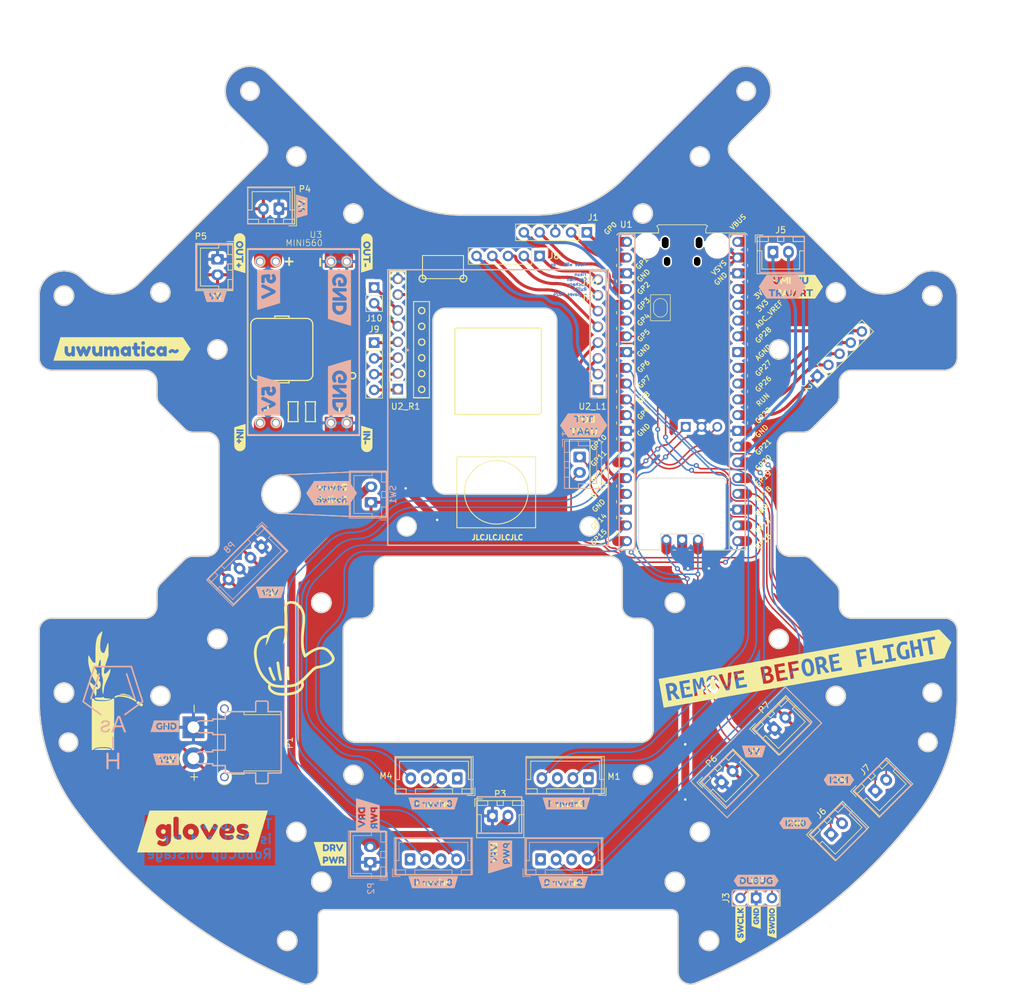
<source format=kicad_pcb>
(kicad_pcb (version 20221018) (generator pcbnew)
  (layers (0 "F.Cu" signal) (31 "B.Cu" signal) (34 "B.Paste" user) (35 "F.Paste" user) (36 "B.SilkS" user "B.Silkscreen") (37 "F.SilkS" user "F.Silkscreen") (38 "B.Mask" user) (39 "F.Mask" user) (44 "Edge.Cuts" user))
  (net 0 "")
  (net 1 "PICO_RX1_IMU_TX")
  (net 2 "PICO_TX1_IMU_RX")
  (net 3 "PICO_TX0_CAM_RX3")
  (net 4 "PICO_RX0_CAM_TX3")
  (net 5 "IMU_I2C0_SDA")
  (net 6 "IMU_I2C0_SCL")
  (net 7 "IMU_I2C1_SDA")
  (net 8 "IMU_I2C1_SCL")
  (net 9 "PICO_RX0_BOTTOM_TX")
  (net 10 "PICO_TX0_BOTTOM_RX")
  (net 11 "+5V")
  (net 12 "GND")
  (net 14 "PWM1A")
  (net 16 "PWM1B")
  (net 18 "PWM2A")
  (net 20 "PWM2B")
  (net 22 "PWM3A")
  (net 24 "PWM3B")
  (net 26 "PWM4A")
  (net 28 "PWM4B")
  (net 29 "MOTOR_DRV_PWR")
  (net 30 "+12V")
  (net 31 "Net-(J3-Pin_1)")
  (net 32 "Net-(J3-Pin_3)")
  (net 39 "Net-(J1-Pin_1)")
  (net 40 "Net-(J1-Pin_2)")
  (net 41 "Net-(J1-Pin_4)")
  (net 42 "Net-(J1-Pin_5)")
  (net 43 "Net-(J2-Pin_1)")
  (net 44 "Net-(J2-Pin_2)")
  (net 45 "Net-(J2-Pin_3)")
  (net 46 "Net-(J2-Pin_4)")
  (net 47 "Net-(J2-Pin_5)")
  (net 48 "Net-(J8-Pin_1)")
  (net 49 "Net-(J8-Pin_2)")
  (net 50 "Net-(J8-Pin_3)")
  (net 51 "Net-(J8-Pin_4)")
  (net 52 "Net-(J8-Pin_5)")
  (net 53 "Net-(J9-Pin_1)")
  (net 54 "Net-(J9-Pin_2)")
  (net 55 "Net-(J9-Pin_3)")
  (net 56 "Net-(J9-Pin_4)")
  (net 57 "Net-(J10-Pin_1)")
  (net 58 "Net-(J10-Pin_2)")
  (footprint "kibuzzard-65B87A32" (layer "F.Cu") (at 68.326 53.594 90)
    (fp_text reference "kibuzzard-65B87A32" hide)
    (fp_text value "G***" hide)
  )
  (footprint "kibuzzard-65B8747C" (layer "F.Cu") (at 141.605 168.275 90)
    (fp_text reference "kibuzzard-65B8747C" hide)
    (fp_text value "G***" hide)
  )
  (footprint "Connector_PinHeader_2.54mm:PinHeader_1x08_P2.54mm_Vertical" (layer "F.Cu") (at 83.82 83.058 180)
    (fp_text reference "U2_R1")
    (fp_text value "OpenMV-Right")
  )
  (footprint "Connector_JST:JST_XH_B2B-XH-A_1x02_P2.50mm_Vertical" (layer "F.Cu") (at 136.027233 146.420767 45)
    (fp_text reference "P6")
    (fp_text value "5V-XHx2")
  )
  (footprint "Connector_JST:JST_XH_B4B-XH-A_1x04_P2.50mm_Vertical" (layer "F.Cu") (at 114.554 145.796 180)
    (fp_text reference "M1")
    (fp_text value "Driver1_XHx4")
  )
  (footprint "kibuzzard-65B87709" (layer "F.Cu") (at 46.228 137.414)
    (fp_text reference "kibuzzard-65B87709" hide)
    (fp_text value "G***" hide)
  )
  (footprint "Connector_JST:JST_XH_B2B-XH-A_1x02_P2.50mm_Vertical" (layer "F.Cu") (at 144.312 60.96)
    (fp_text reference "J5")
    (fp_text value "IMU-UART-XHx2")
  )
  (footprint "kibuzzard-65B87CF7" (layer "F.Cu") (at 148.59 66.548)
    (fp_text reference "kibuzzard-65B87CF7" hide)
    (fp_text value "G***" hide)
  )
  (footprint "kibuzzard-65B8746C" (layer "F.Cu") (at 139.065 169.418 90)
    (fp_text reference "kibuzzard-65B8746C" hide)
    (fp_text value "G***" hide)
  )
  (footprint "Connector_JST:JST_XH_B2B-XH-A_1x02_P2.50mm_Vertical" (layer "F.Cu") (at 144.536233 137.784767 45)
    (fp_text reference "P7")
    (fp_text value "5V-XHx2")
  )
  (footprint "Connector_JST:JST_XH_B2B-XH-A_1x02_P2.50mm_Vertical" (layer "F.Cu") (at 54.754 62.123 -90)
    (fp_text reference "P5")
    (fp_text value "IMU-5VOUT-XHx2")
  )
  (footprint "Connector_PinHeader_2.54mm:PinHeader_1x03_P2.54mm_Vertical" (layer "F.Cu") (at 139.065 165.1 90)
    (fp_text reference "J3")
    (fp_text value "Pico-Debug-Headerx3")
  )
  (footprint "kibuzzard-65B8729F" (layer "F.Cu") (at 110.998 149.86)
    (fp_text reference "kibuzzard-65B8729F" hide)
    (fp_text value "G***" hide)
  )
  (footprint "Connector_PinHeader_2.54mm:PinHeader_1x05_P2.54mm_Vertical" (layer "F.Cu") (at 114.3 57.785 -90)
    (fp_text reference "J1")
    (fp_text value "Pico-L-Headerx5")
  )
  (footprint "kibuzzard-65B89F23" (layer "F.Cu") (at 149.684059 127.980894 10)
    (fp_text reference "kibuzzard-65B89F23" hide)
    (fp_text value "G***" hide)
  )
  (footprint "RCJ-Components:lipofire-20h" (layer "F.Cu") (at 37.592 132.08)
    (fp_text reference "G***" hide)
    (fp_text value "LOGO" hide)
  )
  (footprint "kibuzzard-65B87948" (layer "F.Cu") (at 73.152 99.822)
    (fp_text reference "kibuzzard-65B87948" hide)
    (fp_text value "G***" hide)
  )
  (footprint "Connector_AMASS:AMASS_XT30PW-F_1x02_P2.50mm_Horizontal" (layer "F.Cu") (at 50.873 137.581 -90)
    (fp_text reference "P1")
    (fp_text value "LiPo_12VIN_XT30")
  )
  (footprint "Connector_PinHeader_2.54mm:PinHeader_1x05_P2.54mm_Vertical" (layer "F.Cu") (at 106.68 61.595 -90)
    (fp_text reference "J8")
    (fp_text value "OMV-L-Headerx5")
  )
  (footprint "kibuzzard-65B87357" (layer "F.Cu") (at 147.955 153.035)
    (fp_text reference "kibuzzard-65B87357" hide)
    (fp_text value "G***" hide)
  )
  (footprint "Connector_PinHeader_2.54mm:PinHeader_1x05_P2.54mm_Vertical" (layer "F.Cu") (at 151.456846 80.953154 135)
    (fp_text reference "J2")
    (fp_text value "Pico-R-Headerx5")
  )
  (footprint "kibuzzard-65B8749D" (layer "F.Cu") (at 144.145 169.037 90)
    (fp_text reference "kibuzzard-65B8749D" hide)
    (fp_text value "G***" hide)
  )
  (footprint "kibuzzard-65B8733B" (layer "F.Cu") (at 154.94 146.05)
    (fp_text reference "kibuzzard-65B8733B" hide)
    (fp_text value "G***" hide)
  )
  (footprint "kibuzzard-65B8902F" (layer "F.Cu") (at 52.324 154.3812)
    (fp_text reference "kibuzzard-65B8902F" hide)
    (fp_text value "G***" hide)
  )
  (footprint "kibuzzard-65B877B7" (layer "F.Cu") (at 72.898 157.988)
    (fp_text reference "kibuzzard-65B877B7" hide)
    (fp_text value "G***" hide)
  )
  (footprint "kibuzzard-65B87292" (layer "F.Cu") (at 110.49 162.56)
    (fp_text reference "kibuzzard-65B87292" hide)
    (fp_text value "G***" hide)
  )
  (footprint "kibuzzard-65B87A32" (layer "F.Cu") (at 141.224 141.478)
    (fp_text reference "kibuzzard-65B87A32" hide)
    (fp_text value "G***" hide)
  )
  (footprint "Connector_PinHeader_2.54mm:PinHeader_1x08_P2.54mm_Vertical" (layer "F.Cu") (at 116.078 83.185 180)
    (fp_text reference "U2_L1")
    (fp_text value "OpenMV-Left")
  )
  (footprint "kibuzzard-65B872C5" (layer "F.Cu") (at 89.535 162.56)
    (fp_text reference "kibuzzard-65B872C5" hide)
    (fp_text value "G***" hide)
  )
  (footprint "Connector_JST:JST_XH_B2B-XH-A_1x02_P2.50mm_Vertical" (layer "F.Cu") (at 160.792233 147.817767 45)
    (fp_text reference "J7")
    (fp_text value "IMU-I2C1-XHx2")
  )
  (footprint "Connector_PinSocket_2.54mm:PinSocket_1x04_P2.54mm_Vertical" (layer "F.Cu") (at 80.01 75.565)
    (fp_text reference "J9")
    (fp_text value "OMV-R-Headerx4")
  )
  (footprint "Connector_JST:JST_XH_B2B-XH-A_1x02_P2.50mm_Vertical" (layer "F.Cu") (at 153.684886 154.817653 45)
    (fp_text reference "J6")
    (fp_text value "IMU-I2C0-XHx2")
  )
  (footprint "kibuzzard-65B877B7" (layer "F.Cu") (at 100.33 158.496 90)
    (fp_text reference "kibuzzard-65B877B7" hide)
    (fp_text value "G***" hide)
  )
  (footprint "kibuzzard-65B876C6" (layer "F.Cu") (at 46.482 142.748)
    (fp_text reference "kibuzzard-65B876C6" hide)
    (fp_text value "G***" hide)
  )
  (footprint "Connector_JST:JST_XH_B2B-XH-A_1x02_P2.50mm_Vertical" (layer "F.Cu") (at 64.643 53.975 180)
    (fp_text reference "P4")
    (fp_text value "IMU-5VOUT-XHx2")
  )
  (footprint "kibuzzard-65B874B6" (layer "F.Cu") (at 141.605 162.306)
    (fp_text reference "kibuzzard-65B874B6" hide)
    (fp_text value "G***" hide)
  )
  (footprint "kibuzzard-65B872C5" (layer "F.Cu") (at 89.535 149.86)
    (fp_text reference "kibuzzard-65B872C5" hide)
    (fp_text value "G***" hide)
  )
  (footprint "kibuzzard-65B87D10" (layer "F.Cu") (at 113.792 88.9)
    (fp_text reference "kibuzzard-65B87D10" hide)
    (fp_text value "G***" hide)
  )
  (footprint "Connector_JST:JST_XH_B4B-XH-A_1x04_P2.50mm_Vertical" (layer "F.Cu") (at 93.412 145.813 180)
    (fp_text reference "M4")
    (fp_text value "Driver4_XHx4")
  )
  (footprint "kibuzzard-65B878F9" (layer "F.Cu") (at 63.246 115.824)
    (fp_text reference "kibuzzard-65B878F9" hide)
    (fp_text value "G***" hide)
  )
  (footprint "Connector_PinHeader_2.54mm:PinHeader_1x02_P2.54mm_Vertical" (layer "F.Cu") (at 80.01 66.675)
    (fp_text reference "J10")
    (fp_text value "OMV-R-Headerx2")
  )
  (footprint "Connector_JST:JST_XH_B2B-XH-A_1x02_P2.50mm_Vertical" (layer "F.Cu") (at 99.08 151.875)
    (fp_text reference "P3")
    (fp_text value "Driver2_Power_XHx4")
  )
  (footprint "RCJ-Components:Raspberry_Pi_Pico_SMT_THT" (layer "F.Cu") (at 120.777 59.309)
    (fp_text reference "U1")
    (fp_text value "Pico")
    (fp_line (start 1.89 38.6) (end 1.89 41.73) (stroke (width 0.1)) (layer "Edge.Cuts"))
    (fp_line (start 1.89 49.13) (end 1.89 41.73) (stroke (width 0.1)) (layer "Edge.Cuts"))
    (fp_line (start 2.39 38.1) (end 15.39 38.1) (stroke (width 0.1)) (layer "Edge.Cuts"))
    (fp_line (start 2.39 49.63) (end 5.39 49.63) (stroke (width 0.1)) (layer "Edge.Cuts"))
    (fp_line (start 5.39 49.63) (end 5.39 47.09) (stroke (width 0.1)) (layer "Edge.Cuts"))
    (fp_line (start 12.39 47.09) (end 5.39 47.09) (stroke (width 0.1)) (layer "Edge.Cuts"))
    (fp_line (start 12.39 49.63) (end 12.39 47.09) (stroke (width 0.1)) (layer "Edge.Cuts"))
    (fp_line (start 15.39 49.63) (end 12.39 49.63) (stroke (width 0.1)) (layer "Edge.Cuts"))
    (fp_line (start 15.89 38.6) (end 15.89 41.73) (stroke (width 0.1)) (layer "Edge.Cuts"))
    (fp_line (start 15.89 41.73) (end 15.89 49.13) (stroke (width 0.1)) (layer "Edge.Cuts"))
    (fp_arc (start 1.89 38.6) (mid 2.036447 38.246447) (end 2.39 38.1) (stroke (width 0.1)) (layer "Edge.Cuts"))
    (fp_arc (start 2.39 49.63) (mid 2.036447 49.483553) (end 1.89 49.13) (stroke (width 0.1)) (layer "Edge.Cuts"))
    (fp_arc (start 15.39 38.1) (mid 15.743553 38.246447) (end 15.89 38.6) (stroke (width 0.1)) (layer "Edge.Cuts"))
    (fp_arc (start 15.89 49.13) (mid 15.743553 49.483553) (end 15.39 49.63) (stroke (width 0.1)) (layer "Edge.Cuts"))
  )
  (footprint "kibuzzard-65B87A32" (layer "F.Cu") (at 54.356 68.072)
    (fp_text reference "kibuzzard-65B87A32" hide)
    (fp_text value "G***" hide)
  )
  (footprint "kibuzzard-65B89082" (layer "F.Cu") (at 39.37 76.581)
    (fp_text reference "kibuzzard-65B89082" hide)
    (fp_text value "G***" hide)
  )
  (footprint "RCJ-Components:mickey-gloves-15" (layer "F.Cu") (at 67.1322 125.5522)
    (fp_text reference "G***" hide)
    (fp_text value "LOGO" hide)
  )
  (footprint "RCJ-Components:MINI560" (layer "F.Cu") (at 75.61527 62.495708 -90)
    (fp_text reference "U3")
    (fp_text value "MINI560_5V")
  )
  (footprint "kibuzzard-65B874B6" (layer "B.Cu") (at 141.605 162.306 180)
    (fp_text reference "kibuzzard-65B874B6" hide)
    (fp_text value "G***" hide)
  )
  (footprint "kibuzzard-65B87C82" (layer "B.Cu") (at 74.422 82.804 -90)
    (fp_text reference "kibuzzard-65B87C82" hide)
    (fp_text value "G***" hide)
  )
  (footprint "kibuzzard-65B87723" (layer "B.Cu") (at 46.228 137.414 180)
    (fp_text reference "kibuzzard-65B87723" hide)
    (fp_text value "G***" hide)
  )
  (footprint "kibuzzard-65B878F9" (layer "B.Cu") (at 63.246 115.824 180)
    (fp_text reference "kibuzzard-65B878F9" hide)
    (fp_text value "G***" hide)
  )
  (footprint "kibuzzard-65B872D0" (layer "B.Cu") (at 89.535 162.56 180)
    (fp_text reference "kibuzzard-65B872D0" hide)
    (fp_text value "G***" hide)
  )
  (footprint "Connector_JST:JST_XH_B2B-XH-A_1x02_P2.50mm_Vertical" (layer "B.Cu") (at 79.375 159.345 90)
    (fp_text reference "P2")
    (fp_text value "Driver1_Power_XHx4")
  )
  (footprint "Connector_JST:JST_XH_B4B-XH-A_1x04_P2.50mm_Vertical" (layer "B.Cu") (at 106.847 158.877)
    (fp_text reference "M2" hide)
    (fp_text value "Driver2_XHx4")
  )
  (footprint "kibuzzard-65B8779B" (layer "B.Cu") (at 100.33 158.496 -90)
    (fp_text reference "kibuzzard-65B8779B" hide)
    (fp_text value "G***" hide)
  )
  (footprint "kibuzzard-65B87A32" (layer "B.Cu") (at 54.356 68.072 180)
    (fp_text reference "kibuzzard-65B87A32" hide)
    (fp_text value "G***" hide)
  )
  (footprint "Connector_JST:JST_XH_B2B-XH-A_1x02_P2.50mm_Vertical" (layer "B.Cu") (at 79.502 101.306 90)
    (fp_text reference "SW1")
    (fp_text value "Driver_Power_Switch_XHx2")
  )
  (footprint "kibuzzard-65B872C5" (layer "B.Cu") (at 89.535 149.86 180)
    (fp_text reference "kibuzzard-65B872C5" hide)
    (fp_text value "G***" hide)
  )
  (footprint "Connector_JST:JST_XH_B4B-XH-A_1x04_P2.50mm_Vertical" (layer "B.Cu") (at 85.805 158.877)
    (fp_text reference "M3" hide)
    (fp_text value "Driver3_XHx4")
  )
  (footprint "Connector_JST:JST_XH_B4B-XH-A_1x04_P2.50mm_Vertical" (layer "B.Cu") (at 61.849 108.458 -135)
    (fp_text reference "P8")
    (fp_text value "Bottom-12VOUT-XHx4")
  )
  (footprint "kibuzzard-65B877B7" (layer "B.Cu") (at 78.994 151.638 -90)
    (fp_text reference "kibuzzard-65B877B7" hide)
    (fp_text value "G***" hide)
  )
  (footprint "kibuzzard-65B8729F" (layer "B.Cu") (at 110.998 149.86 180)
    (fp_text reference "kibuzzard-65B8729F" hide)
    (fp_text value "G***" hide)
  )
  (footprint "kibuzzard-65B87CF7" (layer "B.Cu") (at 145.796 66.548 180)
    (fp_text reference "kibuzzard-65B87CF7" hide)
    (fp_text value "G***" hide)
  )
  (footprint "kibuzzard-65B87357" (layer "B.Cu") (at 147.955 153.035 180)
    (fp_text reference "kibuzzard-65B87357" hide)
    (fp_text value "G***" hide)
  )
  (footprint "kibuzzard-65B87D10" (layer "B.Cu") (at 113.792 88.9 180)
    (fp_text reference "kibuzzard-65B87D10" hide)
    (fp_text value "G***" hide)
  )
  (footprint "kibuzzard-65B8733B" (layer "B.Cu") (at 154.94 146.05 180)
    (fp_text reference "kibuzzard-65B8733B" hide)
    (fp_text value "G***" hide)
  )
  (footprint "kibuzzard-65B87731" (layer "B.Cu") (at 46.355 142.748 180)
    (fp_text reference "kibuzzard-65B87731" hide)
    (fp_text value "G***" hide)
  )
  (footprint "kibuzzard-65B87C77" (layer "B.Cu") (at 62.992 84.074 -90)
    (fp_text reference "kibuzzard-65B87C77" hide)
    (fp_text value "G***" hide)
  )
  (footprint "RCJ-Components:arsole-20" (layer "B.Cu") (at 37.8968 136.017 180)
    (fp_text reference "G***" hide)
    (fp_text value "LOGO" hide)
  )
  (footprint "Connector_JST:JST_XH_B2B-XH-A_1x02_P2.50mm_Vertical" (layer "B.Cu") (at 113.14 94 -90)
    (fp_text reference "J4")
    (fp_text value "Bottom-UART-XHx2")
  )
  (footprint "kibuzzard-65B87292" (layer "B.Cu") (at 110.49 162.56 180)
    (fp_text reference "kibuzzard-65B87292" hide)
    (fp_text value "G***" hide)
  )
  (footprint "kibuzzard-65B87948" (layer "B.Cu") (at 73.152 99.822 180)
    (fp_text reference "kibuzzard-65B87948" hide)
    (fp_text value "G***" hide)
  )
  (footprint "kibuzzard-65B87A32" (layer "B.Cu") (at 68.326 53.594 -90)
    (fp_text reference "kibuzzard-65B87A32" hide)
    (fp_text value "G***" hide)
  )
  (footprint "kibuzzard-65B87C4C" (layer "B.Cu") (at 74.422 68.326 -90)
    (fp_text reference "kibuzzard-65B87C4C" hide)
    (fp_text value "G***" hide)
  )
  (footprint "kibuzzard-65B87C2D" (layer "B.Cu") (at 62.992 67.056 -90)
    (fp_text reference "kibuzzard-65B87C2D" hide)
    (fp_text value "G***" hide)
  )
  (footprint "kibuzzard-65B87A32" (layer "B.Cu") (at 141.224 141.478 180)
    (fp_text reference "kibuzzard-65B87A32" hide)
    (fp_text value "G***" hide)
  )
  (gr_line (start 143.4992 64.262) (end 142.1784 64.262) (stroke (width 0.2)) (layer "B.SilkS"))
  (gr_circle (center 54.745166 123.334524) (end 56.295166 123.334524) (stroke (width 0.2)) (fill none) (layer "B.SilkS"))
  (gr_arc (start 118 110) (mid 119.414214 110.585786) (end 120 112) (stroke (width 0.2)) (layer "B.SilkS"))
  (gr_circle (center 67.473088 45.552778) (end 69.023088 45.552778) (stroke (width 0.2)) (fill none) (layer "B.SilkS"))
  (gr_line (start 112.851987 148.3354) (end 110.819987 148.3354) (stroke (width 0.2)) (layer "B.SilkS"))
  (gr_line (start 84.819987 148.3354) (end 83.499187 148.3354) (stroke (width 0.2)) (layer "B.SilkS"))
  (gr_line (start 89.819987 155.4934) (end 91.851987 155.4934) (stroke (width 0.2)) (layer "B.SilkS"))
  (gr_line (start 97.959856 154.651179) (end 96.639056 154.651179) (stroke (width 0.2)) (layer "B.SilkS"))
  (gr_circle (center 73.03973 62.414222) (end 73.78973 62.414222) (stroke (width 0.2)) (fill none) (layer "B.SilkS"))
  (gr_line (start 150.585786 89.414214) (end 154.414214 85.585786) (stroke (width 0.2)) (layer "B.SilkS"))
  (gr_line (start 157.385865 147.833744) (end 158.319812 146.899798) (stroke (width 0.2)) (layer "B.SilkS"))
  (gr_arc (start 42.109127 65.966991) (mid 37.866487 67.724351) (end 33.623846 65.966991) (stroke (width 0.2)) (layer "B.SilkS"))
  (gr_circle (center 116.13 83.1) (end 116.64 83.1) (stroke (width 0.2)) (fill none) (layer "B.SilkS"))
  (gr_line (start 99.991856 154.651179) (end 97.959856 154.651179) (stroke (width 0.2)) (layer "B.SilkS"))
  (gr_line (start 152.146 136.906) (end 146.304 131.064) (stroke (width 0.15)) (layer "B.SilkS"))
  (gr_line (start 56 141.25) (end 54 141.25) (stroke (width 0.2)) (layer "B.SilkS"))
  (gr_line (start 110.819987 148.3354) (end 110.351987 148.3354) (stroke (width 0.2)) (layer "B.SilkS"))
  (gr_line (start 82.003364 160.276906) (end 82.003364 161.597706) (stroke (width 0.2)) (layer "B.SilkS"))
  (gr_line (start 86.851987 148.3354) (end 84.819987 148.3354) (stroke (width 0.2)) (layer "B.SilkS"))
  (gr_line (start 92.319987 142.4934) (end 94.351987 142.4934) (stroke (width 0.2)) (layer "B.SilkS"))
  (gr_line (start 106.058875 55) (end 93.941125 55) (stroke (width 0.2)) (layer "B.SilkS"))
  (gr_line (start 80 112) (end 80 118) (stroke (width 0.2)) (layer "B.SilkS"))
  (gr_line (start 76.161364 100.244906) (end 76.161364 99.776906) (stroke (width 0.2)) (layer "B.SilkS"))
  (gr_line (start 149.352 64.262) (end 148.0312 64.262) (stroke (width 0.2)) (layer "B.SilkS"))
  (gr_line (start 149.171573 110) (end 147 110) (stroke (width 0.2)) (layer "B.SilkS"))
  (gr_line (start 145.384558 133.756793) (end 146.318505 132.822846) (stroke (width 0.2)) (layer "B.SilkS"))
  (gr_circle (center 45.552778 67.473088) (end 47.102778 67.473088) (stroke (width 0.2)) (fill none) (layer "B.SilkS"))
  (gr_line (start 56 136.05) (end 56 136.25) (stroke (width 0.2)) (layer "B.SilkS"))
  (gr_line (start 154.453352 150.766258) (end 155.387299 149.832311) (stroke (width 0.2)) (layer "B.SilkS"))
  (gr_line (start 65 135.05) (end 62.9 135.05) (stroke (width 0.2)) (layer "B.SilkS"))
  (gr_line (start 116.672787 148.3354) (end 115.351987 148.3354) (stroke (width 0.2)) (layer "B.SilkS"))
  (gr_line (start 137.290001 58.140001) (end 137.290001 108.940001) (stroke (width 0.2)) (layer "B.SilkS"))
  (gr_circle (center 83.87 83.1) (end 84.38 83.1) (stroke (width 0.2)) (fill none) (layer "B.SilkS"))
  (gr_line (start 140.27 166.116) (end 140.016 166.37) (stroke (width 0.2)) (layer "B.SilkS"))
  (gr_arc (start 80 112) (mid 80.585786 110.585786) (end 82 110) (stroke (width 0.2)) (layer "B.SilkS"))
  (gr_arc (start 45.585786 85.585786) (mid 45.15225 84.936938) (end 45 84.171573) (stroke (width 0.2)) (layer "B.SilkS"))
  (gr_line (start 122.050001 58.140001) (end 121.380001 58.140001) (stroke (width 0.2)) (layer "B.SilkS"))
  (gr_line (start 26 68) (end 26 78) (stroke (width 0.2)) (layer "B.SilkS"))
  (gr_line (start 66.785305 50.555726) (end 66.785305 56.397726) (stroke (width 0.2)) (layer "B.SilkS"))
  (gr_line (start 149.352 58.42) (end 149.352 64.262) (stroke (width 0.2)) (layer "B.SilkS"))
  (gr_line (start 62.964505 56.397726) (end 60.932505 56.397726) (stroke (width 0.2)) (layer "B.SilkS"))
  (gr_line (start 89.819987 142.4934) (end 91.851987 142.4934) (stroke (width 0.2)) (layer "B.SilkS"))
  (gr_line (start 105.819987 161.3354) (end 104.499187 161.3354) (stroke (width 0.2)) (layer "B.SilkS"))
  (gr_line (start 45 82) (end 45 84.171573) (stroke (width 0.2)) (layer "B.SilkS"))
  (gr_circle (center 83.87 67.86) (end 84.38 67.86) (stroke (width 0.2)) (fill none) (layer "B.SilkS"))
  (gr_line (start 62.9 144.95) (end 65 144.95) (stroke (width 0.2)) (layer "B.SilkS"))
  (gr_line (start 57.235324 65.626585) (end 57.235324 66.947385) (stroke (width 0.2)) (layer "B.SilkS"))
  (gr_arc (start 52 143.45) (mid 51.05 142.5) (end 52 141.55) (stroke (width 0.2)) (layer "B.SilkS"))
  (gr_line (start 82.22 108.25) (end 117.78 108.25) (stroke (width 0.2)) (layer "B.SilkS"))
  (gr_line (start 140.524 163.83) (end 142.556 163.83) (stroke (width 0.2)) (layer "B.SilkS"))
  (gr_line (start 112.851987 155.4934) (end 113.319987 155.4934) (stroke (width 0.2)) (layer "B.SilkS"))
  (gr_line (start 82.003364 97.744906) (end 82.003364 99.776906) (stroke (width 0.2)) (layer "B.SilkS"))
  (gr_line (start 159.518216 153.963229) (end 158.58427 154.897175) (stroke (width 0.2)) (layer "B.SilkS"))
  (gr_line (start 121.380001 108.940001) (end 122.050001 108.940001) (stroke (width 0.2)) (layer "B.SilkS"))
  (gr_line (start 150.314797 154.904812) (end 151.248744 153.970866) (stroke (width 0.2)) (layer "B.SilkS"))
  (gr_circle (center 71.5 117.5) (end 73.075 117.5) (stroke (width 0.2)) (fill none) (layer "B.SilkS"))
  (gr_line (start 56.270551 116.705934) (end 56.845287 117.28067) (stroke (width 0.2)) (layer "B.SilkS"))
  (gr_line (start 117.78 63.8) (end 82.22 63.8) (stroke (width 0.2)) (layer "B.SilkS"))
  (gr_line (start 64.712875 110.418872) (end 64.923487 110.208259) (stroke (width 0.2)) (layer "B.SilkS"))
  (gr_line (start 82.003364 103.597706) (end 76.161364 103.597706) (stroke (width 0.2)) (layer "B.SilkS"))
  (gr_line (start 137.833224 141.308128) (end 141.964141 145.439045) (stroke (width 0.2)) (layer "B.SilkS"))
  (gr_arc (start 137.171573 32.171573) (mid 142.828427 32.171573) (end 142.828427 37.828427) (stroke (width 0.2)) (layer "B.SilkS"))
  (gr_circle (center 66 172) (end 67.575 172) (stroke (width 0.2)) (fill none) (layer "B.SilkS"))
  (gr_line (start 112.851987 161.3354) (end 110.819987 161.3354) (stroke (width 0.2)) (layer "B.SilkS"))
  (gr_line (start 114.859 64.054) (end 114.859 84.374) (stroke (width 0.2)) (layer "B.SilkS"))
  (gr_line (start 104.499187 161.3354) (end 104.499187 155.4934) (stroke (width 0.2)) (layer "B.SilkS"))
  (gr_circle (center 64.11973 88.414222) (end 64.86973 88.414222) (stroke (width 0.2)) (fill none) (layer "B.SilkS"))
  (gr_line (start 155 84.171573) (end 155 82) (stroke (width 0.2)) (layer "B.SilkS"))
  (gr_circle (center 116.13 78.02) (end 116.64 78.02) (stroke (width 0.2)) (fill none) (layer "B.SilkS"))
  (gr_line (start 62.9 146.4) (end 62.9 144.95) (stroke (width 0.2)) (layer "B.SilkS"))
  (gr_line (start 166.589284 146.892161) (end 165.655338 147.826108) (stroke (width 0.2)) (layer "B.SilkS"))
  (gr_line (start 116.568993 84.374) (end 117.399 84.374) (stroke (width 0.2)) (layer "B.SilkS"))
  (gr_line (start 157.890873 65.966991) (end 137.704581 45.7807) (stroke (width 0.2)) (layer "B.SilkS"))
  (gr_line (start 78 120) (end 77 120) (stroke (width 0.2)) (layer "B.SilkS"))
  (gr_line (start 76.161364 102.276906) (end 76.161364 100.244906) (stroke (width 0.2)) (layer "B.SilkS"))
  (gr_line (start 63.432505 56.397726) (end 62.964505 56.397726) (stroke (width 0.2)) (layer "B.SilkS"))
  (gr_line (start 105.819987 142.4934) (end 107.851987 142.4934) (stroke (width 0.2)) (layer "B.SilkS"))
  (gr_line (start 28 80) (end 43 80) (stroke (width 0.2)) (layer "B.SilkS"))
  (gr_line (start 84.819987 142.4934) (end 86.851987 142.4934) (stroke (width 0.2)) (layer "B.SilkS"))
  (gr_arc (start 137.704581 45.7807) (mid 137.118806 44.36649) (end 137.704581 42.952273) (stroke (width 0.2)) (layer "B.SilkS"))
  (gr_line (start 102.491856 154.651179) (end 100.459856 154.651179) (stroke (width 0.2)) (layer "B.SilkS"))
  (gr_line (start 94.351987 155.4934) (end 95.672787 155.4934) (stroke (width 0.2)) (layer "B.SilkS"))
  (gr_arc (start 62.295419 42.952273) (mid 62.881213 44.36649) (end 62.295419 45.7807) (stroke (width 0.2)) (layer "B.SilkS"))
  (gr_line (start 64.999999 96.9) (end 76.161364 96.424106) (stroke (width 0.15)) (layer "B.SilkS"))
  (gr_line (start 110.351987 148.3354) (end 108.319987 148.3354) (stroke (width 0.2)) (layer "B.SilkS"))
  (gr_line (start 82.003364 100.244906) (end 82.003364 102.276906) (stroke (width 0.2)) (layer "B.SilkS"))
  (gr_circle (center 128.5 117.5) (end 130.075 117.5) (stroke (width 0.2)) (fill none) (layer "B.SilkS"))
  (gr_line (start 76.161364 103.597706) (end 76.161364 102.276906) (stroke (width 0.2)) (layer "B.SilkS"))
  (gr_arc (start 155 82) (mid 155.585786 80.585786) (end 157 80) (stroke (width 0.2)) (layer "B.SilkS"))
  (gr_line (start 140.016 163.83) (end 140.27 164.084) (stroke (width 0.2)) (layer "B.SilkS"))
  (gr_line (start 137.290001 108.940001) (end 137.960001 108.940001) (stroke (width 0.2)) (layer "B.SilkS"))
  (gr_line (start 60.9 135.05) (end 57.2 135.05) (stroke (width 0.2)) (layer "B.SilkS"))
  (gr_arc (start 60.9 133.6) (mid 60.973223 133.423223) (end 61.15 133.35) (stroke (width 0.2)) (layer "B.SilkS"))
  (gr_circle (center 76.665476 54.745166) (end 78.215476 54.745166) (stroke (width 0.2)) (fill none) (layer "B.SilkS"))
  (gr_line (start 56 143.75) (end 56 143.95) (stroke (width 0.2)) (layer "B.SilkS"))
  (gr_arc (start 32 151) (mid 27.539501 142.486833) (end 26 133) (stroke (width 0.2)) (layer "B.SilkS"))
  (gr_line (start 145.096 163.83) (end 145.35 164.084) (stroke (width 0.2)) (layer "B.SilkS"))
  (gr_circle (center 54.745166 76.665476) (end 56.295166 76.665476) (stroke (width 0.2)) (fill none) (layer "B.SilkS"))
  (gr_line (start 139.593354 147.809833) (end 139.262428 148.140759) (stroke (width 0.2)) (layer "B.SilkS"))
  (gr_line (start 152.685585 152.534025) (end 153.016511 152.203099) (stroke (width 0.2)) (layer "B.SilkS"))
  (gr_line (start 65.453322 108.672635) (end 64.878586 108.097899) (stroke (width 0.2)) (layer "B.SilkS"))
  (gr_line (start 57.235324 59.773785) (end 57.235324 61.094585) (stroke (width 0.2)) (layer "B.SilkS"))
  (gr_arc (start 49.414214 110.585786) (mid 50.063062 110.15225) (end 50.828427 110) (stroke (width 0.2)) (layer "B.SilkS"))
  (gr_arc (start 120.20101 49.142136) (mid 113.712542 53.477582) (end 106.058875 55) (stroke (width 0.2)) (layer "B.SilkS"))
  (gr_line (start 115.351987 142.4934) (end 116.672787 142.4934) (stroke (width 0.2)) (layer "B.SilkS"))
  (gr_line (start 83.499187 155.4934) (end 84.819987 155.4934) (stroke (width 0.2)) (layer "B.SilkS"))
  (gr_line (start 113.319987 142.4934) (end 115.351987 142.4934) (stroke (width 0.2)) (layer "B.SilkS"))
  (gr_line (start 139.830001 58.140001) (end 139.160001 58.140001) (stroke (width 0.2)) (layer "B.SilkS"))
  (gr_line (start 61.15 146.65) (end 62.65 146.65) (stroke (width 0.2)) (layer "B.SilkS"))
  (gr_line (start 143.947717 135.193634) (end 145.384558 133.756793) (stroke (width 0.2)) (layer "B.SilkS"))
  (gr_circle (center 116.13 75.48) (end 116.64 75.48) (stroke (width 0.2)) (fill none) (layer "B.SilkS"))
  (gr_line (start 142.556 166.37) (end 140.524 166.37) (stroke (width 0.2)) (layer "B.SilkS"))
  (gr_line (start 52 138.45) (end 54 138.45) (stroke (width 0.2)) (layer "B.SilkS"))
  (gr_line (start 167.171573 65.171573) (end 166.376154 65.966991) (stroke (width 0.2)) (layer "B.SilkS"))
  (gr_line (start 62.964505 50.555726) (end 63.432505 50.555726) (stroke (width 0.2)) (layer "B.SilkS"))
  (gr_arc (start 128 167) (mid 128.707107 167.292893) (end 129 168) (stroke (width 0.2)) (layer "B.SilkS"))
  (gr_line (start 51.393324 59.773785) (end 57.235324 59.773785) (stroke (width 0.2)) (layer "B.SilkS"))
  (gr_line (start 145.5312 64.262) (end 143.4992 64.262) (stroke (width 0.2)) (layer "B.SilkS"))
  (gr_line (start 142.556 163.83) (end 142.81 164.084) (stroke (width 0.2)) (layer "B.SilkS"))
  (gr_circle (center 83.87 65.32) (end 84.38 65.32) (stroke (width 0.2)) (fill none) (layer "B.SilkS"))
  (gr_line (start 164.218497 149.262949) (end 163.887571 149.593875) (stroke (width 0.2)) (layer "B.SilkS"))
  (gr_line (start 45.585786 85.585786) (end 49.414214 89.414214) (stroke (width 0.2)) (layer "B.SilkS"))
  (gr_line (start 139.160001 58.140001) (end 137.960001 58.140001) (stroke (width 0.2)) (layer "B.SilkS"))
  (gr_line (start 60.932505 50.555726) (end 62.964505 50.555726) (stroke (width 0.2)) (layer "B.SilkS"))
  (gr_line (start 174 78) (end 174 68) (stroke (width 0.2)) (layer "B.SilkS"))
  (gr_line (start 53 110) (end 50.828427 110) (stroke (width 0.2)) (layer "B.SilkS"))
  (gr_arc (start 62.9 146.4) (mid 62.826777 146.576777) (end 62.65 146.65) (stroke (width 0.2)) (layer "B.SilkS"))
  (gr_line (start 76.161364 99.776906) (end 76.161364 97.744906) (stroke (width 0.2)) (layer "B.SilkS"))
  (gr_circle (center 134 172) (end 135.575 172) (stroke (width 0.2)) (fill none) (layer "B.SilkS"))
  (gr_line (start 54 143.75) (end 56 143.75) (stroke (width 0.2)) (layer "B.SilkS"))
  (gr_line (start 133.694669 145.446682) (end 135.13151 144.009841) (stroke (width 0.2)) (layer "B.SilkS"))
  (gr_line (start 59.611705 50.555726) (end 60.932505 50.555726) (stroke (width 0.2)) (layer "B.SilkS"))
  (gr_line (start 77.57973 60.414222) (end 77.57973 90.414222) (stroke (width 0.2)) (layer "B.SilkS"))
  (gr_circle (center 83.87 80.56) (end 84.38 80.56) (stroke (width 0.2)) (fill none) (layer "B.SilkS"))
  (gr_line (start 76.161364 155.744906) (end 76.161364 154.424106) (stroke (width 0.2)) (layer "B.SilkS"))
  (gr_line (start 143.064 163.83) (end 145.096 163.83) (stroke (width 0.2)) (layer "B.SilkS"))
  (gr_line (start 64.999999 103.1) (end 76.161364 103.597706) (stroke (width 0.15)) (layer "B.SilkS"))
  (gr_line (start 105.819987 148.3354) (end 104.499187 148.3354) (stroke (width 0.2)) (layer "B.SilkS"))
  (gr_circle (center 123.334524 54.745166) (end 124.884524 54.745166) (stroke (width 0.2)) (fill none) (layer "B.SilkS"))
  (gr_line (start 110.819987 142.4934) (end 112.851987 142.4934) (stroke (width 0.2)) (layer "B.SilkS"))
  (gr_line (start 83.499187 161.3354) (end 83.499187 155.4934) (stroke (width 0.2)) (layer "B.SilkS"))
  (gr_line (start 145.35 164.084) (end 145.35 166.116) (stroke (width 0.2)) (layer "B.SilkS"))
  (gr_line (start 116.672787 155.4934) (end 116.672787 161.3354) (stroke (width 0.2)) (layer "B.SilkS"))
  (gr_line (start 145.9992 58.42) (end 148.0312 58.42) (stroke (width 0.2)) (layer "B.SilkS"))
  (gr_line (start 103.812656 154.651179) (end 102.491856 154.651179) (stroke (width 0.2)) (layer "B.SilkS"))
  (gr_line (start 91.851987 155.4934) (end 92.319987 155.4934) (stroke (width 0.2)) (layer "B.SilkS"))
  (gr_arc (start 131.746988 178.848771) (mid 129.880618 178.65091) (end 129 176.993506) (stroke (width 0.2)) (layer "B.SilkS"))
  (gr_line (start 76.161364 157.776906) (end 76.161364 155.744906) (stroke (width 0.2)) (layer "B.SilkS"))
  (gr_line (start 86.851987 142.4934) (end 87.319987 142.4934) (stroke (width 0.2)) (layer "B.SilkS"))
  (gr_line (start 118 110) (end 82 110) (stroke (width 0.2)) (layer "B.SilkS"))
  (gr_line (start 108.319987 148.3354) (end 107.851987 148.3354) (stroke (width 0.2)) (layer "B.SilkS"))
  (gr_line (start 64.923487 110.208259) (end 65.956217 109.175529) (stroke (width 0.2)) (layer "B.SilkS"))
  (gr_arc (start 53 90) (mid 54.414214 90.585786) (end 55 92) (stroke (width 0.2)) (layer "B.SilkS"))
  (gr_arc (start 150.585786 89.414214) (mid 149.936938 89.84775) (end 149.171573 90) (stroke (width 0.2)) (layer "B.SilkS"))
  (gr_line (start 162.45073 151.030716) (end 161.516783 151.964662) (stroke (width 0.2)) (layer "B.SilkS"))
  (gr_line (start 142.81 166.116) (end 142.556 166.37) (stroke (width 0.2)) (layer "B.SilkS"))
  (gr_line (start 137.171573 32.171573) (end 120.20101 49.142136) (stroke (width 0.2)) (layer "B.SilkS"))
  (gr_line (start 96.639056 148.809179) (end 97.959856 148.809179) (stroke (width 0.2)) (layer "B.SilkS"))
  (gr_line (start 82.22 63.8) (end 82.22 108.25) (stroke (width 0.2)) (layer "B.SilkS"))
  (gr_line (start 56 143.95) (end 56 144.95) (stroke (width 0.2)) (layer "B.SilkS"))
  (gr_line (start 140.016 166.37) (end 137.984 166.37) (stroke (width 0.2)) (layer "B.SilkS"))
  (gr_line (start 51.393324 61.094585) (end 51.393324 59.773785) (stroke (width 0.2)) (layer "B.SilkS"))
  (gr_line (start 76.161364 158.244906) (end 76.161364 157.776906) (stroke (width 0.2)) (layer "B.SilkS"))
  (gr_line (start 89.351987 161.3354) (end 87.319987 161.3354) (stroke (width 0.2)) (layer "B.SilkS"))
  (gr_line (start 51.393324 63.594585) (end 51.393324 63.126585) (stroke (width 0.2)) (layer "B.SilkS"))
  (gr_line (start 52 143.45) (end 54 143.45) (stroke (width 0.2)) (layer "B.SilkS"))
  (gr_line (start 84.819987 161.3354) (end 83.499187 161.3354) (stroke (width 0.2)) (layer "B.SilkS"))
  (gr_line (start 65.956217 109.175529) (end 65.453322 108.672635) (stroke (width 0.2)) (layer "B.SilkS"))
  (gr_line (start 87.319987 155.4934) (end 89.351987 155.4934) (stroke (width 0.2)) (layer "B.SilkS"))
  (gr_line (start 148.0312 64.262) (end 145.9992 64.262) (stroke (width 0.2)) (layer "B.SilkS"))
  (gr_line (start 82.003364 154.424106) (end 82.003364 155.744906) (stroke (width 0.2)) (layer "B.SilkS"))
  (gr_line (start 59.57973 90.414222) (end 59.57973 60.414222) (stroke (width 0.2)) (layer "B.SilkS"))
  (gr_line (start 58.591524 116.540223) (end 59.620186 115.51156) (stroke (width 0.2)) (layer "B.SilkS"))
  (gr_line (start 54 138.75) (end 56 138.75) (stroke (width 0.2)) (layer "B.SilkS"))
  (gr_line (start 110.819987 155.4934) (end 112.851987 155.4934) (stroke (width 0.2)) (layer "B.SilkS"))
  (gr_line (start 105.819987 155.4934) (end 107.851987 155.4934) (stroke (width 0.2)) (layer "B.SilkS"))
  (gr_line (start 95.672787 148.3354) (end 94.351987 148.3354) (stroke (width 0.2)) (layer "B.SilkS"))
  (gr_circle (center 132.526912 154.447222) (end 134.076912 154.447222) (stroke (width 0.2)) (fill none) (layer "B.SilkS"))
  (gr_line (start 149.515476 137.887711) (end 148.078635 139.324552) (stroke (width 0.2)) (layer "B.SilkS"))
  (gr_line (start 76.161364 96.424106) (end 82.003364 96.424106) (stroke (width 0.2)) (layer "B.SilkS"))
  (gr_line (start 62.9 135.05) (end 62.9 133.6) (stroke (width 0.2)) (layer "B.SilkS"))
  (gr_line (start 131.064 146.304) (end 136.906 152.146) (stroke (width 0.15)) (layer "B.SilkS"))
  (gr_line (start 160.087579 145.132031) (end 161.52442 143.69519) (stroke (width 0.2)) (layer "B.SilkS"))
  (gr_line (start 50.828427 90) (end 53 90) (stroke (width 0.2)) (layer "B.SilkS"))
  (gr_line (start 143.064 166.37) (end 142.81 166.116) (stroke (width 0.2)) (layer "B.SilkS"))
  (gr_arc (start 155 84.171573) (mid 154.847768 84.936945) (end 154.414214 85.585786) (stroke (width 0.2)) (layer "B.SilkS"))
  (gr_circle (center 116.13 70.4) (end 116.64 70.4) (stroke (width 0.2)) (fill none) (layer "B.SilkS"))
  (gr_circle (center 83.87 75.48) (end 84.38 75.48) (stroke (width 0.2)) (fill none) (layer "B.SilkS"))
  (gr_line (start 95.672787 142.4934) (end 95.672787 148.3354) (stroke (width 0.2)) (layer "B.SilkS"))
  (gr_line (start 115.351987 155.4934) (end 116.672787 155.4934) (stroke (width 0.2)) (layer "B.SilkS"))
  (gr_line (start 53.217264 113.652647) (end 56.270551 116.705934) (stroke (width 0.2)) (layer "B.SilkS"))
  (gr_line (start 119.510001 108.940001) (end 120.180001 108.940001) (stroke (width 0.2)) (layer "B.SilkS"))
  (gr_line (start 122.050001 108.940001) (end 122.050001 58.140001) (stroke (width 0.2)) (layer "B.SilkS"))
  (gr_circle (center 145.254834 76.665476) (end 146.804834 76.665476) (stroke (width 0.2)) (fill none) (layer "B.SilkS"))
  (gr_circle (center 169.282032 140) (end 170.782032 140) (stroke (width 0.2)) (fill none) (layer "B.SilkS"))
  (gr_line (start 161.516783 151.964662) (end 157.385865 147.833744) (stroke (width 0.2)) (layer "B.SilkS"))
  (gr_line (start 45 115.828427) (end 45 118) (stroke (width 0.2)) (layer "B.SilkS"))
  (gr_line (start 115.609 84.374) (end 116.568993 84.374) (stroke (width 0.2)) (layer "B.SilkS"))
  (gr_line (start 119.510001 58.140001) (end 119.510001 108.940001) (stroke (width 0.2)) (layer "B.SilkS"))
  (gr_circle (center 75.57973 88.414222) (end 76.32973 88.414222) (stroke (width 0.2)) (fill none) (layer "B.SilkS"))
  (gr_arc (start 149.171573 110) (mid 149.936945 110.152232) (end 150.585786 110.585786) (stroke (width 0.2)) (layer "B.SilkS"))
  (gr_line (start 137.984 166.37) (end 137.73 166.116) (stroke (width 0.2)) (layer "B.SilkS"))
  (gr_line (start 147.747709 139.655478) (end 146.310868 141.092319) (stroke (width 0.2)) (layer "B.SilkS"))
  (gr_line (start 137.73 164.084) (end 137.984 163.83) (stroke (width 0.2)) (layer "B.SilkS"))
  (gr_arc (start 57.171573 37.828427) (mid 57.171573 32.171573) (end 62.828427 32.171573) (stroke (width 0.2)) (layer "B.SilkS"))
  (gr_line (start 26 122) (end 26 133) (stroke (width 0.2)) (layer "B.SilkS"))
  (gr_line (start 103.812656 148.809179) (end 103.812656 154.651179) (stroke (width 0.2)) (layer "B.SilkS"))
  (gr_line (start 146.318505 132.822846) (end 150.449423 136.953764) (stroke (width 0.2)) (layer "B.SilkS"))
  (gr_line (start 137.825587 149.5776) (end 136.89164 150.511547) (stroke (width 0.2)) (layer "B.SilkS"))
  (gr_line (start 139.262428 148.140759) (end 137.825587 149.5776) (stroke (width 0.2)) (layer "B.SilkS"))
  (gr_line (start 82.003364 155.744906) (end 82.003364 157.776906) (stroke (width 0.2)) (layer "B.SilkS"))
  (gr_line (start 104.499187 155.4934) (end 105.819987 155.4934) (stroke (width 0.2)) (layer "B.SilkS"))
  (gr_line (start 162.458366 142.761243) (end 166.589284 146.892161) (stroke (width 0.2)) (layer "B.SilkS"))
  (gr_line (start 114.859 84.374) (end 115.609 84.374) (stroke (width 0.2)) (layer "B.SilkS"))
  (gr_circle (center 64.11973 62.414222) (end 64.86973 62.414222) (stroke (width 0.2)) (fill none) (layer "B.SilkS"))
  (gr_arc (start 45 115.828427) (mid 45.152232 115.063055) (end 45.585786 114.414214) (stroke (width 0.2)) (layer "B.SilkS"))
  (gr_line (start 92.319987 161.3354) (end 91.851987 161.3354) (stroke (width 0.2)) (layer "B.SilkS"))
  (gr_circle (center 45.552778 132.526912) (end 47.102778 132.526912) (stroke (width 0.2)) (fill none) (layer "B.SilkS"))
  (gr_arc (start 168 151) (mid 151.780826 167.407315) (end 131.746988 178.848771) (stroke (width 0.2)) (layer "B.SilkS"))
  (gr_line (start 82.003364 96.424106) (end 82.003364 97.744906) (stroke (width 0.2)) (layer "B.SilkS"))
  (gr_line (start 87.319987 148.3354) (end 86.851987 148.3354) (stroke (width 0.2)) (layer "B.SilkS"))
  (gr_line (start 137.960001 58.140001) (end 137.290001 58.140001) (stroke (width 0.2)) (layer "B.SilkS"))
  (gr_line (start 139.160001 108.940001) (end 139.830001 108.940001) (stroke (width 0.2)) (layer "B.SilkS"))
  (gr_circle (center 76.665476 145.254834) (end 78.215476 145.254834) (stroke (width 0.2)) (fill none) (layer "B.SilkS"))
  (gr_line (start 91.851987 148.3354) (end 89.819987 148.3354) (stroke (width 0.2)) (layer "B.SilkS"))
  (gr_line (start 142.1784 64.262) (end 142.1784 58.42) (stroke (width 0.2)) (layer "B.SilkS"))
  (gr_line (start 145.9992 64.262) (end 145.5312 64.262) (stroke (width 0.2)) (layer "B.SilkS"))
  (gr_line (start 150.449423 136.953764) (end 149.515476 137.887711) (stroke (width 0.2)) (layer "B.SilkS"))
  (gr_line (start 155.387299 149.832311) (end 159.518216 153.963229) (stroke (width 0.2)) (layer "B.SilkS"))
  (gr_arc (start 167.171573 65.171573) (mid 171.530734 64.304482) (end 174 68) (stroke (width 0.2)) (layer "B.SilkS"))
  (gr_line (start 43 120) (end 28 120) (stroke (width 0.2)) (layer "B.SilkS"))
  (gr_line (start 51.393324 63.126585) (end 51.393324 61.094585) (stroke (width 0.2)) (layer "B.SilkS"))
  (gr_circle (center 132.526912 45.552778) (end 134.076912 45.552778) (stroke (width 0.2)) (fill none) (layer "B.SilkS"))
  (gr_line (start 154.414214 114.414214) (end 150.585786 110.585786) (stroke (width 0.2)) (layer "B.SilkS"))
  (gr_circle (center 140 35) (end 141.5 35) (stroke (width 0.2)) (fill none) (layer "B.SilkS"))
  (gr_arc (start 80 118) (mid 79.414214 119.414214) (end 78 120) (stroke (width 0.2)) (layer "B.SilkS"))
  (gr_line (start 141.030195 146.372992) (end 139.593354 147.809833) (stroke (width 0.2)) (layer "B.SilkS"))
  (gr_line (start 71 176.993506) (end 71 168) (stroke (width 0.2)) (layer "B.SilkS"))
  (gr_circle (center 154.447222 67.473088) (end 155.997222 67.473088) (stroke (width 0.2)) (fill none) (layer "B.SilkS"))
  (gr_line (start 77.57973 90.414222) (end 59.57973 90.414222) (stroke (width 0.2)) (layer "B.SilkS"))
  (gr_circle (center 123.334524 145.254834) (end 124.884524 145.254834) (stroke (width 0.2)) (fill none) (layer "B.SilkS"))
  (gr_line (start 82.003364 157.776906) (end 82.003364 158.244906) (stroke (width 0.2)) (layer "B.SilkS"))
  (gr_line (start 92.319987 148.3354) (end 91.851987 148.3354) (stroke (width 0.2)) (layer "B.SilkS"))
  (gr_line (start 59.57973 60.414222) (end 77.57973 60.414222) (stroke (width 0.2)) (layer "B.SilkS"))
  (gr_line (start 60.9 133.6) (end 60.9 135.05) (stroke (width 0.2)) (layer "B.SilkS"))
  (gr_line (start 86.851987 155.4934) (end 87.319987 155.4934) (stroke (width 0.2)) (layer "B.SilkS"))
  (gr_line (start 57.235324 66.947385) (end 51.393324 66.947385) (stroke (width 0.2)) (layer "B.SilkS"))
  (gr_line (start 82.003364 102.276906) (end 82.003364 103.597706) (stroke (width 0.2)) (layer "B.SilkS"))
  (gr_line (start 60.9 144.95) (end 60.9 146.4) (stroke (width 0.2)) (layer "B.SilkS"))
  (gr_line (start 110.819987 161.3354) (end 110.351987 161.3354) (stroke (width 0.2)) (layer "B.SilkS"))
  (gr_line (start 57.2 135.05) (end 56 135.05) (stroke (width 0.2)) (layer "B.SilkS"))
  (gr_line (start 55 92) (end 55 108) (stroke (width 0.2)) (layer "B.SilkS"))
  (gr_line (start 56 144.95) (end 57.2 144.95) (stroke (width 0.2)) (layer "B.SilkS"))
  (gr_line (start 158.58427 154.897175) (end 157.147429 156.334016) (stroke (width 0.2)) (layer "B.SilkS"))
  (gr_line (start 157 80) (end 172 80) (stroke (width 0.2)) (layer "B.SilkS"))
  (gr_line (start 147 90) (end 149.171573 90) (stroke (width 0.2)) (layer "B.SilkS"))
  (gr_line (start 157.147429 156.334016) (end 156.816503 156.664942) (stroke (width 0.2)) (layer "B.SilkS"))
  (gr_line (start 77 140) (end 123 140) (stroke (width 0.2)) (layer "B.SilkS"))
  (gr_line (start 56.845287 117.28067) (end 57.348182 117.783565) (stroke (width 0.2)) (layer "B.SilkS"))
  (gr_line (start 142.17995 136.961401) (end 143.616791 135.52456) (stroke (width 0.2)) (layer "B.SilkS"))
  (gr_line (start 151.248744 153.970866) (end 152.685585 152.534025) (stroke (width 0.2)) (layer "B.SilkS"))
  (gr_line (start 92.319987 155.4934) (end 94.351987 155.4934) (stroke (width 0.2)) (layer "B.SilkS"))
  (gr_arc (start 157 120) (mid 155.585786 119.414214) (end 155 118) (stroke (width 0.2)) (layer "B.SilkS"))
  (gr_line (start 146.304 131.064) (end 131.064 146.304) (stroke (width 0.15)) (layer "B.SilkS"))
  (gr_line (start 58.380911 116.750835) (end 58.591524 116.540223) (stroke (width 0.2)) (layer "B.SilkS"))
  (gr_line (start 104.499187 148.3354) (end 104.499187 142.4934) (stroke (width 0.2)) (layer "B.SilkS"))
  (gr_line (start 57.2 144.95) (end 60.9 144.95) (stroke (width 0.2)) (layer "B.SilkS"))
  (gr_line (start 83.499187 142.4934) (end 84.819987 142.4934) (stroke (width 0.2)) (layer "B.SilkS"))
  (gr_line (start 142.1784 58.42) (end 143.4992 58.42) (stroke (width 0.2)) (layer "B.SilkS"))
  (gr_line (start 129 168) (end 129 176.993506) (stroke (width 0.2)) (layer "B.SilkS"))
  (gr_arc (start 77 140) (mid 75.585786 139.414214) (end 75 138) (stroke (width 0.2)) (layer "B.SilkS"))
  (gr_line (start 59.620186 115.51156) (end 63.684212 111.447534) (stroke (width 0.2)) (layer "B.SilkS"))
  (gr_line (start 83.499187 148.3354) (end 83.499187 142.4934) (stroke (width 0.2)) (layer "B.SilkS"))
  (gr_line (start 99.991856 148.809179) (end 100.459856 148.809179) (stroke (width 0.2)) (layer "B.SilkS"))
  (gr_line (start 113.319987 155.4934) (end 115.351987 155.4934) (stroke (width 0.2)) (layer "B.SilkS"))
  (gr_circle (center 128.5 162.5) (end 130.075 162.5) (stroke (width 0.2)) (fill none) (layer "B.SilkS"))
  (gr_line (start 115.351987 148.3354) (end 113.319987 148.3354) (stroke (width 0.2)) (layer "B.SilkS"))
  (gr_line (start 65.464505 50.555726) (end 66.785305 50.555726) (stroke (width 0.2)) (layer "B.SilkS"))
  (gr_line (start 54 141.55) (end 52 141.55) (stroke (width 0.2)) (layer "B.SilkS"))
  (gr_line (start 145 108) (end 145 92) (stroke (width 0.2)) (layer "B.SilkS"))
  (gr_line (start 94.351987 142.4934) (end 95.672787 142.4934) (stroke (width 0.2)) (layer "B.SilkS"))
  (gr_line (start 132.760722 146.380629) (end 133.694669 145.446682) (stroke (width 0.2)) (layer "B.SilkS"))
  (gr_line (start 116.672787 142.4934) (end 116.672787 148.3354) (stroke (width 0.2)) (layer "B.SilkS"))
  (gr_line (start 117.399 84.374) (end 117.399 64.054) (stroke (width 0.2)) (layer "B.SilkS"))
  (gr_line (start 87.319987 161.3354) (end 86.851987 161.3354) (stroke (width 0.2)) (layer "B.SilkS"))
  (gr_line (start 56 138.75) (end 56 141.25) (stroke (width 0.2)) (layer "B.SilkS"))
  (gr_line (start 174 133) (end 174 122) (stroke (width 0.2)) (layer "B.SilkS"))
  (gr_line (start 112.851987 142.4934) (end 113.319987 142.4934) (stroke (width 0.2)) (layer "B.SilkS"))
  (gr_line (start 57.348182 117.783565) (end 58.380911 116.750835) (stroke (width 0.2)) (layer "B.SilkS"))
  (gr_circle (center 83.87 72.94) (end 84.38 72.94) (stroke (width 0.2)) (fill none) (layer "B.SilkS"))
  (gr_line (start 33.623846 65.966991) (end 32.828427 65.171573) (stroke (width 0.2)) (layer "B.SilkS"))
  (gr_line (start 91.851987 161.3354) (end 89.819987 161.3354) (stroke (width 0.2)) (layer "B.SilkS"))
  (gr_line (start 110.351987 142.4934) (end 110.819987 142.4934) (stroke (width 0.2)) (layer "B.SilkS"))
  (gr_line (start 117.399 64.054) (end 116.568993 64.054) (stroke (width 0.2)) (layer "B.SilkS"))
  (gr_arc (start 122 120) (mid 120.585786 119.414214) (end 120 118) (stroke (width 0.2)) (layer "B.SilkS"))
  (gr_circle (center 64.999999 100) (end 68.099999 100) (stroke (width 0.2)) (fill none) (layer "B.SilkS"))
  (gr_circle (center 116.13 72.94) (end 116.64 72.94) (stroke (width 0.2)) (fill none) (layer "B.SilkS"))
  (gr_line (start 76.161364 97.744906) (end 76.161364 96.424106) (stroke (width 0.2)) (layer "B.SilkS"))
  (gr_circle (center 30.717968 140) (end 32.217968 140) (stroke (width 0.2)) (fill none) (layer "B.SilkS"))
  (gr_line (start 148.078635 139.324552) (end 147.747709 139.655478) (stroke (width 0.2)) (layer "B.SilkS"))
  (gr_line (start 56 135.05) (end 56 136.05) (stroke (width 0.2)) (layer "B.SilkS"))
  (gr_line (start 54 143.45) (end 54 143.75) (stroke (width 0.2)) (layer "B.SilkS"))
  (gr_line (start 60.932505 56.397726) (end 59.611705 56.397726) (stroke (width 0.2)) (layer "B.SilkS"))
  (gr_line (start 146.310868 141.092319) (end 145.376921 142.026265) (stroke (width 0.2)) (layer "B.SilkS"))
  (gr_line (start 139.830001 108.940001) (end 139.830001 58.140001) (stroke (width 0.2)) (layer "B.SilkS"))
  (gr_arc (start 145 92) (mid 145.585786 90.585786) (end 147 90) (stroke (width 0.2)) (layer "B.SilkS"))
  (gr_line (start 108.319987 161.3354) (end 107.851987 161.3354) (stroke (width 0.2)) (layer "B.SilkS"))
  (gr_line (start 113.319987 161.3354) (end 112.851987 161.3354) (stroke (width 0.2)) (layer "B.SilkS"))
  (gr_circle (center 116.13 65.32) (end 116.64 65.32) (stroke (width 0.2)) (fill none) (layer "B.SilkS"))
  (gr_line (start 82.003364 161.597706) (end 76.161364 161.597706) (stroke (width 0.2)) (layer "B.SilkS"))
  (gr_line (start 135.13151 144.009841) (end 135.462436 143.678915) (stroke (width 0.2)) (layer "B.SilkS"))
  (gr_circle (center 61.57973 62.414222) (end 62.32973 62.414222) (stroke (width 0.2)) (fill none) (layer "B.SilkS"))
  (gr_line (start 108.319987 155.4934) (end 110.351987 155.4934) (stroke (width 0.2)) (layer "B.SilkS"))
  (gr_line (start 107.851987 155.4934) (end 108.319987 155.4934) (stroke (width 0.2)) (layer "B.SilkS"))
  (gr_line (start 135.462436 143.678915) (end 136.899277 142.242074) (stroke (width 0.2)) (layer "B.SilkS"))
  (gr_line (start 72 167) (end 128 167) (stroke (width 0.2)) (layer "B.SilkS"))
  (gr_line (start 100.459856 154.651179) (end 99.991856 154.651179) (stroke (width 0.2)) (layer "B.SilkS"))
  (gr_line (start 136.89164 150.511547) (end 132.760722 146.380629) (stroke (width 0.2)) (layer "B.SilkS"))
  (gr_line (start 165.655338 147.826108) (end 164.218497 149.262949) (stroke (width 0.2)) (layer "B.SilkS"))
  (gr_line (start 116.568993 64.054) (end 115.609 64.054) (stroke (width 0.2)) (layer "B.SilkS"))
  (gr_line (start 63.432505 50.555726) (end 65.464505 50.555726) (stroke (width 0.2)) (layer "B.SilkS"))
  (gr_line (start 158.319812 146.899798) (end 159.756653 145.462957) (stroke (width 0.2)) (layer "B.SilkS"))
  (gr_arc (start 50.828427 90) (mid 50.063055 89.847768) (end 49.414214 89.414214) (stroke (width 0.2)) (layer "B.SilkS"))
  (gr_arc (start 52 138.45) (mid 51.05 137.5) (end 52 136.55) (stroke (width 0.2)) (layer "B.SilkS"))
  (gr_circle (center 145.254834 123.334524) (end 146.804834 123.334524) (stroke (width 0.2)) (fill none) (layer "B.SilkS"))
  (gr_arc (start 43 80) (mid 44.414214 80.585786) (end 45 82) (stroke (width 0.2)) (layer "B.SilkS"))
  (gr_line (start 59.611705 56.397726) (end 59.611705 50.555726) (stroke (width 0.2)) (layer "B.SilkS"))
  (gr_circle (center 116.13 80.56) (end 116.64 80.56) (stroke (width 0.2)) (fill none) (layer "B.SilkS"))
  (gr_circle (center 73.03973 88.414222) (end 73.78973 88.414222) (stroke (width 0.2)) (fill none) (layer "B.SilkS"))
  (gr_line (start 89.351987 155.4934) (end 89.819987 155.4934) (stroke (width 0.2)) (layer "B.SilkS"))
  (gr_circle (center 67.473088 154.447222) (end 69.023088 154.447222) (stroke (width 0.2)) (fill none) (layer "B.SilkS"))
  (gr_arc (start 55 108) (mid 54.414214 109.414214) (end 53 110) (stroke (width 0.2)) (layer "B.SilkS"))
  (gr_line (start 120.180001 108.940001) (end 121.380001 108.940001) (stroke (width 0.2)) (layer "B.SilkS"))
  (gr_line (start 137.960001 108.940001) (end 139.160001 108.940001) (stroke (width 0.2)) (layer "B.SilkS"))
  (gr_line (start 123 120) (end 122 120) (stroke (width 0.2)) (layer "B.SilkS"))
  (gr_line (start 57.235324 61.094585) (end 57.235324 63.126585) (stroke (width 0.2)) (layer "B.SilkS"))
  (gr_circle (center 30 132) (end 31.575 132) (stroke (width 0.2)) (fill none) (layer "B.SilkS"))
  (gr_circle (center 30 68) (end 31.575 68) (stroke (width 0.2)) (fill none) (layer "B.SilkS"))
  (gr_line (start 54 136.55) (end 52 136.55) (stroke (width 0.2)) (layer "B.SilkS"))
  (gr_line (start 76.161364 160.276906) (end 76.161364 158.244906) (stroke (width 0.2)) (layer "B.SilkS"))
  (gr_line (start 89.351987 142.4934) (end 89.819987 142.4934) (stroke (width 0.2)) (layer "B.SilkS"))
  (gr_line (start 89.819987 148.3354) (end 89.351987 148.3354) (stroke (width 0.2)) (layer "B.SilkS"))
  (gr_line (start 143.616791 135.52456) (end 143.947717 135.193634) (stroke (width 0.2)) (layer "B.SilkS"))
  (gr_arc (start 93.941125 55) (mid 86.287451 53.477599) (end 79.79899 49.142136) (stroke (width 0.2)) (layer "B.SilkS"))
  (gr_line (start 120 118) (end 120 112) (stroke (width 0.2)) (layer "B.SilkS"))
  (gr_line (start 95.672787 155.4934) (end 95.672787 161.3354) (stroke (width 0.2)) (layer "B.SilkS"))
  (gr_circle (center 170 132) (end 171.5 132) (stroke (width 0.2)) (fill none) (layer "B.SilkS"))
  (gr_line (start 84.819987 155.4934) (end 86.851987 155.4934) (stroke (width 0.2)) (layer "B.SilkS"))
  (gr_line (start 82.003364 99.776906) (end 82.003364 100.244906) (stroke (width 0.2)) (layer "B.SilkS"))
  (gr_arc (start 147 110) (mid 145.585786 109.414214) (end 145 108) (stroke (width 0.2)) (layer "B.SilkS"))
  (gr_line (start 64.878586 108.097899) (end 61.825299 105.044612) (stroke (width 0.2)) (layer "B.SilkS"))
  (gr_line (start 145.376921 142.026265) (end 141.246004 137.895348) (stroke (width 0.2)) (layer "B.SilkS"))
  (gr_circle (center 75.57973 62.414222) (end 76.32973 62.414222) (stroke (width 0.2)) (fill none) (layer "B.SilkS"))
  (gr_circle (center 85.395 76.754) (end 85.522 76.754) (stroke (width 0.2)) (fill none) (layer "B.SilkS"))
  (gr_line (start 89.819987 161.3354) (end 89.351987 161.3354) (stroke (width 0.2)) (layer "B.SilkS"))
  (gr_line (start 57.235324 63.126585) (end 57.235324 63.594585) (stroke (width 0.2)) (layer "B.SilkS"))
  (gr_line (start 62.295419 45.7807) (end 42.109127 65.966991) (stroke (width 0.2)) (layer "B.SilkS"))
  (gr_arc (start 62.65 133.35) (mid 62.826777 133.423223) (end 62.9 133.6) (stroke (width 0.2)) (layer "B.SilkS"))
  (gr_circle (center 61.57973 88.414222) (end 62.32973 88.414222) (stroke (width 0.2)) (fill none) (layer "B.SilkS"))
  (gr_line (start 145.096 166.37) (end 143.064 166.37) (stroke (width 0.2)) (layer "B.SilkS"))
  (gr_line (start 172 120) (end 157 120) (stroke (width 0.2)) (layer "B.SilkS"))
  (gr_line (start 117.78 108.25) (end 117.78 63.8) (stroke (width 0.2)) (layer "B.SilkS"))
  (gr_line (start 51.393324 65.626585) (end 51.393324 63.594585) (stroke (width 0.2)) (layer "B.SilkS"))
  (gr_line (start 110.351987 155.4934) (end 110.819987 155.4934) (stroke (width 0.2)) (layer "B.SilkS"))
  (gr_line (start 154.445715 159.03573) (end 150.314797 154.904812) (stroke (width 0.2)) (layer "B.SilkS"))
  (gr_line (start 89.351987 148.3354) (end 87.319987 148.3354) (stroke (width 0.2)) (layer "B.SilkS"))
  (gr_arc (start 154.414214 114.414214) (mid 154.84775 115.063062) (end 155 115.828427) (stroke (width 0.2)) (layer "B.SilkS"))
  (gr_arc (start 45 118) (mid 44.414214 119.414214) (end 43 120) (stroke (width 0.2)) (layer "B.SilkS"))
  (gr_circle (center 71.5 162.5) (end 73.075 162.5) (stroke (width 0.2)) (fill none) (layer "B.SilkS"))
  (gr_line (start 79.79899 49.142136) (end 62.828427 32.171573) (stroke (width 0.2)) (layer "B.SilkS"))
  (gr_line (start 107.851987 142.4934) (end 108.319987 142.4934) (stroke (width 0.2)) (layer "B.SilkS"))
  (gr_line (start 142.81 164.084) (end 143.064 163.83) (stroke (width 0.2)) (layer "B.SilkS"))
  (gr_line (start 63.684212 111.447534) (end 64.712875 110.418872) (stroke (width 0.2)) (layer "B.SilkS"))
  (gr_line (start 136.906 152.146) (end 152.146 136.906) (stroke (width 0.15)) (layer "B.SilkS"))
  (gr_line (start 136.899277 142.242074) (end 137.833224 141.308128) (stroke (width 0.2)) (layer "B.SilkS"))
  (gr_line (start 94.351987 161.3354) (end 92.319987 161.3354) (stroke (width 0.2)) (layer "B.SilkS"))
  (gr_line (start 141.246004 137.895348) (end 142.17995 136.961401) (stroke (width 0.2)) (layer "B.SilkS"))
  (gr_line (start 54 141.25) (end 54 141.55) (stroke (width 0.2)) (layer "B.SilkS"))
  (gr_line (start 153.016511 152.203099) (end 154.453352 150.766258) (stroke (width 0.2)) (layer "B.SilkS"))
  (gr_arc (start 26 122) (mid 26.585786 120.585786) (end 28 120) (stroke (width 0.2)) (layer "B.SilkS"))
  (gr_line (start 57.171573 37.828427) (end 62.295419 42.952273) (stroke (width 0.2)) (layer "B.SilkS"))
  (gr_line (start 137.73 166.116) (end 137.73 164.084) (stroke (width 0.2)) (layer "B.SilkS"))
  (gr_arc (start 172 120) (mid 173.414214 120.585786) (end 174 122) (stroke (width 0.2)) (layer "B.SilkS"))
  (gr_circle (center 83.87 78.02) (end 84.38 78.02) (stroke (width 0.2)) (fill none) (layer "B.SilkS"))
  (gr_arc (start 125 138) (mid 124.414214 139.414214) (end 123 140) (stroke (width 0.2)) (layer "B.SilkS"))
  (gr_arc (start 166.376154 65.966991) (mid 162.133514 67.724351) (end 157.890873 65.966991) (stroke (width 0.2)) (layer "B.SilkS"))
  (gr_line (start 145.35 166.116) (end 145.096 166.37) (stroke (width 0.2)) (layer "B.SilkS"))
  (gr_line (start 75 122) (end 75 138) (stroke (width 0.2)) (layer "B.SilkS"))
  (gr_line (start 120.180001 58.140001) (end 119.510001 58.140001) (stroke (width 0.2)) (layer "B.SilkS"))
  (gr_line (start 97.959856 148.809179) (end 99.991856 148.809179) (stroke (width 0.2)) (layer "B.SilkS"))
  (gr_line (start 65 144.95) (end 65 135.05) (stroke (width 0.2)) (layer "B.SilkS"))
  (gr_line (start 54 138.45) (end 54 138.75) (stroke (width 0.2)) (layer "B.SilkS"))
  (gr_circle (center 83.87 70.4) (end 84.38 70.4) (stroke (width 0.2)) (fill none) (layer "B.SilkS"))
  (gr_line (start 91.851987 142.4934) (end 92.319987 142.4934) (stroke (width 0.2)) (layer "B.SilkS"))
  (gr_circle (center 116.13 67.86) (end 116.64 67.86) (stroke (width 0.2)) (fill none) (layer "B.SilkS"))
  (gr_line (start 66.785305 56.397726) (end 65.464505 56.397726) (stroke (width 0.2)) (layer "B.SilkS"))
  (gr_line (start 125 138) (end 125 122) (stroke (width 0.2)) (layer "B.SilkS"))
  (gr_line (start 96.639056 154.651179) (end 96.639056 148.809179) (stroke (width 0.2)) (layer "B.SilkS"))
  (gr_line (start 137.984 163.83) (end 140.016 163.83) (stroke (width 0.2)) (layer "B.SilkS"))
  (gr_line (start 115.609 64.054) (end 114.859 64.054) (stroke (width 0.2)) (layer "B.SilkS"))
  (gr_line (start 100.459856 148.809179) (end 102.491856 148.809179) (stroke (width 0.2)) (layer "B.SilkS"))
  (gr_line (start 61.825299 105.044612) (end 53.217264 113.652647) (stroke (width 0.2)) (layer "B.SilkS"))
  (gr_line (start 76.161364 154.424106) (end 82.003364 154.424106) (stroke (width 0.2)) (layer "B.SilkS"))
  (gr_circle (center 170 68) (end 171.575 68) (stroke (width 0.2)) (fill none) (layer "B.SilkS"))
  (gr_line (start 156.816503 156.664942) (end 155.379662 158.101783) (stroke (width 0.2)) (layer "B.SilkS"))
  (gr_line (start 56 136.25) (end 54 136.25) (stroke (width 0.2)) (layer "B.SilkS"))
  (gr_line (start 54 136.25) (end 54 136.55) (stroke (width 0.2)) (layer "B.SilkS"))
  (gr_line (start 155 118) (end 155 115.828427) (stroke (width 0.2)) (layer "B.SilkS"))
  (gr_line (start 145.5312 58.42) (end 145.9992 58.42) (stroke (width 0.2)) (layer "B.SilkS"))
  (gr_line (start 94.351987 148.3354) (end 92.319987 148.3354) (stroke (width 0.2)) (layer "B.SilkS"))
  (gr_line (start 107.851987 161.3354) (end 105.819987 161.3354) (stroke (width 0.2)) (layer "B.SilkS"))
  (gr_arc (start 68.253012 178.848771) (mid 48.219174 167.407314) (end 32 151) (stroke (width 0.2)) (layer "B.SilkS"))
  (gr_line (start 113.319987 148.3354) (end 112.851987 148.3354) (stroke (width 0.2)) (layer "B.SilkS"))
  (gr_line (start 86.851987 161.3354) (end 84.819987 161.3354) (stroke (width 0.2)) (layer "B.SilkS"))
  (gr_arc (start 26 68) (mid 28.469266 64.304482) (end 32.828427 65.171573) (stroke (width 0.2)) (layer "B.SilkS"))
  (gr_arc (start 174 78) (mid 173.414214 79.414214) (end 172 80) (stroke (width 0.2)) (layer "B.SilkS"))
  (gr_line (start 51.393324 66.947385) (end 51.393324 65.626585) (stroke (width 0.2)) (layer "B.SilkS"))
  (gr_arc (start 61.15 146.65) (mid 60.973223 146.576777) (end 60.9 146.4) (stroke (width 0.2)) (layer "B.SilkS"))
  (gr_circle (center 60 35) (end 61.5 35) (stroke (width 0.2)) (fill none) (layer "B.SilkS"))
  (gr_line (start 104.499187 142.4934) (end 105.819987 142.4934) (stroke (width 0.2)) (layer "B.SilkS"))
  (gr_line (start 148.0312 58.42) (end 149.352 58.42) (stroke (width 0.2)) (layer "B.SilkS"))
  (gr_arc (start 71 176.993506) (mid 70.119379 178.650905) (end 68.253012 178.848771) (stroke (width 0.2)) (layer "B.SilkS"))
  (gr_arc (start 28 80) (mid 26.585786 79.414214) (end 26 78) (stroke (width 0.2)) (layer "B.SilkS"))
  (gr_line (start 102.491856 148.809179) (end 103.812656 148.809179) (stroke (width 0.2)) (layer "B.SilkS"))
  (gr_line (start 62.65 133.35) (end 61.15 133.35) (stroke (width 0.2)) (layer "B.SilkS"))
  (gr_line (start 49.414214 110.585786) (end 45.585786 114.414214) (stroke (width 0.2)) (layer "B.SilkS"))
  (gr_line (start 115.351987 161.3354) (end 113.319987 161.3354) (stroke (width 0.2)) (layer "B.SilkS"))
  (gr_arc (start 174 133) (mid 172.460499 142.486833) (end 168 151) (stroke (width 0.2)) (layer "B.SilkS"))
  (gr_line (start 116.672787 161.3354) (end 115.351987 161.3354) (stroke (width 0.2)) (layer "B.SilkS"))
  (gr_line (start 110.351987 161.3354) (end 108.319987 161.3354) (stroke (width 0.2)) (layer "B.SilkS"))
  (gr_line (start 161.52442 143.69519) (end 162.458366 142.761243) (stroke (width 0.2)) (layer "B.SilkS"))
  (gr_line (start 140.524 166.37) (end 140.27 166.116) (stroke (width 0.2)) (layer "B.SilkS"))
  (gr_line (start 159.756653 145.462957) (end 160.087579 145.132031) (stroke (width 0.2)) (layer "B.SilkS"))
  (gr_arc (start 123 120) (mid 124.414214 120.585786) (end 125 122) (stroke (width 0.2)) (layer "B.SilkS"))
  (gr_line (start 65.464505 56.397726) (end 63.432505 56.397726) (stroke (width 0.2)) (layer "B.SilkS"))
  (gr_line (start 121.380001 58.140001) (end 120.180001 58.140001) (stroke (width 0.2)) (layer "B.SilkS"))
  (gr_arc (start 75 122) (mid 75.585786 120.585786) (end 77 120) (stroke (width 0.2)) (layer "B.SilkS"))
  (gr_line (start 95.672787 161.3354) (end 94.351987 161.3354) (stroke (width 0.2)) (layer "B.SilkS"))
  (gr_arc (start 71 168) (mid 71.292893 167.292893) (end 72 167) (stroke (width 0.2)) (layer "B.SilkS"))
  (gr_line (start 107.851987 148.3354) (end 105.819987 148.3354) (stroke (width 0.2)) (layer "B.SilkS"))
  (gr_line (start 108.319987 142.4934) (end 110.351987 142.4934) (stroke (width 0.2)) (layer "B.SilkS"))
  (gr_line (start 137.704581 42.952273) (end 142.828427 37.828427) (stroke (width 0.2)) (layer "B.SilkS"))
  (gr_line (start 76.161364 161.597706) (end 76.161364 160.276906) (stroke (width 0.2)) (layer "B.SilkS"))
  (gr_line (start 155.379662 158.101783) (end 154.445715 159.03573) (stroke (width 0.2)) (layer "B.SilkS"))
  (gr_line (start 57.235324 63.594585) (end 57.235324 65.626585) (stroke (width 0.2)) (layer "B.SilkS"))
  (gr_line (start 141.964141 145.439045) (end 141.030195 146.372992) (stroke (width 0.2)) (layer "B.SilkS"))
  (gr_line (start 143.4992 58.42) (end 145.5312 58.42) (stroke (width 0.2)) (layer "B.SilkS"))
  (gr_line (start 87.319987 142.4934) (end 89.351987 142.4934) (stroke (width 0.2)) (layer "B.SilkS"))
  (gr_circle (center 154.447222 132.526912) (end 155.997222 132.526912) (stroke (width 0.2)) (fill none) (layer "B.SilkS"))
  (gr_line (start 163.887571 149.593875) (end 162.45073 151.030716) (stroke (width 0.2)) (layer "B.SilkS"))
  (gr_line (start 140.27 164.084) (end 140.524 163.83) (stroke (width 0.2)) (layer "B.SilkS"))
  (gr_line (start 82.003364 158.244906) (end 82.003364 160.276906) (stroke (width 0.2)) (layer "B.SilkS"))
  (gr_line (start 151.248744 153.970866) (end 152.685585 152.534025) (stroke (width 0.2)) (layer "F.SilkS"))
  (gr_line (start 54 143.75) (end 56 143.75) (stroke (width 0.2)) (layer "F.SilkS"))
  (gr_line (start 65 135.05) (end 62.9 135.05) (stroke (width 0.2)) (layer "F.SilkS"))
  (gr_line (start 86.851987 148.3354) (end 84.819987 148.3354) (stroke (width 0.2)) (layer "F.SilkS"))
  (gr_line (start 82.562 84.455) (end 83.312 84.455) (stroke (width 0.2)) (layer "F.SilkS"))
  (gr_line (start 45.585786 85.585786) (end 49.414214 89.414214) (stroke (width 0.2)) (layer "F.SilkS"))
  (gr_line (start 59.620186 115.51156) (end 63.684212 111.447534) (stroke (width 0.2)) (layer "F.SilkS"))
  (gr_line (start 145.384558 133.756793) (end 146.318505 132.822846) (stroke (width 0.2)) (layer "F.SilkS"))
  (gr_line (start 102.491856 148.809179) (end 103.812656 148.809179) (stroke (width 0.2)) (layer "F.SilkS"))
  (gr_line (start 54 138.45) (end 54 138.75) (stroke (width 0.2)) (layer "F.SilkS"))
  (gr_line (start 89.351987 155.4934) (end 89.819987 155.4934) (stroke (width 0.2)) (layer "F.SilkS"))
  (gr_circle (center 116.13 67.86) (end 116.64 67.86) (stroke (width 0.2)) (fill none) (layer "F.SilkS"))
  (gr_line (start 137.825587 149.5776) (end 136.89164 150.511547) (stroke (width 0.2)) (layer "F.SilkS"))
  (gr_arc (start 71 176.993506) (mid 70.119379 178.650905) (end 68.253012 178.848771) (stroke (width 0.2)) (layer "F.SilkS"))
  (gr_line (start 167.171573 65.171573) (end 166.376154 65.966991) (stroke (width 0.2)) (layer "F.SilkS"))
  (gr_line (start 146.304 131.064) (end 152.146 136.906) (stroke (width 0.15)) (layer "F.SilkS"))
  (gr_line (start 133.694669 145.446682) (end 135.13151 144.009841) (stroke (width 0.2)) (layer "F.SilkS"))
  (gr_line (start 94.351987 161.3354) (end 92.319987 161.3354) (stroke (width 0.2)) (layer "F.SilkS"))
  (gr_arc (start 118 110) (mid 119.414214 110.585786) (end 120 112) (stroke (width 0.2)) (layer "F.SilkS"))
  (gr_line (start 65.464505 56.397726) (end 63.432505 56.397726) (stroke (width 0.2)) (layer "F.SilkS"))
  (gr_line (start 118 110) (end 82 110) (stroke (width 0.2)) (layer "F.SilkS"))
  (gr_line (start 87.122 84.455) (end 88.081993 84.455) (stroke (width 0.2)) (layer "F.SilkS"))
  (gr_line (start 64.712875 110.418872) (end 64.923487 110.208259) (stroke (width 0.2)) (layer "F.SilkS"))
  (gr_rect (start 93.345 93.98) (end 106.045 105.41) (stroke (width 0.15)) (fill none) (layer "F.SilkS"))
  (gr_line (start 60.932505 56.397726) (end 59.611705 56.397726) (stroke (width 0.2)) (layer "F.SilkS"))
  (gr_line (start 113.319987 142.4934) (end 115.351987 142.4934) (stroke (width 0.2)) (layer "F.SilkS"))
  (gr_circle (center 140 35) (end 141.5 35) (stroke (width 0.2)) (fill none) (layer "F.SilkS"))
  (gr_arc (start 155 82) (mid 155.585786 80.585786) (end 157 80) (stroke (width 0.2)) (layer "F.SilkS"))
  (gr_line (start 106.57084 87.161) (end 106.56482 87.161) (stroke (width 0.2)) (layer "F.SilkS"))
  (gr_line (start 108.319987 161.3354) (end 107.851987 161.3354) (stroke (width 0.2)) (layer "F.SilkS"))
  (gr_line (start 158.319812 146.899798) (end 159.756653 145.462957) (stroke (width 0.2)) (layer "F.SilkS"))
  (gr_line (start 164.218497 149.262949) (end 163.887571 149.593875) (stroke (width 0.2)) (layer "F.SilkS"))
  (gr_line (start 77 140) (end 123 140) (stroke (width 0.2)) (layer "F.SilkS"))
  (gr_line (start 82.003364 96.424106) (end 82.003364 97.744906) (stroke (width 0.2)) (layer "F.SilkS"))
  (gr_line (start 76.161364 154.424106) (end 82.003364 154.424106) (stroke (width 0.2)) (layer "F.SilkS"))
  (gr_line (start 100.459856 148.809179) (end 102.491856 148.809179) (stroke (width 0.2)) (layer "F.SilkS"))
  (gr_line (start 105.819987 161.3354) (end 104.499187 161.3354) (stroke (width 0.2)) (layer "F.SilkS"))
  (gr_line (start 119.510001 58.140001) (end 119.510001 108.940001) (stroke (width 0.2)) (layer "F.SilkS"))
  (gr_line (start 141.246004 137.895348) (end 142.17995 136.961401) (stroke (width 0.2)) (layer "F.SilkS"))
  (gr_arc (start 128 167) (mid 128.707107 167.292893) (end 129 168) (stroke (width 0.2)) (layer "F.SilkS"))
  (gr_circle (center 64.11973 62.414222) (end 64.86973 62.414222) (stroke (width 0.2)) (fill none) (layer "F.SilkS"))
  (gr_line (start 92.319987 142.4934) (end 94.351987 142.4934) (stroke (width 0.2)) (layer "F.SilkS"))
  (gr_line (start 83.312 84.455) (end 84.271993 84.455) (stroke (width 0.2)) (layer "F.SilkS"))
  (gr_line (start 132.760722 146.380629) (end 133.694669 145.446682) (stroke (width 0.2)) (layer "F.SilkS"))
  (gr_line (start 83.499187 148.3354) (end 83.499187 142.4934) (stroke (width 0.2)) (layer "F.SilkS"))
  (gr_line (start 106.058875 55) (end 93.941125 55) (stroke (width 0.2)) (layer "F.SilkS"))
  (gr_arc (start 75 122) (mid 75.585786 120.585786) (end 77 120) (stroke (width 0.2)) (layer "F.SilkS"))
  (gr_line (start 117.399 84.374) (end 117.399 64.054) (stroke (width 0.2)) (layer "F.SilkS"))
  (gr_line (start 149.171573 110) (end 147 110) (stroke (width 0.2)) (layer "F.SilkS"))
  (gr_line (start 159.756653 145.462957) (end 160.087579 145.132031) (stroke (width 0.2)) (layer "F.SilkS"))
  (gr_line (start 107.851987 155.4934) (end 108.319987 155.4934) (stroke (width 0.2)) (layer "F.SilkS"))
  (gr_line (start 60.9 144.95) (end 60.9 146.4) (stroke (width 0.2)) (layer "F.SilkS"))
  (gr_line (start 145 108) (end 145 92) (stroke (width 0.2)) (layer "F.SilkS"))
  (gr_line (start 76.161364 160.276906) (end 76.161364 158.244906) (stroke (width 0.2)) (layer "F.SilkS"))
  (gr_line (start 110.819987 148.3354) (end 110.351987 148.3354) (stroke (width 0.2)) (layer "F.SilkS"))
  (gr_line (start 84.819987 142.4934) (end 86.851987 142.4934) (stroke (width 0.2)) (layer "F.SilkS"))
  (gr_line (start 91.851987 148.3354) (end 89.819987 148.3354) (stroke (width 0.2)) (layer "F.SilkS"))
  (gr_line (start 56.270551 116.705934) (end 56.845287 117.28067) (stroke (width 0.2)) (layer "F.SilkS"))
  (gr_line (start 93.022 73.41159) (end 93.022 73.40557) (stroke (width 0.2)) (layer "F.SilkS"))
  (gr_line (start 60.9 133.6) (end 60.9 135.05) (stroke (width 0.2)) (layer "F.SilkS"))
  (gr_line (start 56 141.25) (end 54 141.25) (stroke (width 0.2)) (layer "F.SilkS"))
  (gr_arc (start 62.9 146.4) (mid 62.826777 146.576777) (end 62.65 146.65) (stroke (width 0.2)) (layer "F.SilkS"))
  (gr_line (start 174 78) (end 174 68) (stroke (width 0.2)) (layer "F.SilkS"))
  (gr_circle (center 132.526912 45.552778) (end 134.076912 45.552778) (stroke (width 0.2)) (fill none) (layer "F.SilkS"))
  (gr_line (start 135.462436 143.678915) (end 136.899277 142.242074) (stroke (width 0.2)) (layer "F.SilkS"))
  (gr_line (start 95.672787 148.3354) (end 94.351987 148.3354) (stroke (width 0.2)) (layer "F.SilkS"))
  (gr_line (start 137.290001 108.940001) (end 137.960001 108.940001) (stroke (width 0.2)) (layer "F.SilkS"))
  (gr_arc (start 150.585786 89.414214) (mid 149.936938 89.84775) (end 149.171573 90) (stroke (width 0.2)) (layer "F.SilkS"))
  (gr_line (start 107.851987 161.3354) (end 105.819987 161.3354) (stroke (width 0.2)) (layer "F.SilkS"))
  (gr_line (start 51.393324 59.773785) (end 57.235324 59.773785) (stroke (width 0.2)) (layer "F.SilkS"))
  (gr_arc (start 57.171573 37.828427) (mid 57.171573 32.171573) (end 62.828427 32.171573) (stroke (width 0.2)) (layer "F.SilkS"))
  (gr_line (start 56 144.95) (end 57.2 144.95) (stroke (width 0.2)) (layer "F.SilkS"))
  (gr_line (start 172 120) (end 157 120) (stroke (width 0.2)) (layer "F.SilkS"))
  (gr_arc (start 137.704581 45.7807) (mid 137.118806 44.36649) (end 137.704581 42.952273) (stroke (width 0.2)) (layer "F.SilkS"))
  (gr_line (start 139.830001 58.140001) (end 139.160001 58.140001) (stroke (width 0.2)) (layer "F.SilkS"))
  (gr_line (start 93.22257 87.161) (end 93.204217 87.161) (stroke (width 0.2)) (layer "F.SilkS"))
  (gr_line (start 77.57973 60.414222) (end 77.57973 90.414222) (stroke (width 0.2)) (layer "F.SilkS"))
  (gr_line (start 113.319987 161.3354) (end 112.851987 161.3354) (stroke (width 0.2)) (layer "F.SilkS"))
  (gr_line (start 141.030195 146.372992) (end 139.593354 147.809833) (stroke (width 0.2)) (layer "F.SilkS"))
  (gr_line (start 115.351987 155.4934) (end 116.672787 155.4934) (stroke (width 0.2)) (layer "F.SilkS"))
  (gr_line (start 92.319987 155.4934) (end 94.351987 155.4934) (stroke (width 0.2)) (layer "F.SilkS"))
  (gr_line (start 57.235324 63.126585) (end 57.235324 63.594585) (stroke (width 0.2)) (layer "F.SilkS"))
  (gr_line (start 65.956217 109.175529) (end 65.453322 108.672635) (stroke (width 0.2)) (layer "F.SilkS"))
  (gr_circle (center 67.473088 45.552778) (end 69.023088 45.552778) (stroke (width 0.2)) (fill none) (layer "F.SilkS"))
  (gr_line (start 94.351987 155.4934) (end 95.672787 155.4934) (stroke (width 0.2)) (layer "F.SilkS"))
  (gr_arc (start 123 120) (mid 124.414214 120.585786) (end 125 122) (stroke (width 0.2)) (layer "F.SilkS"))
  (gr_line (start 52 138.45) (end 54 138.45) (stroke (width 0.2)) (layer "F.SilkS"))
  (gr_line (start 88.081993 84.455) (end 88.912 84.455) (stroke (width 0.2)) (layer "F.SilkS"))
  (gr_line (start 112.851987 161.3354) (end 110.819987 161.3354) (stroke (width 0.2)) (layer "F.SilkS"))
  (gr_line (start 82.003364 161.597706) (end 76.161364 161.597706) (stroke (width 0.2)) (layer "F.SilkS"))
  (gr_circle (center 87.68 70.4) (end 88.19 70.4) (stroke (width 0.2)) (fill none) (layer "F.SilkS"))
  (gr_line (start 106.978 86.74782) (end 106.978 86.75384) (stroke (width 0.2)) (layer "F.SilkS"))
  (gr_line (start 95.672787 161.3354) (end 94.351987 161.3354) (stroke (width 0.2)) (layer "F.SilkS"))
  (gr_line (start 112.851987 155.4934) (end 113.319987 155.4934) (stroke (width 0.2)) (layer "F.SilkS"))
  (gr_line (start 86.372 84.455) (end 87.122 84.455) (stroke (width 0.2)) (layer "F.SilkS"))
  (gr_circle (center 61.57973 62.414222) (end 62.32973 62.414222) (stroke (width 0.2)) (fill none) (layer "F.SilkS"))
  (gr_line (start 51.393324 65.626585) (end 51.393324 63.594585) (stroke (width 0.2)) (layer "F.SilkS"))
  (gr_line (start 113.319987 155.4934) (end 115.351987 155.4934) (stroke (width 0.2)) (layer "F.SilkS"))
  (gr_line (start 155 84.171573) (end 155 82) (stroke (width 0.2)) (layer "F.SilkS"))
  (gr_circle (center 154.447222 132.526912) (end 155.997222 132.526912) (stroke (width 0.2)) (fill none) (layer "F.SilkS"))
  (gr_line (start 139.160001 108.940001) (end 139.830001 108.940001) (stroke (width 0.2)) (layer "F.SilkS"))
  (gr_line (start 89.819987 161.3354) (end 89.351987 161.3354) (stroke (width 0.2)) (layer "F.SilkS"))
  (gr_arc (start 45 115.828427) (mid 45.152232 115.063055) (end 45.585786 114.414214) (stroke (width 0.2)) (layer "F.SilkS"))
  (gr_line (start 103.812656 154.651179) (end 102.491856 154.651179) (stroke (width 0.2)) (layer "F.SilkS"))
  (gr_arc (start 145 92) (mid 145.585786 90.585786) (end 147 90) (stroke (width 0.2)) (layer "F.SilkS"))
  (gr_arc (start 55 108) (mid 54.414214 109.414214) (end 53 110) (stroke (width 0.2)) (layer "F.SilkS"))
  (gr_line (start 83.499187 142.4934) (end 84.819987 142.4934) (stroke (width 0.2)) (layer "F.SilkS"))
  (gr_line (start 145.376921 142.026265) (end 141.246004 137.895348) (stroke (width 0.2)) (layer "F.SilkS"))
  (gr_line (start 57.2 144.95) (end 60.9 144.95) (stroke (width 0.2)) (layer "F.SilkS"))
  (gr_line (start 117.78 63.8) (end 82.22 63.8) (stroke (width 0.2)) (layer "F.SilkS"))
  (gr_arc (start 77 140) (mid 75.585786 139.414214) (end 75 138) (stroke (width 0.2)) (layer "F.SilkS"))
  (gr_line (start 93.022 86.96043) (end 93.022 86.95441) (stroke (width 0.2)) (layer "F.SilkS"))
  (gr_circle (center 145.254834 76.665476) (end 146.804834 76.665476) (stroke (width 0.2)) (fill none) (layer "F.SilkS"))
  (gr_line (start 97.959856 154.651179) (end 96.639056 154.651179) (stroke (width 0.2)) (layer "F.SilkS"))
  (gr_line (start 76.161364 103.597706) (end 64.999999 103.1) (stroke (width 0.15)) (layer "F.SilkS"))
  (gr_line (start 58.380911 116.750835) (end 58.591524 116.540223) (stroke (width 0.2)) (layer "F.SilkS"))
  (gr_line (start 56 135.05) (end 56 136.05) (stroke (width 0.2)) (layer "F.SilkS"))
  (gr_line (start 56 136.05) (end 56 136.25) (stroke (width 0.2)) (layer "F.SilkS"))
  (gr_line (start 137.290001 58.140001) (end 137.290001 108.940001) (stroke (width 0.2)) (layer "F.SilkS"))
  (gr_circle (center 94.41 65.25) (end 94.96 65.25) (stroke (width 0.2)) (fill none) (layer "F.SilkS"))
  (gr_line (start 110.351987 161.3354) (end 108.319987 161.3354) (stroke (width 0.2)) (layer "F.SilkS"))
  (gr_line (start 116.672787 148.3354) (end 115.351987 148.3354) (stroke (width 0.2)) (layer "F.SilkS"))
  (gr_line (start 84.271993 84.455) (end 85.102 84.455) (stroke (width 0.2)) (layer "F.SilkS"))
  (gr_line (start 93.22859 87.161) (end 93.22257 87.161) (stroke (width 0.2)) (layer "F.SilkS"))
  (gr_arc (start 147 110) (mid 145.585786 109.414214) (end 145 108) (stroke (width 0.2)) (layer "F.SilkS"))
  (gr_line (start 106.56482 87.161) (end 93.22859 87.161) (stroke (width 0.2)) (layer "F.SilkS"))
  (gr_line (start 87.319987 142.4934) (end 89.351987 142.4934) (stroke (width 0.2)) (layer "F.SilkS"))
  (gr_line (start 57.2 135.05) (end 56 135.05) (stroke (width 0.2)) (layer "F.SilkS"))
  (gr_arc (start 80 118) (mid 79.414214 119.414214) (end 78 120) (stroke (width 0.2)) (layer "F.SilkS"))
  (gr_arc (start 137.171573 32.171573) (mid 142.828427 32.171573) (end 142.828427 37.828427) (stroke (width 0.2)) (layer "F.SilkS"))
  (gr_line (start 157.890873 65.966991) (end 137.704581 45.7807) (stroke (width 0.2)) (layer "F.SilkS"))
  (gr_line (start 54 138.75) (end 56 138.75) (stroke (width 0.2)) (layer "F.SilkS"))
  (gr_line (start 61.15 146.65) (end 62.65 146.65) (stroke (width 0.2)) (layer "F.SilkS"))
  (gr_line (start 157.385865 147.833744) (end 158.319812 146.899798) (stroke (width 0.2)) (layer "F.SilkS"))
  (gr_line (start 93.22257 73.205) (end 93.22859 73.205) (stroke (width 0.2)) (layer "F.SilkS"))
  (gr_arc (start 120.20101 49.142136) (mid 113.712542 53.477582) (end 106.058875 55) (stroke (width 0.2)) (layer "F.SilkS"))
  (gr_line (start 116.568993 84.374) (end 117.399 84.374) (stroke (width 0.2)) (layer "F.SilkS"))
  (gr_arc (start 80 112) (mid 80.585786 110.585786) (end 82 110) (stroke (width 0.2)) (layer "F.SilkS"))
  (gr_line (start 63.432505 50.555726) (end 65.464505 50.555726) (stroke (width 0.2)) (layer "F.SilkS"))
  (gr_line (start 26 122) (end 26 133) (stroke (width 0.2)) (layer "F.SilkS"))
  (gr_line (start 60.932505 50.555726) (end 62.964505 50.555726) (stroke (width 0.2)) (layer "F.SilkS"))
  (gr_line (start 55 92) (end 55 108) (stroke (width 0.2)) (layer "F.SilkS"))
  (gr_line (start 104.499187 161.3354) (end 104.499187 155.4934) (stroke (width 0.2)) (layer "F.SilkS"))
  (gr_circle (center 87.68 83.1) (end 88.19 83.1) (stroke (width 0.2)) (fill none) (layer "F.SilkS"))
  (gr_line (start 139.262428 148.140759) (end 137.825587 149.5776) (stroke (width 0.2)) (layer "F.SilkS"))
  (gr_line (start 57.235324 59.773785) (end 57.235324 61.094585) (stroke (width 0.2)) (layer "F.SilkS"))
  (gr_line (start 135.382 141.986) (end 141.986 135.382) (stroke (width 0.15)) (layer "F.SilkS"))
  (gr_line (start 110.819987 161.3354) (end 110.351987 161.3354) (stroke (width 0.2)) (layer "F.SilkS"))
  (gr_line (start 58.591524 116.540223) (end 59.620186 115.51156) (stroke (width 0.2)) (layer "F.SilkS"))
  (gr_line (start 76.161364 161.597706) (end 76.161364 160.276906) (stroke (width 0.2)) (layer "F.SilkS"))
  (gr_arc (start 149.171573 110) (mid 149.936945 110.152232) (end 150.585786 110.585786) (stroke (width 0.2)) (layer "F.SilkS"))
  (gr_line (start 115.609 64.054) (end 114.859 64.054) (stroke (width 0.2)) (layer "F.SilkS"))
  (gr_line (start 139.830001 108.940001) (end 139.830001 58.140001) (stroke (width 0.2)) (layer "F.SilkS"))
  (gr_line (start 83.499187 161.3354) (end 83.499187 155.4934) (stroke (width 0.2)) (layer "F.SilkS"))
  (gr_line (start 112.851987 148.3354) (end 110.819987 148.3354) (stroke (width 0.2)) (layer "F.SilkS"))
  (gr_line (start 121.380001 108.940001) (end 122.050001 108.940001) (stroke (width 0.2)) (layer "F.SilkS"))
  (gr_line (start 135.13151 144.009841) (end 135.462436 143.678915) (stroke (width 0.2)) (layer "F.SilkS"))
  (gr_arc (start 28 80) (mid 26.585786 79.414214) (end 26 78) (stroke (width 0.2)) (layer "F.SilkS"))
  (gr_line (start 157 80) (end 172 80) (stroke (width 0.2)) (layer "F.SilkS"))
  (gr_line (start 141.964141 145.439045) (end 141.030195 146.372992) (stroke (width 0.2)) (layer "F.SilkS"))
  (gr_line (start 112.851987 142.4934) (end 113.319987 142.4934) (stroke (width 0.2)) (layer "F.SilkS"))
  (gr_line (start 137.704581 42.952273) (end 142.828427 37.828427) (stroke (width 0.2)) (layer "F.SilkS"))
  (gr_circle (center 128.5 162.5) (end 130.075 162.5) (stroke (width 0.2)) (fill none) (layer "F.SilkS"))
  (gr_line (start 57.235324 65.626585) (end 57.235324 66.947385) (stroke (width 0.2)) (layer "F.SilkS"))
  (gr_line (start 162.458366 142.761243) (end 166.589284 146.892161) (stroke (width 0.2)) (layer "F.SilkS"))
  (gr_line (start 65.453322 108.672635) (end 64.878586 108.097899) (stroke (width 0.2)) (layer "F.SilkS"))
  (gr_line (start 110.819987 155.4934) (end 112.851987 155.4934) (stroke (width 0.2)) (layer "F.SilkS"))
  (gr_line (start 93.204217 73.205) (end 93.22257 73.205) (stroke (width 0.2)) (layer "F.SilkS"))
  (gr_line (start 86.851987 161.3354) (end 84.819987 161.3354) (stroke (width 0.2)) (layer "F.SilkS"))
  (gr_circle (center 170 68) (end 171.575 68) (stroke (width 0.2)) (fill none) (layer "F.SilkS"))
  (gr_line (start 106.795783 73.205) (end 106.978 73.387217) (stroke (width 0.2)) (layer "F.SilkS"))
  (gr_line (start 156.816503 156.664942) (end 155.379662 158.101783) (stroke (width 0.2)) (layer "F.SilkS"))
  (gr_line (start 122.050001 58.140001) (end 121.380001 58.140001) (stroke (width 0.2)) (layer "F.SilkS"))
  (gr_line (start 107.851987 148.3354) (end 105.819987 148.3354) (stroke (width 0.2)) (layer "F.SilkS"))
  (gr_arc (start 26 122) (mid 26.585786 120.585786) (end 28 120) (stroke (width 0.2)) (layer "F.SilkS"))
  (gr_line (start 108.319987 142.4934) (end 110.351987 142.4934) (stroke (width 0.2)) (layer "F.SilkS"))
  (gr_line (start 45 115.828427) (end 45 118) (stroke (width 0.2)) (layer "F.SilkS"))
  (gr_line (start 114.859 84.374) (end 115.609 84.374) (stroke (width 0.2)) (layer "F.SilkS"))
  (gr_arc (start 62.295419 42.952273) (mid 62.881213 44.36649) (end 62.295419 45.7807) (stroke (width 0.2)) (layer "F.SilkS"))
  (gr_line (start 54 143.45) (end 54 143.75) (stroke (width 0.2)) (layer "F.SilkS"))
  (gr_line (start 137.171573 32.171573) (end 120.20101 49.142136) (stroke (width 0.2)) (layer "F.SilkS"))
  (gr_line (start 28 80) (end 43 80) (stroke (width 0.2)) (layer "F.SilkS"))
  (gr_line (start 129 168) (end 129 176.993506) (stroke (width 0.2)) (layer "F.SilkS"))
  (gr_line (start 57.235324 63.594585) (end 57.235324 65.626585) (stroke (width 0.2)) (layer "F.SilkS"))
  (gr_circle (center 116.13 80.56) (end 116.64 80.56) (stroke (width 0.2)) (fill none) (layer "F.SilkS"))
  (gr_line (start 57.235324 61.094585) (end 57.235324 63.126585) (stroke (width 0.2)) (layer "F.SilkS"))
  (gr_circle (center 83.87 70.4) (end 84.38 70.4) (stroke (width 0.2)) (fill none) (layer "F.SilkS"))
  (gr_line (start 99.991856 154.651179) (end 97.959856 154.651179) (stroke (width 0.2)) (layer "F.SilkS"))
  (gr_circle (center 134 172) (end 135.575 172) (stroke (width 0.2)) (fill none) (layer "F.SilkS"))
  (gr_line (start 56 143.95) (end 56 144.95) (stroke (width 0.2)) (layer "F.SilkS"))
  (gr_circle (center 83.87 65.32) (end 84.38 65.32) (stroke (width 0.2)) (fill none) (layer "F.SilkS"))
  (gr_line (start 84.271993 64.135) (end 83.312 64.135) (stroke (width 0.2)) (layer "F.SilkS"))
  (gr_circle (center 170 132) (end 171.5 132) (stroke (width 0.2)) (fill none) (layer "F.SilkS"))
  (gr_line (start 86.851987 155.4934) (end 87.319987 155.4934) (stroke (width 0.2)) (layer "F.SilkS"))
  (gr_circle (center 132.526912 154.447222) (end 134.076912 154.447222) (stroke (width 0.2)) (fill none) (layer "F.SilkS"))
  (gr_line (start 117.399 64.054) (end 116.568993 64.054) (stroke (width 0.2)) (layer "F.SilkS"))
  (gr_line (start 137.960001 108.940001) (end 139.160001 108.940001) (stroke (width 0.2)) (layer "F.SilkS"))
  (gr_line (start 125 138) (end 125 122) (stroke (width 0.2)) (layer "F.SilkS"))
  (gr_arc (start 155 84.171573) (mid 154.847768 84.936945) (end 154.414214 85.585786) (stroke (width 0.2)) (layer "F.SilkS"))
  (gr_line (start 115.351987 148.3354) (end 113.319987 148.3354) (stroke (width 0.2)) (layer "F.SilkS"))
  (gr_circle (center 73.03973 88.414222) (end 73.78973 88.414222) (stroke (width 0.2)) (fill none) (layer "F.SilkS"))
  (gr_line (start 82.003364 158.244906) (end 82.003364 160.276906) (stroke (width 0.2)) (layer "F.SilkS"))
  (gr_line (start 110.819987 142.4934) (end 112.851987 142.4934) (stroke (width 0.2)) (layer "F.SilkS"))
  (gr_arc (start 62.65 133.35) (mid 62.826777 133.423223) (end 62.9 133.6) (stroke (width 0.2)) (layer "F.SilkS"))
  (gr_line (start 62.65 133.35) (end 61.15 133.35) (stroke (width 0.2)) (layer "F.SilkS"))
  (gr_circle (center 73.03973 62.414222) (end 73.78973 62.414222) (stroke (width 0.2)) (fill none) (layer "F.SilkS"))
  (gr_line (start 115.609 84.374) (end 116.568993 84.374) (stroke (width 0.2)) (layer "F.SilkS"))
  (gr_line (start 51.393324 61.094585) (end 51.393324 59.773785) (stroke (width 0.2)) (layer "F.SilkS"))
  (gr_arc (start 154.414214 114.414214) (mid 154.84775 115.063062) (end 155 115.828427) (stroke (width 0.2)) (layer "F.SilkS"))
  (gr_circle (center 87.68 75.48) (end 88.19 75.48) (stroke (width 0.2)) (fill none) (layer "F.SilkS"))
  (gr_line (start 97.959856 148.809179) (end 99.991856 148.809179) (stroke (width 0.2)) (layer "F.SilkS"))
  (gr_circle (center 83.87 67.86) (end 84.38 67.86) (stroke (width 0.2)) (fill none) (layer "F.SilkS"))
  (gr_line (start 94.351987 142.4934) (end 95.672787 142.4934) (stroke (width 0.2)) (layer "F.SilkS"))
  (gr_line (start 120.180001 58.140001) (end 119.510001 58.140001) (stroke (width 0.2)) (layer "F.SilkS"))
  (gr_line (start 147.747709 139.655478) (end 146.310868 141.092319) (stroke (width 0.2)) (layer "F.SilkS"))
  (gr_line (start 104.499187 142.4934) (end 105.819987 142.4934) (stroke (width 0.2)) (layer "F.SilkS"))
  (gr_line (start 104.499187 155.4934) (end 105.819987 155.4934) (stroke (width 0.2)) (layer "F.SilkS"))
  (gr_circle (center 145.254834 123.334524) (end 146.804834 123.334524) (stroke (width 0.2)) (fill none) (layer "F.SilkS"))
  (gr_circle (center 45.552778 67.473088) (end 47.102778 67.473088) (stroke (width 0.2)) (fill none) (layer "F.SilkS"))
  (gr_line (start 87.319987 161.3354) (end 86.851987 161.3354) (stroke (width 0.2)) (layer "F.SilkS"))
  (gr_line (start 57.171573 37.828427) (end 62.295419 42.952273) (stroke (width 0.2)) (layer "F.SilkS"))
  (gr_line (start 106.978 73.387217) (end 106.978 73.40557) (stroke (width 0.2)) (layer "F.SilkS"))
  (gr_line (start 71 176.993506) (end 71 168) (stroke (width 0.2)) (layer "F.SilkS"))
  (gr_line (start 116.672787 155.4934) (end 116.672787 161.3354) (stroke (width 0.2)) (layer "F.SilkS"))
  (gr_line (start 148.078635 139.324552) (end 147.747709 139.655478) (stroke (width 0.2)) (layer "F.SilkS"))
  (gr_line (start 62.964505 56.397726) (end 60.932505 56.397726) (stroke (width 0.2)) (layer "F.SilkS"))
  (gr_line (start 89.819987 142.4934) (end 91.851987 142.4934) (stroke (width 0.2)) (layer "F.SilkS"))
  (gr_circle (center 154.447222 67.473088) (end 155.997222 67.473088) (stroke (width 0.2)) (fill none) (layer "F.SilkS"))
  (gr_line (start 106.77743 73.205) (end 106.795783 73.205) (stroke (width 0.2)) (layer "F.SilkS"))
  (gr_arc (start 71 168) (mid 71.292893 167.292893) (end 72 167) (stroke (width 0.2)) (layer "F.SilkS"))
  (gr_line (start 150.449423 136.953764) (end 149.515476 137.887711) (stroke (width 0.2)) (layer "F.SilkS"))
  (gr_line (start 52 143.45) (end 54 143.45) (stroke (width 0.2)) (layer "F.SilkS"))
  (gr_circle (center 54.745166 76.665476) (end 56.295166 76.665476) (stroke (width 0.2)) (fill none) (layer "F.SilkS"))
  (gr_line (start 139.593354 147.809833) (end 139.262428 148.140759) (stroke (width 0.2)) (layer "F.SilkS"))
  (gr_arc (start 125 138) (mid 124.414214 139.414214) (end 123 140) (stroke (width 0.2)) (layer "F.SilkS"))
  (gr_line (start 99.991856 148.809179) (end 100.459856 148.809179) (stroke (width 0.2)) (layer "F.SilkS"))
  (gr_line (start 76.161364 96.424106) (end 64.999999 96.9) (stroke (width 0.15)) (layer "F.SilkS"))
  (gr_line (start 165.655338 147.826108) (end 164.218497 149.262949) (stroke (width 0.2)) (layer "F.SilkS"))
  (gr_line (start 102.491856 154.651179) (end 100.459856 154.651179) (stroke (width 0.2)) (layer "F.SilkS"))
  (gr_circle (center 45.552778 132.526912) (end 47.102778 132.526912) (stroke (width 0.2)) (fill none) (layer "F.SilkS"))
  (gr_line (start 136.899277 142.242074) (end 137.833224 141.308128) (stroke (width 0.2)) (layer "F.SilkS"))
  (gr_line (start 115.351987 161.3354) (end 113.319987 161.3354) (stroke (width 0.2)) (layer "F.SilkS"))
  (gr_circle (center 76.665476 54.745166) (end 78.215476 54.745166) (stroke (width 0.2)) (fill none) (layer "F.SilkS"))
  (gr_line (start 94.351987 148.3354) (end 92.319987 148.3354) (stroke (width 0.2)) (layer "F.SilkS"))
  (gr_line (start 153.016511 152.203099) (end 154.453352 150.766258) (stroke (width 0.2)) (layer "F.SilkS"))
  (gr_circle (center 87.68 80.56) (end 88.19 80.56) (stroke (width 0.2)) (fill none) (layer "F.SilkS"))
  (gr_arc (start 172 120) (mid 173.414214 120.585786) (end 174 122) (stroke (width 0.2)) (layer "F.SilkS"))
  (gr_line (start 96.639056 148.809179) (end 97.959856 148.809179) (stroke (width 0.2)) (layer "F.SilkS"))
  (gr_line (start 62.964505 50.555726) (end 63.432505 50.555726) (stroke (width 0.2)) (layer "F.SilkS"))
  (gr_line (start 63.432505 56.397726) (end 62.964505 56.397726) (stroke (width 0.2)) (layer "F.SilkS"))
  (gr_circle (center 30 68) (end 31.575 68) (stroke (width 0.2)) (fill none) (layer "F.SilkS"))
  (gr_circle (center 83.87 83.1) (end 84.38 83.1) (stroke (width 0.2)) (fill none) (layer "F.SilkS"))
  (gr_line (start 163.887571 149.593875) (end 162.45073 151.030716) (stroke (width 0.2)) (layer "F.SilkS"))
  (gr_line (start 108.319987 148.3354) (end 107.851987 148.3354) (stroke (width 0.2)) (layer "F.SilkS"))
  (gr_circle (center 83.87 78.02) (end 84.38 78.02) (stroke (width 0.2)) (fill none) (layer "F.SilkS"))
  (gr_circle (center 61.57973 88.414222) (end 62.32973 88.414222) (stroke (width 0.2)) (fill none) (layer "F.SilkS"))
  (gr_circle (center 54.745166 123.334524) (end 56.295166 123.334524) (stroke (width 0.2)) (fill none) (layer "F.SilkS"))
  (gr_line (start 82.003364 103.597706) (end 76.161364 103.597706) (stroke (width 0.2)) (layer "F.SilkS"))
  (gr_line (start 56 138.75) (end 56 141.25) (stroke (width 0.2)) (layer "F.SilkS"))
  (gr_line (start 91.851987 161.3354) (end 89.819987 161.3354) (stroke (width 0.2)) (layer "F.SilkS"))
  (gr_line (start 158.58427 154.897175) (end 157.147429 156.334016) (stroke (width 0.2)) (layer "F.SilkS"))
  (gr_arc (start 167.171573 65.171573) (mid 171.530734 64.304482) (end 174 68) (stroke (width 0.2)) (layer "F.SilkS"))
  (gr_line (start 166.589284 146.892161) (end 165.655338 147.826108) (stroke (width 0.2)) (layer "F.SilkS"))
  (gr_line (start 87.319987 148.3354) (end 86.851987 148.3354) (stroke (width 0.2)) (layer "F.SilkS"))
  (gr_circle (center 116.13 83.1) (end 116.64 83.1) (stroke (width 0.2)) (fill none) (layer "F.SilkS"))
  (gr_line (start 93.022 86.978783) (end 93.022 86.96043) (stroke (width 0.2)) (layer "F.SilkS"))
  (gr_line (start 59.611705 50.555726) (end 60.932505 50.555726) (stroke (width 0.2)) (layer "F.SilkS"))
  (gr_line (start 146.310868 141.092319) (end 145.376921 142.026265) (stroke (width 0.2)) (layer "F.SilkS"))
  (gr_line (start 154.414214 114.414214) (end 150.585786 110.585786) (stroke (width 0.2)) (layer "F.SilkS"))
  (gr_line (start 161.516783 151.964662) (end 157.385865 147.833744) (stroke (width 0.2)) (layer "F.SilkS"))
  (gr_rect (start 111.506 91.186) (end 114.808 99.06) (stroke (width 0.15)) (fill none) (layer "F.SilkS"))
  (gr_line (start 89.819987 148.3354) (end 89.351987 148.3354) (stroke (width 0.2)) (layer "F.SilkS"))
  (gr_circle (center 64.999999 100) (end 68.099999 100) (stroke (width 0.2)) (fill none) (layer "F.SilkS"))
  (gr_line (start 82.22 63.8) (end 82.22 108.25) (stroke (width 0.2)) (layer "F.SilkS"))
  (gr_arc (start 42.109127 65.966991) (mid 37.866487 67.724351) (end 33.623846 65.966991) (stroke (width 0.2)) (layer "F.SilkS"))
  (gr_arc (start 60.9 133.6) (mid 60.973223 133.423223) (end 61.15 133.35) (stroke (width 0.2)) (layer "F.SilkS"))
  (gr_circle (center 30.717968 140) (end 32.217968 140) (stroke (width 0.2)) (fill none) (layer "F.SilkS"))
  (gr_line (start 161.52442 143.69519) (end 162.458366 142.761243) (stroke (width 0.2)) (layer "F.SilkS"))
  (gr_line (start 33.623846 65.966991) (end 32.828427 65.171573) (stroke (width 0.2)) (layer "F.SilkS"))
  (gr_line (start 54 136.25) (end 54 136.55) (stroke (width 0.2)) (layer "F.SilkS"))
  (gr_line (start 87.319987 155.4934) (end 89.351987 155.4934) (stroke (width 0.2)) (layer "F.SilkS"))
  (gr_line (start 75 122) (end 75 138) (stroke (width 0.2)) (layer "F.SilkS"))
  (gr_line (start 82.003364 100.244906) (end 82.003364 102.276906) (stroke (width 0.2)) (layer "F.SilkS"))
  (gr_line (start 62.9 135.05) (end 62.9 133.6) (stroke (width 0.2)) (layer "F.SilkS"))
  (gr_line (start 104.499187 148.3354) (end 104.499187 142.4934) (stroke (width 0.2)) (layer "F.SilkS"))
  (gr_line (start 61.825299 105.044612) (end 53.217264 113.652647) (stroke (width 0.2)) (layer "F.SilkS"))
  (gr_rect (start 87.81 61.52) (end 94.41 65.25) (stroke (width 0.15)) (fill none) (layer "F.SilkS"))
  (gr_line (start 108.319987 155.4934) (end 110.351987 155.4934) (stroke (width 0.2)) (layer "F.SilkS"))
  (gr_line (start 88.92 68.95) (end 86.37 68.95) (stroke (width 0.15)) (layer "F.SilkS"))
  (gr_line (start 152.146 136.906) (end 136.906 152.146) (stroke (width 0.15)) (layer "F.SilkS"))
  (gr_line (start 110.351987 142.4934) (end 110.819987 142.4934) (stroke (width 0.2)) (layer "F.SilkS"))
  (gr_arc (start 122 120) (mid 120.585786 119.414214) (end 120 118) (stroke (width 0.2)) (layer "F.SilkS"))
  (gr_line (start 100.459856 154.651179) (end 99.991856 154.651179) (stroke (width 0.2)) (layer "F.SilkS"))
  (gr_arc (start 32 151) (mid 27.539501 142.486833) (end 26 133) (stroke (width 0.2)) (layer "F.SilkS"))
  (gr_line (start 53 110) (end 50.828427 110) (stroke (width 0.2)) (layer "F.SilkS"))
  (gr_line (start 82.003364 102.276906) (end 82.003364 103.597706) (stroke (width 0.2)) (layer "F.SilkS"))
  (gr_line (start 107.851987 142.4934) (end 108.319987 142.4934) (stroke (width 0.2)) (layer "F.SilkS"))
  (gr_line (start 91.851987 155.4934) (end 92.319987 155.4934) (stroke (width 0.2)) (layer "F.SilkS"))
  (gr_line (start 157.147429 156.334016) (end 156.816503 156.664942) (stroke (width 0.2)) (layer "F.SilkS"))
  (gr_line (start 86.37 68.95) (end 86.372 84.455) (stroke (width 0.15)) (layer "F.SilkS"))
  (gr_line (start 160.087579 145.132031) (end 161.52442 143.69519) (stroke (width 0.2)) (layer "F.SilkS"))
  (gr_line (start 89.351987 148.3354) (end 87.319987 148.3354) (stroke (width 0.2)) (layer "F.SilkS"))
  (gr_line (start 62.9 144.95) (end 65 144.95) (stroke (width 0.2)) (layer "F.SilkS"))
  (gr_line (start 147 90) (end 149.171573 90) (stroke (width 0.2)) (layer "F.SilkS"))
  (gr_line (start 106.589193 87.161) (end 106.57084 87.161) (stroke (width 0.2)) (layer "F.SilkS"))
  (gr_line (start 116.672787 161.3354) (end 115.351987 161.3354) (stroke (width 0.2)) (layer "F.SilkS"))
  (gr_line (start 85.102 84.455) (end 85.102 64.135) (stroke (width 0.2)) (layer "F.SilkS"))
  (gr_line (start 84.819987 155.4934) (end 86.851987 155.4934) (stroke (width 0.2)) (layer "F.SilkS"))
  (gr_circle (center 116.13 78.02) (end 116.64 78.02) (stroke (width 0.2)) (fill none) (layer "F.SilkS"))
  (gr_circle (center 75.57973 62.414222) (end 76.32973 62.414222) (stroke (width 0.2)) (fill none) (layer "F.SilkS"))
  (gr_line (start 82.003364 99.776906) (end 82.003364 100.244906) (stroke (width 0.2)) (layer "F.SilkS"))
  (gr_arc (start 131.746988 178.848771) (mid 129.880618 178.65091) (end 129 176.993506) (stroke (width 0.2)) (layer "F.SilkS"))
  (gr_line (start 76.161364 96.424106) (end 82.003364 96.424106) (stroke (width 0.2)) (layer "F.SilkS"))
  (gr_line (start 49.414214 110.585786) (end 45.585786 114.414214) (stroke (width 0.2)) (layer "F.SilkS"))
  (gr_line (start 142.17995 136.961401) (end 143.616791 135.52456) (stroke (width 0.2)) (layer "F.SilkS"))
  (gr_line (start 89.351987 161.3354) (end 87.319987 161.3354) (stroke (width 0.2)) (layer "F.SilkS"))
  (gr_line (start 152.685585 152.534025) (end 153.016511 152.203099) (stroke (width 0.2)) (layer "F.SilkS"))
  (gr_line (start 110.351987 148.3354) (end 108.319987 148.3354) (stroke (width 0.2)) (layer "F.SilkS"))
  (gr_line (start 89.351987 142.4934) (end 89.819987 142.4934) (stroke (width 0.2)) (layer "F.SilkS"))
  (gr_circle (center 87.68 78.02) (end 88.19 78.02) (stroke (width 0.2)) (fill none) (layer "F.SilkS"))
  (gr_line (start 77.57973 90.414222) (end 59.57973 90.414222) (stroke (width 0.2)) (layer "F.SilkS"))
  (gr_line (start 93.022 86.95441) (end 93.022 73.41159) (stroke (width 0.2)) (layer "F.SilkS"))
  (gr_line (start 64.923487 110.208259) (end 65.956217 109.175529) (stroke (width 0.2)) (layer "F.SilkS"))
  (gr_line (start 155 118) (end 155 115.828427) (stroke (width 0.2)) (layer "F.SilkS"))
  (gr_circle (center 83.87 72.94) (end 84.38 72.94) (stroke (width 0.2)) (fill none) (layer "F.SilkS"))
  (gr_circle (center 71.5 162.5) (end 73.075 162.5) (stroke (width 0.2)) (fill none) (layer "F.SilkS"))
  (gr_line (start 82.003364 155.744906) (end 82.003364 157.776906) (stroke (width 0.2)) (layer "F.SilkS"))
  (gr_arc (start 168 151) (mid 151.780826 167.407315) (end 131.746988 178.848771) (stroke (width 0.2)) (layer "F.SilkS"))
  (gr_line (start 82.003364 157.776906) (end 82.003364 158.244906) (stroke (width 0.2)) (layer "F.SilkS"))
  (gr_line (start 155.387299 149.832311) (end 159.518216 153.963229) (stroke (width 0.2)) (layer "F.SilkS"))
  (gr_line (start 106.978 73.40557) (end 106.978 73.41159) (stroke (width 0.2)) (layer "F.SilkS"))
  (gr_line (start 86.851987 142.4934) (end 87.319987 142.4934) (stroke (width 0.2)) (layer "F.SilkS"))
  (gr_line (start 137.833224 141.308128) (end 141.964141 145.439045) (stroke (width 0.2)) (layer "F.SilkS"))
  (gr_line (start 57.235324 66.947385) (end 51.393324 66.947385) (stroke (width 0.2)) (layer "F.SilkS"))
  (gr_line (start 72 167) (end 128 167) (stroke (width 0.2)) (layer "F.SilkS"))
  (gr_line (start 62.9 146.4) (end 62.9 144.95) (stroke (width 0.2)) (layer "F.SilkS"))
  (gr_circle (center 116.13 65.32) (end 116.64 65.32) (stroke (width 0.2)) (fill none) (layer "F.SilkS"))
  (gr_line (start 65.464505 50.555726) (end 66.785305 50.555726) (stroke (width 0.2)) (layer "F.SilkS"))
  (gr_line (start 56 136.25) (end 54 136.25) (stroke (width 0.2)) (layer "F.SilkS"))
  (gr_line (start 113.319987 148.3354) (end 112.851987 148.3354) (stroke (width 0.2)) (layer "F.SilkS"))
  (gr_line (start 123 120) (end 122 120) (stroke (width 0.2)) (layer "F.SilkS"))
  (gr_line (start 60.9 135.05) (end 57.2 135.05) (stroke (width 0.2)) (layer "F.SilkS"))
  (gr_line (start 116.672787 142.4934) (end 116.672787 148.3354) (stroke (width 0.2)) (layer "F.SilkS"))
  (gr_line (start 53.217264 113.652647) (end 56.270551 116.705934) (stroke (width 0.2)) (layer "F.SilkS"))
  (gr_arc (start 61.15 146.65) (mid 60.973223 146.576777) (end 60.9 146.4) (stroke (width 0.2)) (layer "F.SilkS"))
  (gr_circle (center 169.282032 140) (end 170.782032 140) (stroke (width 0.2)) (fill none) (layer "F.SilkS"))
  (gr_line (start 82.22 108.25) (end 117.78 108.25) (stroke (width 0.2)) (layer "F.SilkS"))
  (gr_line (start 106.978 86.772193) (end 106.589193 87.161) (stroke (width 0.2)) (layer "F.SilkS"))
  (gr_line (start 92.319987 161.3354) (end 91.851987 161.3354) (stroke (width 0.2)) (layer "F.SilkS"))
  (gr_line (start 106.77141 73.205) (end 106.77743 73.205) (stroke (width 0.2)) (layer "F.SilkS"))
  (gr_line (start 82.003364 160.276906) (end 82.003364 161.597706) (stroke (width 0.2)) (layer "F.SilkS"))
  (gr_arc (start 43 80) (mid 44.414214 80.585786) (end 45 82) (stroke (width 0.2)) (layer "F.SilkS"))
  (gr_line (start 50.828427 90) (end 53 90) (stroke (width 0.2)) (layer "F.SilkS"))
  (gr_line (start 105.819987 142.4934) (end 107.851987 142.4934) (stroke (width 0.2)) (layer "F.SilkS"))
  (gr_line (start 174 133) (end 174 122) (stroke (width 0.2)) (layer "F.SilkS"))
  (gr_arc (start 52 138.45) (mid 51.05 137.5) (end 52 136.55) (stroke (width 0.2)) (layer "F.SilkS"))
  (gr_line (start 88.912 84.455) (end 88.92 68.95) (stroke (width 0.15)) (layer "F.SilkS"))
  (gr_line (start 137.960001 58.140001) (end 137.290001 58.140001) (stroke (width 0.2)) (layer "F.SilkS"))
  (gr_line (start 106.978 73.41159) (end 106.978 86.74782) (stroke (width 0.2)) (layer "F.SilkS"))
  (gr_line (start 76.161364 155.744906) (end 76.161364 154.424106) (stroke (width 0.2)) (layer "F.SilkS"))
  (gr_line (start 122.050001 108.940001) (end 122.050001 58.140001) (stroke (width 0.2)) (layer "F.SilkS"))
  (gr_line (start 116.568993 64.054) (end 115.609 64.054) (stroke (width 0.2)) (layer "F.SilkS"))
  (gr_line (start 51.393324 63.594585) (end 51.393324 63.126585) (stroke (width 0.2)) (layer "F.SilkS"))
  (gr_line (start 62.295419 45.7807) (end 42.109127 65.966991) (stroke (width 0.2)) (layer "F.SilkS"))
  (gr_line (start 84.819987 161.3354) (end 83.499187 161.3354) (stroke (width 0.2)) (layer "F.SilkS"))
  (gr_line (start 79.79899 49.142136) (end 62.828427 32.171573) (stroke (width 0.2)) (layer "F.SilkS"))
  (gr_line (start 143.947717 135.193634) (end 145.384558 133.756793) (stroke (width 0.2)) (layer "F.SilkS"))
  (gr_line (start 54 141.25) (end 54 141.55) (stroke (width 0.2)) (layer "F.SilkS"))
  (gr_arc (start 50.828427 90) (mid 50.063055 89.847768) (end 49.414214 89.414214) (stroke (width 0.2)) (layer "F.SilkS"))
  (gr_line (start 110.351987 155.4934) (end 110.819987 155.4934) (stroke (width 0.2)) (layer "F.SilkS"))
  (gr_line (start 106.978 86.75384) (end 106.978 86.772193) (stroke (width 0.2)) (layer "F.SilkS"))
  (gr_line (start 85.102 64.135) (end 84.271993 64.135) (stroke (width 0.2)) (layer "F.SilkS"))
  (gr_line (start 82.562 64.135) (end 82.562 84.455) (stroke (width 0.2)) (layer "F.SilkS"))
  (gr_line (start 155.379662 158.101783) (end 154.445715 159.03573) (stroke (width 0.2)) (layer "F.SilkS"))
  (gr_line (start 84.819987 148.3354) (end 83.499187 148.3354) (stroke (width 0.2)) (layer "F.SilkS"))
  (gr_line (start 105.819987 155.4934) (end 107.851987 155.4934) (stroke (width 0.2)) (layer "F.SilkS"))
  (gr_line (start 26 68) (end 26 78) (stroke (width 0.2)) (layer "F.SilkS"))
  (gr_line (start 146.318505 132.822846) (end 150.449423 136.953764) (stroke (width 0.2)) (layer "F.SilkS"))
  (gr_line (start 139.160001 58.140001) (end 137.960001 58.140001) (stroke (width 0.2)) (layer "F.SilkS"))
  (gr_line (start 66.785305 50.555726) (end 66.785305 56.397726) (stroke (width 0.2)) (layer "F.SilkS"))
  (gr_arc (start 93.941125 55) (mid 86.287451 53.477599) (end 79.79899 49.142136) (stroke (width 0.2)) (layer "F.SilkS"))
  (gr_circle (center 30 132) (end 31.575 132) (stroke (width 0.2)) (fill none) (layer "F.SilkS"))
  (gr_line (start 59.611705 56.397726) (end 59.611705 50.555726) (stroke (width 0.2)) (layer "F.SilkS"))
  (gr_line (start 114.859 64.054) (end 114.859 84.374) (stroke (width 0.2)) (layer "F.SilkS"))
  (gr_line (start 96.639056 154.651179) (end 96.639056 148.809179) (stroke (width 0.2)) (layer "F.SilkS"))
  (gr_line (start 93.022 73.40557) (end 93.022 73.387217) (stroke (width 0.2)) (layer "F.SilkS"))
  (gr_line (start 82.003364 154.424106) (end 82.003364 155.744906) (stroke (width 0.2)) (layer "F.SilkS"))
  (gr_line (start 56 143.75) (end 56 143.95) (stroke (width 0.2)) (layer "F.SilkS"))
  (gr_line (start 154.453352 150.766258) (end 155.387299 149.832311) (stroke (width 0.2)) (layer "F.SilkS"))
  (gr_line (start 56.845287 117.28067) (end 57.348182 117.783565) (stroke (width 0.2)) (layer "F.SilkS"))
  (gr_arc (start 174 133) (mid 172.460499 142.486833) (end 168 151) (stroke (width 0.2)) (layer "F.SilkS"))
  (gr_line (start 93.22859 73.205) (end 106.77141 73.205) (stroke (width 0.2)) (layer "F.SilkS"))
  (gr_circle (center 128.5 117.5) (end 130.075 117.5) (stroke (width 0.2)) (fill none) (layer "F.SilkS"))
  (gr_line (start 76.161364 157.776906) (end 76.161364 155.744906) (stroke (width 0.2)) (layer "F.SilkS"))
  (gr_circle (center 87.81 65.25) (end 88.36 65.25) (stroke (width 0.2)) (fill none) (layer "F.SilkS"))
  (gr_line (start 150.585786 89.414214) (end 154.414214 85.585786) (stroke (width 0.2)) (layer "F.SilkS"))
  (gr_line (start 64.878586 108.097899) (end 61.825299 105.044612) (stroke (width 0.2)) (layer "F.SilkS"))
  (gr_line (start 66.785305 56.397726) (end 65.464505 56.397726) (stroke (width 0.2)) (layer "F.SilkS"))
  (gr_line (start 131.064 146.304) (end 136.906 152.146) (stroke (width 0.15)) (layer "F.SilkS"))
  (gr_line (start 120.180001 108.940001) (end 121.380001 108.940001) (stroke (width 0.2)) (layer "F.SilkS"))
  (gr_line (start 93.022 73.387217) (end 93.204217 73.205) (stroke (width 0.2)) (layer "F.SilkS"))
  (gr_circle (center 116.13 70.4) (end 116.64 70.4) (stroke (width 0.2)) (fill none) (layer "F.SilkS"))
  (gr_circle (center 123.334524 54.745166) (end 124.884524 54.745166) (stroke (width 0.2)) (fill none) (layer "F.SilkS"))
  (gr_line (start 65 144.95) (end 65 135.05) (stroke (width 0.2)) (layer "F.SilkS"))
  (gr_line (start 83.312 64.135) (end 82.562 64.135) (stroke (width 0.2)) (layer "F.SilkS"))
  (gr_circle (center 99.695 99.695) (end 104.14 102.235) (stroke (width 0.15)) (fill none) (layer "F.SilkS"))
  (gr_line (start 131.064 146.304) (end 133.35 144.018) (stroke (width 0.15)) (layer "F.SilkS"))
  (gr_line (start 95.672787 142.4934) (end 95.672787 148.3354) (stroke (width 0.2)) (layer "F.SilkS"))
  (gr_line (start 51.393324 66.947385) (end 51.393324 65.626585) (stroke (width 0.2)) (layer "F.SilkS"))
  (gr_line (start 76.161364 158.244906) (end 76.161364 157.776906) (stroke (width 0.2)) (layer "F.SilkS"))
  (gr_circle (center 87.68 72.94) (end 88.19 72.94) (stroke (width 0.2)) (fill none) (layer "F.SilkS"))
  (gr_line (start 83.499187 155.4934) (end 84.819987 155.4934) (stroke (width 0.2)) (layer "F.SilkS"))
  (gr_line (start 117.78 108.25) (end 117.78 63.8) (stroke (width 0.2)) (layer "F.SilkS"))
  (gr_line (start 136.89164 150.511547) (end 132.760722 146.380629) (stroke (width 0.2)) (layer "F.SilkS"))
  (gr_line (start 105.819987 148.3354) (end 104.499187 148.3354) (stroke (width 0.2)) (layer "F.SilkS"))
  (gr_line (start 57.348182 117.783565) (end 58.380911 116.750835) (stroke (width 0.2)) (layer "F.SilkS"))
  (gr_line (start 78 120) (end 77 120) (stroke (width 0.2)) (layer "F.SilkS"))
  (gr_arc (start 45 118) (mid 44.414214 119.414214) (end 43 120) (stroke (width 0.2)) (layer "F.SilkS"))
  (gr_circle (center 76.665476 145.254834) (end 78.215476 145.254834) (stroke (width 0.2)) (fill none) (layer "F.SilkS"))
  (gr_circle (center 71.5 117.5) (end 73.075 117.5) (stroke (width 0.2)) (fill none) (layer "F.SilkS"))
  (gr_line (start 43 120) (end 28 120) (stroke (width 0.2)) (layer "F.SilkS"))
  (gr_line (start 159.518216 153.963229) (end 158.58427 154.897175) (stroke (width 0.2)) (layer "F.SilkS"))
  (gr_line (start 93.204217 87.161) (end 93.022 86.978783) (stroke (width 0.2)) (layer "F.SilkS"))
  (gr_arc (start 157 120) (mid 155.585786 119.414214) (end 155 118) (stroke (width 0.2)) (layer "F.SilkS"))
  (gr_line (start 80 112) (end 80 118) (stroke (width 0.2)) (layer "F.SilkS"))
  (gr_line (start 91.851987 142.4934) (end 92.319987 142.4934) (stroke (width 0.2)) (layer "F.SilkS"))
  (gr_line (start 119.510001 108.940001) (end 120.180001 108.940001) (stroke (width 0.2)) (layer "F.SilkS"))
  (gr_line (start 59.57973 90.414222) (end 59.57973 60.414222) (stroke (width 0.2)) (layer "F.SilkS"))
  (gr_line (start 54 136.55) (end 52 136.55) (stroke (width 0.2)) (layer "F.SilkS"))
  (gr_circle (center 123.334524 145.254834) (end 124.884524 145.254834) (stroke (width 0.2)) (fill none) (layer "F.SilkS"))
  (gr_circle (center 116.13 72.94) (end 116.64 72.94) (stroke (width 0.2)) (fill none) (layer "F.SilkS"))
  (gr_line (start 162.45073 151.030716) (end 161.516783 151.964662) (stroke (width 0.2)) (layer "F.SilkS"))
  (gr_line (start 54 141.55) (end 52 141.55) (stroke (width 0.2)) (layer "F.SilkS"))
  (gr_line (start 149.515476 137.887711) (end 148.078635 139.324552) (stroke (width 0.2)) (layer "F.SilkS"))
  (gr_circle (center 116.13 75.48) (end 116.64 75.48) (stroke (width 0.2)) (fill none) (layer "F.SilkS"))
  (gr_arc (start 53 90) (mid 54.414214 90.585786) (end 55 92) (stroke (width 0.2)) (layer "F.SilkS"))
  (gr_line (start 92.319987 148.3354) (end 91.851987 148.3354) (stroke (width 0.2)) (layer "F.SilkS"))
  (gr_arc (start 26 68) (mid 28.469266 64.304482) (end 32.828427 65.171573) (stroke (width 0.2)) (layer "F.SilkS"))
  (gr_line (start 154.445715 159.03573) (end 150.314797 154.904812) (stroke (width 0.2)) (layer "F.SilkS"))
  (gr_circle (center 66 172) (end 67.575 172) (stroke (width 0.2)) (fill none) (layer "F.SilkS"))
  (gr_line (start 51.393324 63.126585) (end 51.393324 61.094585) (stroke (width 0.2)) (layer "F.SilkS"))
  (gr_circle (center 67.473088 154.447222) (end 69.023088 154.447222) (stroke (width 0.2)) (fill none) (layer "F.SilkS"))
  (gr_arc (start 52 143.45) (mid 51.05 142.5) (end 52 141.55) (stroke (width 0.2)) (layer "F.SilkS"))
  (gr_line (start 103.812656 148.809179) (end 103.812656 154.651179) (stroke (width 0.2)) (layer "F.SilkS"))
  (gr_line (start 143.616791 135.52456) (end 143.947717 135.193634) (stroke (width 0.2)) (layer "F.SilkS"))
  (gr_circle (center 60 35) (end 61.5 35) (stroke (width 0.2)) (fill none) (layer "F.SilkS"))
  (gr_line (start 95.672787 155.4934) (end 95.672787 161.3354) (stroke (width 0.2)) (layer "F.SilkS"))
  (gr_line (start 89.819987 155.4934) (end 91.851987 155.4934) (stroke (width 0.2)) (layer "F.SilkS"))
  (gr_circle (center 75.57973 88.414222) (end 76.32973 88.414222) (stroke (width 0.2)) (fill none) (layer "F.SilkS"))
  (gr_circle (center 64.11973 88.414222) (end 64.86973 88.414222) (stroke (width 0.2)) (fill none) (layer "F.SilkS"))
  (gr_line (start 63.684212 111.447534) (end 64.712875 110.418872) (stroke (width 0.2)) (layer "F.SilkS"))
  (gr_arc (start 174 78) (mid 173.414214 79.414214) (end 172 80) (stroke (width 0.2)) (layer "F.SilkS"))
  (gr_line (start 59.57973 60.414222) (end 77.57973 60.414222) (stroke (width 0.2)) (layer "F.SilkS"))
  (gr_line (start 150.314797 154.904812) (end 151.248744 153.970866) (stroke (width 0.2)) (layer "F.SilkS"))
  (gr_line (start 115.351987 142.4934) (end 116.672787 142.4934) (stroke (width 0.2)) (layer "F.SilkS"))
  (gr_arc (start 49.414214 110.585786) (mid 50.063062 110.15225) (end 50.828427 110) (stroke (width 0.2)) (layer "F.SilkS"))
  (gr_circle (center 83.87 80.56) (end 84.38 80.56) (stroke (width 0.2)) (fill none) (layer "F.SilkS"))
  (gr_circle (center 83.87 75.48) (end 84.38 75.48) (stroke (width 0.2)) (fill none) (layer "F.SilkS"))
  (gr_line (start 121.380001 58.140001) (end 120.180001 58.140001) (stroke (width 0.2)) (layer "F.SilkS"))
  (gr_line (start 45 82) (end 45 84.171573) (stroke (width 0.2)) (layer "F.SilkS"))
  (gr_line (start 143.764 133.604) (end 146.304 131.064) (stroke (width 0.15)) (layer "F.SilkS"))
  (gr_line (start 120 118) (end 120 112) (stroke (width 0.2)) (layer "F.SilkS"))
  (gr_arc (start 166.376154 65.966991) (mid 162.133514 67.724351) (end 157.890873 65.966991) (stroke (width 0.2)) (layer "F.SilkS"))
  (gr_arc (start 68.253012 178.848771) (mid 48.219174 167.407314) (end 32 151) (stroke (width 0.2)) (layer "F.SilkS"))
  (gr_arc (start 45.585786 85.585786) (mid 45.15225 84.936938) (end 45 84.171573) (stroke (width 0.2)) (layer "F.SilkS"))
  (gr_line (start 82.003364 97.744906) (end 82.003364 99.776906) (stroke (width 0.2)) (layer "F.SilkS"))
  (gr_line locked (start 155 118) (end 155 115.828427) (stroke (width 0.2)) (layer "Edge.Cuts"))
  (gr_line locked (start 45 115.828427) (end 45 118) (stroke (width 0.2)) (layer "Edge.Cuts"))
  (gr_arc locked (start 43 80) (mid 44.414214 80.585786) (end 45 82) (stroke (width 0.2)) (layer "Edge.Cuts"))
  (gr_arc locked (start 71 176.993506) (mid 70.119379 178.650905) (end 68.253012 178.848771) (stroke (width 0.2)) (layer "Edge.Cuts"))
  (gr_circle locked (center 128.5 162.5) (end 130.075 162.5) (stroke (width 0.2)) (fill none) (layer "Edge.Cuts"))
  (gr_line locked (start 89.477965 98) (end 89.477965 72) (stroke (width 0.2)) (layer "Edge.Cuts"))
  (gr_arc locked (start 128 167) (mid 128.707107 167.292893) (end 129 168) (stroke (width 0.2)) (layer "Edge.Cuts"))
  (gr_arc locked (start 118 110) (mid 119.414214 110.585786) (end 120 112) (stroke (width 0.2)) (layer "Edge.Cuts"))
  (gr_line locked (start 167.171573 65.171573) (end 166.376154 65.966991) (stroke (width 0.2)) (layer "Edge.Cuts"))
  (gr_line locked (start 28 80) (end 43 80) (stroke (width 0.2)) (layer "Edge.Cuts"))
  (gr_line locked (start 107.477965 100) (end 91.477965 100) (stroke (width 0.2)) (layer "Edge.Cuts"))
  (gr_circle locked (center 67.473088 154.447222) (end 69.023088 154.447222) (stroke (width 0.2)) (fill none) (layer "Edge.Cuts"))
  (gr_arc locked (start 77 140) (mid 75.585786 139.414214) (end 75 138) (stroke (width 0.2)) (layer "Edge.Cuts"))
  (gr_line locked (start 80 118) (end 80 112) (stroke (width 0.2)) (layer "Edge.Cuts"))
  (gr_arc locked (start 109.477965 98) (mid 108.892176 99.414201) (end 107.477965 100) (stroke (width 0.2)) (layer "Edge.Cuts"))
  (gr_arc locked (start 32 151) (mid 27.539501 142.486833) (end 26 133) (stroke (width 0.2)) (layer "Edge.Cuts"))
  (gr_circle locked (center 45.552778 132.526912) (end 47.102778 132.526912) (stroke (width 0.2)) (fill none) (layer "Edge.Cuts"))
  (gr_arc locked (start 120.20101 49.142136) (mid 113.712542 53.477582) (end 106.058875 55) (stroke (width 0.2)) (layer "Edge.Cuts"))
  (gr_circle locked (center 169.282032 140) (end 170.782032 140) (stroke (width 0.2)) (fill none) (layer "Edge.Cuts"))
  (gr_circle locked (center 114.73 105.2) (end 116.28 105.2) (stroke (width 0.2)) (fill none) (layer "Edge.Cuts"))
  (gr_circle locked (center 154.447222 132.526912) (end 155.997222 132.526912) (stroke (width 0.2)) (fill none) (layer "Edge.Cuts"))
  (gr_circle locked (center 134 172) (end 135.575 172) (stroke (width 0.2)) (fill none) (layer "Edge.Cuts"))
  (gr_arc locked (start 42.109127 65.966991) (mid 37.866487 67.724351) (end 33.623846 65.966991) (stroke (width 0.2)) (layer "Edge.Cuts"))
  (gr_line locked (start 137.704581 42.952273) (end 142.828427 37.828427) (stroke (width 0.2)) (layer "Edge.Cuts"))
  (gr_line locked (start 75 138) (end 75 122) (stroke (width 0.2)) (layer "Edge.Cuts"))
  (gr_circle locked (center 76.665476 145.254834) (end 78.215476 145.254834) (stroke (width 0.2)) (fill none) (layer "Edge.Cuts"))
  (gr_circle locked (center 123.334524 54.745166) (end 124.884524 54.745166) (stroke (width 0.2)) (fill none) (layer "Edge.Cuts"))
  (gr_arc locked (start 50.828427 90) (mid 50.063055 89.847768) (end 49.414214 89.414214) (stroke (width 0.2)) (layer "Edge.Cuts"))
  (gr_arc locked (start 137.171573 32.171573) (mid 142.828427 32.171573) (end 142.828427 37.828427) (stroke (width 0.2)) (layer "Edge.Cuts"))
  (gr_line locked (start 147 90) (end 149.171573 90) (stroke (width 0.2)) (layer "Edge.Cuts"))
  (gr_arc locked (start 26 68) (mid 28.469266 64.304482) (end 32.828427 65.171573) (stroke (width 0.2)) (layer "Edge.Cuts"))
  (gr_circle locked (center 66 172) (end 67.575 172) (stroke (width 0.2)) (fill none) (layer "Edge.Cuts"))
  (gr_line locked (start 129 168) (end 129 176.993506) (stroke (width 0.2)) (layer "Edge.Cuts"))
  (gr_circle locked (center 30.717968 140) (end 32.217968 140) (stroke (width 0.2)) (fill none) (layer "Edge.Cuts"))
  (gr_arc locked (start 137.704581 45.7807) (mid 137.118806 44.36649) (end 137.704581 42.952273) (stroke (width 0.2)) (layer "Edge.Cuts"))
  (gr_line locked (start 120 112) (end 120 118) (stroke (width 0.2)) (layer "Edge.Cuts"))
  (gr_arc locked (start 123 120) (mid 124.414214 120.585786) (end 125 122) (stroke (width 0.2)) (layer "Edge.Cuts"))
  (gr_circle locked (center 67.473088 45.552778) (end 69.023088 45.552778) (stroke (width 0.2)) (fill none) (layer "Edge.Cuts"))
  (gr_line locked (start 154.414214 114.414214) (end 150.585786 110.585786) (stroke (width 0.2)) (layer "Edge.Cuts"))
  (gr_arc locked (start 49.414214 110.585786) (mid 50.063062 110.15225) (end 50.828427 110) (stroke (width 0.2)) (layer "Edge.Cuts"))
  (gr_line locked (start 125 122) (end 125 138) (stroke (width 0.2)) (layer "Edge.Cuts"))
  (gr_line locked (start 71 176.993506) (end 71 168) (stroke (width 0.2)) (layer "Edge.Cuts"))
  (gr_arc locked (start 166.376154 65.966991) (mid 162.133514 67.724351) (end 157.890873 65.966991) (stroke (width 0.2)) (layer "Edge.Cuts"))
  (gr_line locked (start 157 80) (end 172 80) (stroke (width 0.2)) (layer "Edge.Cuts"))
  (gr_circle locked (center 128.5 117.5) (end 130.075 117.5) (stroke (width 0.2)) (fill none) (layer "Edge.Cuts"))
  (gr_arc locked (start 75 122) (mid 75.585786 120.585786) (end 77 120) (stroke (width 0.2)) (layer "Edge.Cuts"))
  (gr_line locked (start 91.477965 70) (end 107.477965 70) (stroke (width 0.2)) (layer "Edge.Cuts"))
  (gr_arc locked (start 26 122) (mid 26.585786 120.585786) (end 28 120) (stroke (width 0.2)) (layer "Edge.Cuts"))
  (gr_arc locked (start 71 168) (mid 71.292893 167.292893) (end 72 167) (stroke (width 0.2)) (layer "Edge.Cuts"))
  (gr_line locked (start 122 120) (end 123 120) (stroke (width 0.2)) (layer "Edge.Cuts"))
  (gr_line locked (start 26 122) (end 26 133) (stroke (width 0.2)) (layer "Edge.Cuts"))
  (gr_line locked (start 53 110) (end 50.828427 110) (stroke (width 0.2)) (layer "Edge.Cuts"))
  (gr_arc locked (start 174 133) (mid 172.460499 142.486833) (end 168 151) (stroke (width 0.2)) (layer "Edge.Cuts"))
  (gr_arc locked (start 131.746988 178.848771) (mid 129.880618 178.65091) (end 129 176.993506) (stroke (width 0.2)) (layer "Edge.Cuts"))
  (gr_line locked (start 137.171573 32.171573) (end 120.20101 49.142136) (stroke (width 0.2)) (layer "Edge.Cuts"))
  (gr_arc locked (start 172 120) (mid 173.414214 120.585786) (end 174 122) (stroke (width 0.2)) (layer "Edge.Cuts"))
  (gr_circle locked (center 145.254834 123.334524) (end 146.804834 123.334524) (stroke (width 0.2)) (fill none) (layer "Edge.Cuts"))
  (gr_arc locked (start 68.253012 178.848771) (mid 48.219174 167.407314) (end 32 151) (stroke (width 0.2)) (layer "Edge.Cuts"))
  (gr_circle locked (center 132.526912 45.552778) (end 134.076912 45.552778) (stroke (width 0.2)) (fill none) (layer "Edge.Cuts"))
  (gr_line locked (start 43 120) (end 28 120) (stroke (width 0.2)) (layer "Edge.Cuts"))
  (gr_arc locked (start 55 108) (mid 54.414214 109.414214) (end 53 110) (stroke (width 0.2)) (layer "Edge.Cuts"))
  (gr_arc locked (start 150.585786 89.414214) (mid 149.936938 89.84775) (end 149.171573 90) (stroke (width 0.2)) (layer "Edge.Cuts"))
  (gr_arc locked (start 80 118) (mid 79.414214 119.414214) (end 78 120) (stroke (width 0.2)) (layer "Edge.Cuts"))
  (gr_arc locked (start 155 82) (mid 155.585786 80.585786) (end 157 80) (stroke (width 0.2)) (layer "Edge.Cuts"))
  (gr_line locked (start 55 92) (end 55 108) (stroke (width 0.2)) (layer "Edge.Cuts"))
  (gr_line locked (start 172 120) (end 157 120) (stroke (width 0.2)) (layer "Edge.Cuts"))
  (gr_arc locked (start 168 151) (mid 151.780826 167.407315) (end 131.746988 178.848771) (stroke (width 0.2)) (layer "Edge.Cuts"))
  (gr_circle locked (center 30 68) (end 31.575 68) (stroke (width 0.2)) (fill none) (layer "Edge.Cuts"))
  (gr_arc locked (start 155 84.171573) (mid 154.847768 84.936945) (end 154.414214 85.585786) (stroke (width 0.2)) (layer "Edge.Cuts"))
  (gr_circle locked (center 30 132) (end 31.575 132) (stroke (width 0.2)) (fill none) (layer "Edge.Cuts"))
  (gr_circle locked (center 71.5 117.5) (end 73.075 117.5) (stroke (width 0.2)) (fill none) (layer "Edge.Cuts"))
  (gr_arc locked (start 154.414214 114.414214) (mid 154.84775 115.063062) (end 155 115.828427) (stroke (width 0.2)) (layer "Edge.Cuts"))
  (gr_circle locked (center 71.5 162.5) (end 73.075 162.5) (stroke (width 0.2)) (fill none) (layer "Edge.Cuts"))
  (gr_arc locked (start 45 118) (mid 44.414214 119.414214) (end 43 120) (stroke (width 0.2)) (layer "Edge.Cuts"))
  (gr_circle locked (center 140 35) (end 141.5 35) (stroke (width 0.2)) (fill none) (layer "Edge.Cuts"))
  (gr_circle locked (center 123.334524 145.254834) (end 124.884524 145.254834) (stroke (width 0.2)) (fill none) (layer "Edge.Cuts"))
  (gr_arc locked (start 145 92) (mid 145.585786 90.585786) (end 147 90) (stroke (width 0.2)) (layer "Edge.Cuts"))
  (gr_circle locked (center 145.254834 76.665476) (end 146.804834 76.665476) (stroke (width 0.2)) (fill none) (layer "Edge.Cuts"))
  (gr_line locked (start 149.171573 110) (end 147 110) (stroke (width 0.2)) (layer "Edge.Cuts"))
  (gr_line locked (start 155 84.171573) (end 155 82) (stroke (width 0.2)) (layer "Edge.Cuts"))
  (gr_line locked (start 26 68) (end 26 78) (stroke (width 0.2)) (layer "Edge.Cuts"))
  (gr_arc locked (start 147 110) (mid 145.585786 109.414214) (end 145 108) (stroke (width 0.2)) (layer "Edge.Cuts"))
  (gr_line locked (start 49.414214 110.585786) (end 45.585786 114.414214) (stroke (width 0.2)) (layer "Edge.Cuts"))
  (gr_line locked (start 123 140) (end 77 140) (stroke (width 0.2)) (layer "Edge.Cuts"))
  (gr_arc locked (start 80 112) (mid 80.585786 110.585786) (end 82 110) (stroke (width 0.2)) (layer "Edge.Cuts"))
  (gr_line locked (start 79.79899 49.142136) (end 62.828427 32.171573) (stroke (width 0.2)) (layer "Edge.Cuts"))
  (gr_circle locked (center 170 68) (end 171.575 68) (stroke (width 0.2)) (fill none) (layer "Edge.Cuts"))
  (gr_line locked (start 72 167) (end 128 167) (stroke (width 0.2)) (layer "Edge.Cuts"))
  (gr_circle locked (center 85.27 105.2) (end 86.82 105.2) (stroke (width 0.2)) (fill none) (layer "Edge.Cuts"))
  (gr_line locked (start 57.171573 37.828427) (end 62.295419 42.952273) (stroke (width 0.2)) (layer "Edge.Cuts"))
  (gr_arc locked (start 149.171573 110) (mid 149.936945 110.152232) (end 150.585786 110.585786) (stroke (width 0.2)) (layer "Edge.Cuts"))
  (gr_line locked (start 45.585786 85.585786) (end 49.414214 89.414214) (stroke (width 0.2)) (layer "Edge.Cuts"))
  (gr_line locked (start 50.828427 90) (end 53 90) (stroke (width 0.2)) (layer "Edge.Cuts"))
  (gr_arc locked (start 174 78) (mid 173.414214 79.414214) (end 172 80) (stroke (width 0.2)) (layer "Edge.Cuts"))
  (gr_line locked (start 150.585786 89.414214) (end 154.414214 85.585786) (stroke (width 0.2)) (layer "Edge.Cuts"))
  (gr_arc locked (start 107.477965 70) (mid 108.892201 70.585774) (end 109.477965 72) (stroke (width 0.2)) (layer "Edge.Cuts"))
  (gr_arc locked (start 57.171573 37.828427) (mid 57.171573 32.171573) (end 62.828427 32.171573) (stroke (width 0.2)) (layer "Edge.Cuts"))
  (gr_line locked (start 174 78) (end 174 68) (stroke (width 0.2)) (layer "Edge.Cuts"))
  (gr_line locked (start 77 120) (end 78 120) (stroke (width 0.2)) (layer "Edge.Cuts"))
  (gr_line locked (start 45 82) (end 45 84.171573) (stroke (width 0.2)) (layer "Edge.Cuts"))
  (gr_line locked (start 157.890873 65.966991) (end 137.704581 45.7807) (stroke (width 0.2)) (layer "Edge.Cuts"))
  (gr_arc locked (start 45 115.828427) (mid 45.152232 115.063055) (end 45.585786 114.414214) (stroke (width 0.2)) (layer "Edge.Cuts"))
  (gr_circle locked (center 60 35) (end 61.5 35) (stroke (width 0.2)) (fill none) (layer "Edge.Cuts"))
  (gr_arc locked (start 157 120) (mid 155.585786 119.414214) (end 155 118) (stroke (width 0.2)) (layer "Edge.Cuts"))
  (gr_arc locked (start 122 120) (mid 120.585786 119.414214) (end 120 118) (stroke (width 0.2)) (layer "Edge.Cuts"))
  (gr_arc locked (start 125 138) (mid 124.414214 139.414214) (end 123 140) (stroke (width 0.2)) (layer "Edge.Cuts"))
  (gr_circle locked (center 54.745166 123.334524) (end 56.295166 123.334524) (stroke (width 0.2)) (fill none) (layer "Edge.Cuts"))
  (gr_circle locked (center 64.999999 100) (end 68.099999 100) (stroke (width 0.2)) (fill none) (layer "Edge.Cuts"))
  (gr_line locked (start 145 108) (end 145 92) (stroke (width 0.2)) (layer "Edge.Cuts"))
  (gr_arc locked (start 93.941125 55) (mid 86.287451 53.477599) (end 79.79899 49.142136) (stroke (width 0.2)) (layer "Edge.Cuts"))
  (gr_circle locked (center 154.447222 67.473088) (end 155.997222 67.473088) (stroke (width 0.2)) (fill none) (layer "Edge.Cuts"))
  (gr_arc locked (start 53 90) (mid 54.414214 90.585786) (end 55 92) (stroke (width 0.2)) (layer "Edge.Cuts"))
  (gr_line locked (start 106.058875 55) (end 93.941125 55) (stroke (width 0.2)) (layer "Edge.Cuts"))
  (gr_line locked (start 109.477965 72) (end 109.477965 98) (stroke (width 0.2)) (layer "Edge.Cuts"))
  (gr_line locked (start 82 110) (end 118 110) (stroke (width 0.2)) (layer "Edge.Cuts"))
  (gr_line locked (start 62.295419 45.7807) (end 42.109127 65.966991) (stroke (width 0.2)) (layer "Edge.Cuts"))
  (gr_arc locked (start 45.585786 85.585786) (mid 45.15225 84.936938) (end 45 84.171573) (stroke (width 0.2)) (layer "Edge.Cuts"))
  (gr_circle locked (center 170 132) (end 171.5 132) (stroke (width 0.2)) (fill none) (layer "Edge.Cuts"))
  (gr_line locked (start 33.623846 65.966991) (end 32.828427 65.171573) (stroke (width 0.2)) (layer "Edge.Cuts"))
  (gr_arc locked (start 28 80) (mid 26.585786 79.414214) (end 26 78) (stroke (width 0.2)) (layer "Edge.Cuts"))
  (gr_arc locked (start 62.295419 42.952273) (mid 62.881213 44.36649) (end 62.295419 45.7807) (stroke (width 0.2)) (layer "Edge.Cuts"))
  (gr_arc locked (start 167.171573 65.171573) (mid 171.530734 64.304482) (end 174 68) (stroke (width 0.2)) (layer "Edge.Cuts"))
  (gr_circle locked (center 45.552778 67.473088) (end 47.102778 67.473088) (stroke (width 0.2)) (fill none) (layer "Edge.Cuts"))
  (gr_circle locked (center 132.526912 154.447222) (end 134.076912 154.447222) (stroke (width 0.2)) (fill none) (layer "Edge.Cuts"))
  (gr_circle locked (center 54.745166 76.665476) (end 56.295166 76.665476) (stroke (width 0.2)) (fill none) (layer "Edge.Cuts"))
  (gr_circle locked (center 76.665476 54.745166) (end 78.215476 54.745166) (stroke (width 0.2)) (fill none) (layer "Edge.Cuts"))
  (gr_arc locked (start 91.477965 100) (mid 90.063774 99.414201) (end 89.477965 98) (stroke (width 0.2)) (layer "Edge.Cuts"))
  (gr_arc locked (start 89.477965 72) (mid 90.063749 70.585774) (end 91.477965 70) (stroke (width 0.2)) (layer "Edge.Cuts"))
  (gr_line locked (start 174 133) (end 174 122) (stroke (width 0.2)) (layer "Edge.Cuts"))
  (gr_text "PICOgito, ergo sum" (at 130.429 86.741 90) (layer "F.Cu") (effects (font (size 1.5 1.5) (thickness 0.3) bold) (justify left bottom)))
  (gr_text "♡" (at 110.363 63.373) (layer "B.Cu") (effects (font (size 0.6 0.6) (thickness 0.15) bold) (justify left bottom mirror)))
  (gr_text "This Robot\nis Designed for\nRoboCup OnStage\n" (at 63.7032 158.9024) (layer "B.Cu") (effects (font (size 1.5 1.5) (thickness 0.3) bold) (justify left bottom mirror)))
  (gr_text "Made with   by\n\nYikun\nCen Han\nZachary\nRuijia\n~ gloves 2024\n" (at 114.3508 68.072) (layer "B.Cu") (effects (font (size 0.5 0.5) (thickness 0.125) bold) (justify left bottom mirror)))
  (gr_text "JLCJLCJLCJLC" (at 95.631 107.442) (layer "F.SilkS") (effects (font (size 0.8 0.8) (thickness 0.2) bold) (justify left bottom)))
  (gr_text "JP6" (at 114.7318 65.786) (layer "F.SilkS") (effects (font (size 1 1))))
  (gr_text "JP7" (at 114.7318 68.326) (layer "F.SilkS") (effects (font (size 1 1))))
  (segment (start 146.361207 84.524792) (end 138.557 92.329) (width 0.5) (layer "B.Cu") (net 1))
  (segment (start 144.312 62.9485) (end 144.312 60.96) (width 0.5) (layer "B.Cu") (net 1))
  (segment (start 147.955 80.677036) (end 147.955 70.833963) (width 0.5) (layer "B.Cu") (net 1))
  (segment (start 145.718081 66.343081) (end 146.361207 66.986207) (width 0.5) (layer "B.Cu") (net 1))
  (arc (start 146.361207 66.986207) (mid 147.540786 68.751572) (end 147.955 70.833963) (width 0.5) (layer "B.Cu") (net 1))
  (arc (start 147.955 80.677036) (mid 147.540786 82.759426) (end 146.361207 84.524792) (width 0.5) (layer "B.Cu") (net 1))
  (arc (start 144.312 62.9485) (mid 144.677428 64.785634) (end 145.718081 66.343081) (width 0.5) (layer "B.Cu") (net 1))
  (segment (start 146.812 63.190751) (end 146.812 60.96) (width 0.5) (layer "B.Cu") (net 2))
  (segment (start 149.225 69.016248) (end 149.225 81.947036) (width 0.5) (layer "B.Cu") (net 2))
  (segment (start 147.631207 85.794792) (end 138.557 94.869) (width 0.5) (layer "B.Cu") (net 2))
  (arc (start 149.225 81.947036) (mid 148.810786 84.029426) (end 147.631207 85.794792) (width 0.5) (layer "B.Cu") (net 2))
  (arc (start 146.812 63.190751) (mid 147.125559 64.767119) (end 148.0185 66.1035) (width 0.5) (layer "B.Cu") (net 2))
  (arc (start 148.0185 66.1035) (mid 148.91144 67.43988) (end 149.225 69.016248) (width 0.5) (layer "B.Cu") (net 2))
  (segment (start 118.237 96.647) (end 118.370382 96.780382) (width 0.5) (layer "F.Cu") (net 3))
  (segment (start 113.792 82.007446) (end 113.792 87.154036) (width 0.5) (layer "F.Cu") (net 3))
  (segment (start 116.487171 92.103171) (end 115.385792 91.001792) (width 0.5) (layer "F.Cu") (net 3))
  (segment (start 114.935 79.248) (end 116.078 78.105) (width 0.5) (layer "F.Cu") (net 3))
  (segment (start 119.888 97.409) (end 120.777 97.409) (width 0.5) (layer "F.Cu") (net 3))
  (segment (start 117.475 94.488) (end 117.475 94.807369) (width 0.5) (layer "F.Cu") (net 3))
  (arc (start 113.792 87.154036) (mid 114.206213 89.236426) (end 115.385792 91.001792) (width 0.5) (layer "F.Cu") (net 3))
  (arc (start 114.935 79.248) (mid 114.089056 80.514044) (end 113.792 82.007446) (width 0.5) (layer "F.Cu") (net 3))
  (arc (start 118.370382 96.780382) (mid 119.066671 97.245627) (end 119.888 97.409) (width 0.5) (layer "F.Cu") (net 3))
  (arc (start 116.487171 92.103171) (mid 117.218271 93.19734) (end 117.475 94.488) (width 0.5) (layer "F.Cu") (net 3))
  (arc (start 117.475 94.807369) (mid 117.673037 95.80297) (end 118.237 96.647) (width 0.5) (layer "F.Cu") (net 3))
  (segment (start 117.270815 97.574185) (end 119.24563 99.549) (width 0.5) (layer "F.Cu") (net 4))
  (segment (start 120.211315 99.949) (end 120.777 99.949) (width 0.5) (layer "F.Cu") (net 4))
  (segment (start 114.369792 92.017792) (end 115.393184 93.041184) (width 0.5) (layer "F.Cu") (net 4))
  (segment (start 114.369792 77.273207) (end 116.078 75.565) (width 0.5) (layer "F.Cu") (net 4))
  (segment (start 112.776 88.170036) (end 112.776 81.120963) (width 0.5) (layer "F.Cu") (net 4))
  (arc (start 116.332 95.307685) (mid 116.57599 96.534305) (end 117.270815 97.574185) (width 0.5) (layer "F.Cu") (net 4))
  (arc (start 114.369792 77.273207) (mid 113.190213 79.038572) (end 112.776 81.120963) (width 0.5) (layer "F.Cu") (net 4))
  (arc (start 119.24563 99.549) (mid 119.68869 99.845043) (end 120.211315 99.949) (width 0.5) (layer "F.Cu") (net 4))
  (arc (start 112.776 88.170036) (mid 113.190213 90.252426) (end 114.369792 92.017792) (width 0.5) (layer "F.Cu") (net 4))
  (arc (start 115.393184 93.041184) (mid 116.088009 94.081063) (end 116.332 95.307685) (width 0.5) (layer "F.Cu") (net 4))
  (segment (start 120.211315 72.009) (end 120.777 72.009) (width 0.25) (layer "F.Cu") (net 5))
  (segment (start 137.366998 103.247002) (end 137.569009 103.449013) (width 0.25) (layer "F.Cu") (net 5))
  (segment (start 131.3815 96.3295) (end 131.191 96.139) (width 0.25) (layer "F.Cu") (net 5))
  (segment (start 118.216751 73.437878) (end 119.24563 72.408999) (width 0.25) (layer "F.Cu") (net 5))
  (segment (start 150.368 147.372969) (end 150.368 126.713963) (width 0.25) (layer "F.Cu") (net 5))
  (segment (start 153.684886 153.880736) (end 153.684886 154.817653) (width 0.25) (layer "F.Cu") (net 5))
  (segment (start 144.341792 118.433792) (end 148.774207 122.866207) (width 0.25) (layer "F.Cu") (net 5))
  (segment (start 139.279159 103.632) (end 138.010778 103.632) (width 0.25) (layer "F.Cu") (net 5))
  (segment (start 135.551444 96.52) (end 131.841407 96.52) (width 0.25) (layer "F.Cu") (net 5))
  (segment (start 151.961792 151.220725) (end 153.022385 152.281318) (width 0.25) (layer "F.Cu") (net 5))
  (segment (start 136.982 102.317534) (end 136.982 97.950555) (width 0.25) (layer "F.Cu") (net 5))
  (segment (start 142.748 107.10084) (end 142.748 114.586036) (width 0.25) (layer "F.Cu") (net 5))
  (segment (start 118.529625 75.492615) (end 118.216751 75.179741) (width 0.25) (layer "F.Cu") (net 5))
  (segment (start 121.827553 75.692) (end 119.010983 75.692) (width 0.25) (layer "F.Cu") (net 5))
  (segment (start 125.73 79.594446) (end 125.73 89.535) (width 0.25) (layer "F.Cu") (net 5))
  (via (at 125.73 89.535) (size 0.8) (drill 0.4) (layers "F.Cu" "B.Cu") (net 5))
  (via (at 131.191 96.139) (size 0.8) (drill 0.4) (layers "F.Cu" "B.Cu") (net 5))
  (arc (start 136.982 102.317534) (mid 137.082057 102.820558) (end 137.366998 103.247002) (width 0.25) (layer "F.Cu") (net 5))
  (arc (start 142.748 114.586036) (mid 143.162213 116.668426) (end 144.341792 118.433792) (width 0.25) (layer "F.Cu") (net 5))
  (arc (start 153.022385 152.281318) (mid 153.512707 153.015137) (end 153.684886 153.880736) (width 0.25) (layer "F.Cu") (net 5))
  (arc (start 141.732 104.648) (mid 140.606626 103.896049) (end 139.279159 103.632) (width 0.25) (layer "F.Cu") (net 5))
  (arc (start 117.856 74.30881) (mid 117.949756 74.780154) (end 118.216751 75.179741) (width 0.25) (layer "F.Cu") (net 5))
  (arc (start 136.563 96.939) (mid 136.098894 96.628894) (end 135.551444 96.52) (width 0.25) (layer "F.Cu") (net 5))
  (arc (start 148.774207 122.866207) (mid 149.953786 124.631572) (end 150.368 126.713963) (width 0.25) (layer "F.Cu") (net 5))
  (arc (start 150.368 147.372969) (mid 150.782213 149.455359) (end 151.961792 151.220725) (width 0.25) (layer "F.Cu") (net 5))
  (arc (start 141.732 104.648) (mid 142.48395 105.773372) (end 142.748 107.10084) (width 0.25) (layer "F.Cu") (net 5))
  (arc (start 118.216751 73.437878) (mid 117.949756 73.837465) (end 117.856 74.30881) (width 0.25) (layer "F.Cu") (net 5))
  (arc (start 131.3815 96.3295) (mid 131.592507 96.47049) (end 131.841407 96.52) (width 0.25) (layer "F.Cu") (net 5))
  (arc (start 124.587 76.835) (mid 125.432943 78.101044) (end 125.73 79.594446) (width 0.25) (layer "F.Cu") (net 5))
  (arc (start 118.529625 75.492615) (mid 118.750474 75.640182) (end 119.010983 75.692) (width 0.25) (layer "F.Cu") (net 5))
  (arc (start 124.587 76.835) (mid 123.320955 75.989056) (end 121.827553 75.692) (width 0.25) (layer "F.Cu") (net 5))
  (arc (start 136.563 96.939) (mid 136.873105 97.403105) (end 136.982 97.950555) (width 0.25) (layer "F.Cu") (net 5))
  (arc (start 137.569009 103.449013) (mid 137.771694 103.584443) (end 138.010778 103.632) (width 0.25) (layer "F.Cu") (net 5))
  (arc (start 120.211315 72.009) (mid 119.68869 72.112956) (end 119.24563 72.408999) (width 0.25) (layer "F.Cu") (net 5))
  (segment (start 125.73 90.4875) (end 125.73 89.535) (width 0.25) (layer "B.Cu") (net 5))
  (segment (start 130.159592 95.869592) (end 126.403519 92.113519) (width 0.25) (layer "B.Cu") (net 5))
  (segment (start 131.191 96.139) (end 130.81 96.139) (width 0.25) (layer "B.Cu") (net 5))
  (arc (start 125.73 90.4875) (mid 125.905041 91.367495) (end 126.403519 92.113519) (width 0.25) (layer "B.Cu") (net 5))
  (arc (start 130.159592 95.869592) (mid 130.458001 96.068983) (end 130.81 96.139) (width 0.25) (layer "B.Cu") (net 5))
  (segment (start 136.788698 96.528302) (end 136.937065 96.676669) (width 0.25) (layer "F.Cu") (net 6))
  (segment (start 140.945485 101.329481) (end 142.011002 102.394998) (width 0.25) (layer "F.Cu") (net 6))
  (segment (start 125.406207 76.336211) (end 124.623793 75.553797) (width 0.25) (layer "F.Cu") (net 6))
  (segment (start 149.790207 122.866207) (end 144.907792 117.983792) (width 0.25) (layer "F.Cu") (net 6))
  (segment (start 152.977792 150.575025) (end 155.452653 153.049886) (width 0.25) (layer "F.Cu") (net 6))
  (segment (start 122.197998 74.549) (end 120.777 74.549) (width 0.25) (layer "F.Cu") (net 6))
  (segment (start 151.384 146.727269) (end 151.384 126.713963) (width 0.25) (layer "F.Cu") (net 6))
  (segment (start 140.372154 101.092) (end 138.587728 101.092) (width 0.25) (layer "F.Cu") (net 6))
  (segment (start 135.235629 95.885) (end 132.82021 95.885) (width 0.25) (layer "F.Cu") (net 6))
  (segment (start 143.314 114.136036) (end 143.314 105.540713) (width 0.25) (layer "F.Cu") (net 6))
  (segment (start 137.432 100.151069) (end 137.432 97.871547) (width 0.25) (layer "F.Cu") (net 6))
  (segment (start 132.207 95.631) (end 131.953 95.377) (width 0.25) (layer "F.Cu") (net 6))
  (segment (start 127 80.183967) (end 127 90.805) (width 0.25) (layer "F.Cu") (net 6))
  (segment (start 137.770505 100.753495) (end 137.618621 100.601611) (width 0.25) (layer "F.Cu") (net 6))
  (via (at 131.953 95.377) (size 0.8) (drill 0.4) (layers "F.Cu" "B.Cu") (net 6))
  (via (at 127 90.805) (size 0.8) (drill 0.4) (layers "F.Cu" "B.Cu") (net 6))
  (arc (start 137.770505 100.753495) (mid 138.14545 101.004025) (end 138.587728 101.092) (width 0.25) (layer "F.Cu") (net 6))
  (arc (start 142.011002 102.394998) (mid 142.975361 103.838264) (end 143.314 105.540713) (width 0.25) (layer "F.Cu") (net 6))
  (arc (start 124.623793 75.553797) (mid 123.510828 74.810138) (end 122.197998 74.549) (width 0.25) (layer "F.Cu") (net 6))
  (arc (start 151.384 146.727269) (mid 151.798213 148.809659) (end 152.977792 150.575025) (width 0.25) (layer "F.Cu") (net 6))
  (arc (start 137.432 100.151069) (mid 137.480501 100.394901) (end 137.618621 100.601611) (width 0.25) (layer "F.Cu") (net 6))
  (arc (start 132.207 95.631) (mid 132.488343 95.818987) (end 132.82021 95.885) (width 0.25) (layer "F.Cu") (net 6))
  (arc (start 125.406207 76.336211) (mid 126.585786 78.101576) (end 127 80.183967) (width 0.25) (layer "F.Cu") (net 6))
  (arc (start 136.788698 96.528302) (mid 136.076144 96.052188) (end 135.235629 95.885) (width 0.25) (layer "F.Cu") (net 6))
  (arc (start 143.314 114.136036) (mid 143.728213 116.218426) (end 144.907792 117.983792) (width 0.25) (layer "F.Cu") (net 6))
  (arc (start 140.945485 101.329481) (mid 140.682438 101.153719) (end 140.372154 101.092) (width 0.25) (layer "F.Cu") (net 6))
  (arc (start 149.790207 122.866207) (mid 150.969786 124.631572) (end 151.384 126.713963) (width 0.25) (layer "F.Cu") (net 6))
  (arc (start 136.937065 96.676669) (mid 137.30337 97.224884) (end 137.432 97.871547) (width 0.25) (layer "F.Cu") (net 6))
  (segment (start 131.953 95.377) (end 131.445 95.377) (width 0.25) (layer "B.Cu") (net 6))
  (segment (start 127.224506 91.664506) (end 130.577789 95.017789) (width 0.25) (layer "B.Cu") (net 6))
  (segment (start 127 91.1225) (end 127 90.805) (width 0.25) (layer "B.Cu") (net 6))
  (arc (start 130.577789 95.017789) (mid 130.975669 95.283644) (end 131.445 95.377) (width 0.25) (layer "B.Cu") (net 6))
  (arc (start 127 91.1225) (mid 127.058347 91.415831) (end 127.224506 91.664506) (width 0.25) (layer "B.Cu") (net 6))
  (segment (start 143.764 103.634643) (end 143.764 112.046036) (width 0.25) (layer "F.Cu") (net 7))
  (segment (start 142.116945 100.460945) (end 142.6845 101.0285) (width 0.25) (layer "F.Cu") (net 7))
  (segment (start 159.19844 129.73444) (end 145.357792 115.893792) (width 0.25) (layer "F.Cu") (net 7))
  (segment (start 138.557 99.949) (end 139.74178 99.949) (width 0.5) (layer "F.Cu") (net 7))
  (segment (start 160.792233 133.582196) (end 160.792233 147.817767) (width 0.25) (layer "F.Cu") (net 7))
  (segment (start 140.881 99.949) (end 139.433 99.949) (width 0.25) (layer "F.Cu") (net 7))
  (segment (start 139.433 99.949) (end 138.557 99.949) (width 0.25) (layer "F.Cu") (net 7))
  (arc (start 142.116945 100.460945) (mid 141.549888 100.08205) (end 140.881 99.949) (width 0.25) (layer "F.Cu") (net 7))
  (arc (start 143.764 112.046036) (mid 144.178213 114.128426) (end 145.357792 115.893792) (width 0.25) (layer "F.Cu") (net 7))
  (arc (start 142.6845 101.0285) (mid 143.483447 102.224208) (end 143.764 103.634643) (width 0.25) (layer "F.Cu") (net 7))
  (arc (start 159.19844 129.73444) (mid 160.378019 131.499805) (end 160.792233 133.582196) (width 0.25) (layer "F.Cu") (net 7))
  (segment (start 140.722685 97.974685) (end 142.678207 99.930207) (width 0.25) (layer "F.Cu") (net 8))
  (segment (start 139.357 97.409) (end 138.557 97.409) (width 0.25) (layer "F.Cu") (net 8))
  (segment (start 144.272 111.538036) (end 144.272 103.777963) (width 0.25) (layer "F.Cu") (net 8))
  (segment (start 145.865792 115.385792) (end 160.966207 130.486207) (width 0.25) (layer "F.Cu") (net 8))
  (segment (start 162.56 134.333963) (end 162.56 146.05) (width 0.25) (layer "F.Cu") (net 8))
  (segment (start 138.557 97.409) (end 140.589 97.409) (width 0.5) (layer "F.Cu") (net 8))
  (arc (start 142.678207 99.930207) (mid 143.857786 101.695572) (end 144.272 103.777963) (width 0.25) (layer "F.Cu") (net 8))
  (arc (start 144.272 111.538036) (mid 144.686213 113.620426) (end 145.865792 115.385792) (width 0.25) (layer "F.Cu") (net 8))
  (arc (start 160.966207 130.486207) (mid 162.145786 132.251572) (end 162.56 134.333963) (width 0.25) (layer "F.Cu") (net 8))
  (arc (start 140.722685 97.974685) (mid 140.096103 97.556016) (end 139.357 97.409) (width 0.25) (layer "F.Cu") (net 8))
  (segment (start 142.24 108.501579) (end 142.24 108.400315) (width 0.25) (layer "F.Cu") (net 9))
  (segment (start 139.122685 105.029) (end 138.557 105.029) (width 0.25) (layer "F.Cu") (net 9))
  (segment (start 121.868754 110.236) (end 140.505579 110.236) (width 0.25) (layer "F.Cu") (net 9))
  (segment (start 114.808 96.847454) (end 114.808 97.364) (width 0.25) (layer "F.Cu") (net 9))
  (segment (start 120.007396 109.465) (end 119.647796 109.1054) (width 0.25) (layer "F.Cu") (net 9))
  (segment (start 140.088369 105.428999) (end 141.660395 107.001025) (width 0.25) (layer "F.Cu") (net 9))
  (segment (start 116.078 100.33) (end 116.007253 100.259253) (width 0.25) (layer "F.Cu") (net 9))
  (segment (start 113.974 94.834) (end 113.14 94) (width 0.25) (layer "F.Cu") (net 9))
  (segment (start 118.654587 108.694) (end 118.585275 108.694) (width 0.25) (layer "F.Cu") (net 9))
  (segment (start 117.348 107.456724) (end 117.348 103.396051) (width 0.25) (layer "F.Cu") (net 9))
  (arc (start 120.007396 109.465) (mid 120.861394 110.035623) (end 121.868754 110.236) (width 0.25) (layer "F.Cu") (net 9))
  (arc (start 114.808 97.364) (mid 115.119675 98.930899) (end 116.007253 100.259253) (width 0.25) (layer "F.Cu") (net 9))
  (arc (start 119.647796 109.1054) (mid 119.192108 108.800919) (end 118.654587 108.694) (width 0.25) (layer "F.Cu") (net 9))
  (arc (start 141.732 109.728) (mid 141.169313 110.103975) (end 140.505579 110.236) (width 0.25) (layer "F.Cu") (net 9))
  (arc (start 142.24 108.501579) (mid 142.107975 109.165313) (end 141.732 109.728) (width 0.25) (layer "F.Cu") (net 9))
  (arc (start 117.348 107.456724) (mid 117.442181 107.930209) (end 117.710389 108.33161) (width 0.25) (layer "F.Cu") (net 9))
  (arc (start 140.088369 105.428999) (mid 139.645309 105.132956) (end 139.122685 105.029) (width 0.25) (layer "F.Cu") (net 9))
  (arc (start 141.660395 107.001025) (mid 142.089365 107.643024) (end 142.24 108.400315) (width 0.25) (layer "F.Cu") (net 9))
  (arc (start 117.710389 108.33161) (mid 118.11179 108.599817) (end 118.585275 108.694) (width 0.25) (layer "F.Cu") (net 9))
  (arc (start 113.974 94.834) (mid 114.59125 95.75778) (end 114.808 96.847454) (width 0.25) (layer "F.Cu") (net 9))
  (arc (start 116.078 100.33) (mid 117.017937 101.736716) (end 117.348 103.396051) (width 0.25) (layer "F.Cu") (net 9))
  (segment (start 117.550982 108.808599) (end 117.327383 108.585) (width 0.25) (layer "F.Cu") (net 10))
  (segment (start 136.652 110.961) (end 122.098072 110.961) (width 0.25) (layer "F.Cu") (net 10))
  (segment (start 119.5374 109.6314) (end 119.9965 110.0905) (width 0.25) (layer "F.Cu") (net 10))
  (segment (start 113.110362 107.014362) (end 112.903 106.807) (width 0.25) (layer "F.Cu") (net 10))
  (segment (start 115.794357 107.95) (end 115.369191 107.95) (width 0.25) (layer "F.Cu") (net 10))
  (segment (start 112.45 97.19) (end 113.14 96.5) (width 0.25) (layer "F.Cu") (net 10))
  (segment (start 111.76 98.855807) (end 111.76 104.047553) (width 0.25) (layer "F.Cu") (net 10))
  (via (at 136.652 110.961) (size 0.8) (drill 0.4) (layers "F.Cu" "B.Cu") (net 10))
  (arc (start 111.76 104.047553) (mid 112.057056 105.540955) (end 112.903 106.807) (width 0.25) (layer "F.Cu") (net 10))
  (arc (start 113.110362 107.014362) (mid 114.146721 107.706835) (end 115.369191 107.95) (width 0.25) (layer "F.Cu") (net 10))
  (arc (start 119.9965 110.0905) (mid 120.960709 110.734764) (end 122.098072 110.961) (width 0.25) (layer "F.Cu") (net 10))
  (arc (start 112.45 97.19) (mid 111.939325 97.954278) (end 111.76 98.855807) (width 0.25) (layer "F.Cu") (net 10))
  (arc (start 117.550982 108.808599) (mid 118.00667 109.11308) (end 118.544191 109.22) (width 0.25) (layer "F.Cu") (net 10))
  (arc (start 119.5374 109.6314) (mid 119.081712 109.326919) (end 118.544191 109.22) (width 0.25) (layer "F.Cu") (net 10))
  (arc (start 117.327383 108.585) (mid 116.624024 108.115031) (end 115.794357 107.95) (width 0.25) (layer "F.Cu") (net 10))
  (segment (start 138.557 108.3125) (end 138.557 107.569) (width 0.25) (layer "B.Cu") (net 10))
  (segment (start 138.031266 109.581733) (end 136.652 110.961) (width 0.25) (layer "B.Cu") (net 10))
  (arc (start 138.557 108.3125) (mid 138.420366 108.999404) (end 138.031266 109.581733) (width 0.25) (layer "B.Cu") (net 10))
  (segment (start 130.175 140.335) (end 130.175 149.225) (width 1.27) (layer "F.Cu") (net 12))
  (segment (start 130.601 111.969) (end 133.985 111.969) (width 0.25) (layer "F.Cu") (net 12))
  (segment (start 90.17 104.14) (end 85.09 99.06) (width 1.27) (layer "F.Cu") (net 12))
  (segment (start 130.175 140.335) (end 130.175 131.445) (width 1.27) (layer "F.Cu") (net 12))
  (via (at 130.601 111.969) (size 0.8) (drill 0.4) (layers "F.Cu" "B.Cu") (net 12))
  (via (at 130.175 140.335) (size 0.8) (drill 0.4) (layers "F.Cu" "B.Cu") (net 12))
  (via (at 130.175 140.335) (size 0.8) (drill 0.4) (layers "F.Cu" "B.Cu") (net 12))
  (via (at 130.175 131.445) (size 0.8) (drill 0.4) (layers "F.Cu" "B.Cu") (net 12))
  (via (at 130.175 149.225) (size 0.8) (drill 0.4) (layers "F.Cu" "B.Cu") (net 12))
  (via (at 85.09 99.06) (size 0.8) (drill 0.4) (layers "F.Cu" "B.Cu") (net 12))
  (via (at 90.17 104.14) (size 0.8) (drill 0.4) (layers "F.Cu" "B.Cu") (net 12))
  (via (at 133.985 111.969) (size 0.8) (drill 0.4) (layers "F.Cu" "B.Cu") (net 12))
  (segment (start 129.667 110.374562) (end 129.667 107.339) (width 0.25) (layer "B.Cu") (net 12))
  (segment (start 130.601 111.969) (end 130.134 111.502) (width 0.25) (layer "B.Cu") (net 12))
  (arc (start 129.667 110.374562) (mid 129.788369 110.984727) (end 130.134 111.502) (width 0.25) (layer "B.Cu") (net 12))
  (segment (start 121.3395 80.1915) (end 120.777 79.629) (width 0.25) (layer "B.Cu") (net 14))
  (segment (start 113.492999 144.313999) (end 112.069202 145.737797) (width 0.25) (layer "B.Cu") (net 14))
  (segment (start 122.701242 83.813842) (end 133.381736 94.494336) (width 0.25) (layer "B.Cu") (net 14))
  (segment (start 116.967053 142.875) (end 122.206036 142.875) (width 0.25) (layer "B.Cu") (net 14))
  (segment (start 137.77098 96.012) (end 137.0457 96.012) (width 0.25) (layer "B.Cu") (net 14))
  (segment (start 121.902 81.8843) (end 121.902 81.549495) (width 0.25) (layer "B.Cu") (net 14))
  (segment (start 140.011207 127.323792) (end 126.053792 141.281207) (width 0.25) (layer "B.Cu") (net 14))
  (segment (start 141.605 123.476036) (end 141.605 100.131248) (width 0.25) (layer "B.Cu") (net 14))
  (segment (start 112.054 145.7745) (end 112.054 145.796) (width 0.25) (layer "B.Cu") (net 14))
  (segment (start 140.196813 97.016813) (end 140.3985 97.2185) (width 0.25) (layer "B.Cu") (net 14))
  (arc (start 133.381736 94.494336) (mid 135.062777 95.617571) (end 137.0457 96.012) (width 0.25) (layer "B.Cu") (net 14))
  (arc (start 121.3395 80.1915) (mid 121.755811 80.814553) (end 121.902 81.549495) (width 0.25) (layer "B.Cu") (net 14))
  (arc (start 141.605 123.476036) (mid 141.190786 125.558426) (end 140.011207 127.323792) (width 0.25) (layer "B.Cu") (net 14))
  (arc (start 126.053792 141.281207) (mid 124.288426 142.460786) (end 122.206036 142.875) (width 0.25) (layer "B.Cu") (net 14))
  (arc (start 140.196813 97.016813) (mid 139.083831 96.273142) (end 137.77098 96.012) (width 0.25) (layer "B.Cu") (net 14))
  (arc (start 121.902 81.8843) (mid 122.109716 82.92856) (end 122.701242 83.813842) (width 0.25) (layer "B.Cu") (net 14))
  (arc (start 140.3985 97.2185) (mid 141.29144 98.55488) (end 141.605 100.131248) (width 0.25) (layer "B.Cu") (net 14))
  (arc (start 116.967053 142.875) (mid 115.086908 143.248983) (end 113.492999 144.313999) (width 0.25) (layer "B.Cu") (net 14))
  (arc (start 112.069202 145.737797) (mid 112.05795 145.754636) (end 112.054 145.7745) (width 0.25) (layer "B.Cu") (net 14))
  (segment (start 138.502671 98.552) (end 139.250987 98.552) (width 0.25) (layer "B.Cu") (net 16))
  (segment (start 140.335 99.636012) (end 140.335 122.206036) (width 0.25) (layer "B.Cu") (net 16))
  (segment (start 137.671028 98.207523) (end 136.759692 97.296187) (width 0.25) (layer "B.Cu") (net 16))
  (segment (start 120.903217 82.652213) (end 134.689829 96.438825) (width 0.25) (layer "B.Cu") (net 16))
  (segment (start 120.936036 141.605) (end 113.455963 141.605) (width 0.25) (layer "B.Cu") (net 16))
  (segment (start 124.783792 140.011207) (end 138.741207 126.053792) (width 0.25) (layer "B.Cu") (net 16))
  (segment (start 107.054 145.7745) (end 107.054 145.796) (width 0.25) (layer "B.Cu") (net 16))
  (segment (start 107.069202 145.737797) (end 109.608207 143.198792) (width 0.25) (layer "B.Cu") (net 16))
  (segment (start 120.777 82.347498) (end 120.777 82.169) (width 0.25) (layer "B.Cu") (net 16))
  (arc (start 136.759692 97.296187) (mid 136.28486 96.978915) (end 135.724758 96.867504) (width 0.25) (layer "B.Cu") (net 16))
  (arc (start 107.069202 145.737797) (mid 107.05795 145.754636) (end 107.054 145.7745) (width 0.25) (layer "B.Cu") (net 16))
  (arc (start 113.455963 141.605) (mid 111.373572 142.019213) (end 109.608207 143.198792) (width 0.25) (layer "B.Cu") (net 16))
  (arc (start 137.671028 98.207523) (mid 138.052589 98.462474) (end 138.502671 98.552) (width 0.25) (layer "B.Cu") (net 16))
  (arc (start 120.777 82.347498) (mid 120.809802 82.512408) (end 120.903217 82.652213) (width 0.25) (layer "B.Cu") (net 16))
  (arc (start 124.783792 140.011207) (mid 123.018426 141.190786) (end 120.936036 141.605) (width 0.25) (layer "B.Cu") (net 16))
  (arc (start 140.0175 98.8695) (mid 140.252484 99.221178) (end 140.335 99.636012) (width 0.25) (layer "B.Cu") (net 16))
  (arc (start 140.0175 98.8695) (mid 139.66582 98.634515) (end 139.250987 98.552) (width 0.25) (layer "B.Cu") (net 16))
  (arc (start 140.335 122.206036) (mid 139.920786 124.288426) (end 138.741207 126.053792) (width 0.25) (layer "B.Cu") (net 16))
  (arc (start 134.689829 96.438825) (mid 135.164636 96.756086) (end 135.724758 96.867504) (width 0.25) (layer "B.Cu") (net 16))
  (segment (start 124.46 91.347553) (end 124.46 90.645963) (width 0.25) (layer "F.Cu") (net 18))
  (segment (start 129.238568 94.598931) (end 130.744517 93.092982) (width 0.25) (layer "F.Cu") (net 18))
  (segment (start 140.474764 93.472) (end 137.72963 93.472) (width 0.25) (layer "F.Cu") (net 18))
  (segment (start 142.621 94.361) (end 143.51 95.25) (width 0.25) (layer "F.Cu") (net 18))
  (segment (start 126.094931 94.598931) (end 125.603 94.107) (width 0.25) (layer "F.Cu") (net 18))
  (segment (start 122.866207 86.798207) (end 120.777 84.709) (width 0.25) (layer "F.Cu") (net 18))
  (segment (start 133.50875 91.948) (end 134.050369 91.948) (width 0.25) (layer "F.Cu") (net 18))
  (via (at 143.51 95.25) (size 0.8) (drill 0.4) (layers "F.Cu" "B.Cu") (net 18))
  (arc (start 126.094931 94.598931) (mid 126.816087 95.080792) (end 127.66675 95.25) (width 0.25) (layer "F.Cu") (net 18))
  (arc (start 142.621 94.361) (mid 141.636298 93.703043) (end 140.474764 93.472) (width 0.25) (layer "F.Cu") (net 18))
  (arc (start 124.46 91.347553) (mid 124.757056 92.840955) (end 125.603 94.107) (width 0.25) (layer "F.Cu") (net 18))
  (arc (start 133.50875 91.948) (mid 132.012757 92.245571) (end 130.744517 93.092982) (width 0.25) (layer "F.Cu") (net 18))
  (arc (start 135.89 92.71) (mid 135.04597 92.146037) (end 134.050369 91.948) (width 0.25) (layer "F.Cu") (net 18))
  (arc (start 122.866207 86.798207) (mid 124.045786 88.563572) (end 124.46 90.645963) (width 0.25) (layer "F.Cu") (net 18))
  (arc (start 135.89 92.71) (mid 136.734029 93.273962) (end 137.72963 93.472) (width 0.25) (layer "F.Cu") (net 18))
  (arc (start 129.238568 94.598931) (mid 128.517411 95.080792) (end 127.66675 95.25) (width 0.25) (layer "F.Cu") (net 18))
  (segment (start 113.032643 161.036) (end 113.284 161.036) (width 0.25) (layer "B.Cu") (net 18))
  (segment (start 145.738792 119.068792) (end 146.996207 120.326207) (width 0.25) (layer "B.Cu") (net 18))
  (segment (start 144.145 115.221036) (end 144.145 96.334012) (width 0.25) (layer "B.Cu") (net 18))
  (segment (start 143.51 95.25) (end 143.8275 95.5675) (width 0.25) (layer "B.Cu") (net 18))
  (segment (start 148.59 125.254036) (end 148.59 124.173963) (width 0.25) (layer "B.Cu") (net 18))
  (segment (start 146.996207 129.101792) (end 116.319235 159.778764) (width 0.25) (layer "B.Cu") (net 18))
  (segment (start 110.4265 159.9565) (end 109.347 158.877) (width 0.25) (layer "B.Cu") (net 18))
  (arc (start 116.319235 159.778764) (mid 114.926657 160.709255) (end 113.284 161.036) (width 0.25) (layer "B.Cu") (net 18))
  (arc (start 148.59 125.254036) (mid 148.175786 127.336426) (end 146.996207 129.101792) (width 0.25) (layer "B.Cu") (net 18))
  (arc (start 143.8275 95.5675) (mid 144.062484 95.919178) (end 144.145 96.334012) (width 0.25) (layer "B.Cu") (net 18))
  (arc (start 144.145 115.221036) (mid 144.559213 117.303426) (end 145.738792 119.068792) (width 0.25) (layer "B.Cu") (net 18))
  (arc (start 110.4265 159.9565) (mid 111.622208 160.755447) (end 113.032643 161.036) (width 0.25) (layer "B.Cu") (net 18))
  (arc (start 146.996207 120.326207) (mid 148.175786 122.091572) (end 148.59 124.173963) (width 0.25) (layer "B.Cu") (net 18))
  (segment (start 141.986 96.266) (end 142.24 96.52) (width 0.25) (layer "F.Cu") (net 20))
  (segment (start 129.803025 94.986974) (end 130.838171 93.951828) (width 0.25) (layer "F.Cu") (net 20))
  (segment (start 135.607828 93.951828) (end 137.184655 95.528655) (width 0.25) (layer "F.Cu") (net 20))
  (segment (start 141.372789 96.012) (end 138.351554 96.012) (width 0.25) (layer "F.Cu") (net 20))
  (segment (start 124.52163 94.04163) (end 125.466974 94.986974) (width 0.25) (layer "F.Cu") (net 20))
  (segment (start 122.366369 88.838369) (end 120.777 87.249) (width 0.25) (layer "F.Cu") (net 20))
  (via (at 142.24 96.52) (size 0.8) (drill 0.4) (layers "F.Cu" "B.Cu") (net 20))
  (arc (start 133.223 92.964) (mid 131.93234 93.220728) (end 130.838171 93.951828) (width 0.25) (layer "F.Cu") (net 20))
  (arc (start 123.444 91.44) (mid 123.724066 92.847992) (end 124.52163 94.04163) (width 0.25) (layer "F.Cu") (net 20))
  (arc (start 125.466974 94.986974) (mid 126.461672 95.65161) (end 127.635 95.885) (width 0.25) (layer "F.Cu") (net 20))
  (arc (start 122.366369 88.838369) (mid 123.163932 90.032007) (end 123.444 91.44) (width 0.25) (layer "F.Cu") (net 20))
  (arc (start 135.607828 93.951828) (mid 134.513659 93.220728) (end 133.223 92.964) (width 0.25) (layer "F.Cu") (net 20))
  (arc (start 141.986 96.266) (mid 141.704656 96.078012) (end 141.372789 96.012) (width 0.25) (layer "F.Cu") (net 20))
  (arc (start 129.803025 94.986974) (mid 128.808326 95.65161) (end 127.635 95.885) (width 0.25) (layer "F.Cu") (net 20))
  (arc (start 137.184655 95.528655) (mid 137.720033 95.886383) (end 138.351554 96.012) (width 0.25) (layer "F.Cu") (net 20))
  (segment (start 142.875 128.556036) (end 142.875 97.604012) (width 0.25) (layer "B.Cu") (net 20))
  (segment (start 142.24 96.52) (end 142.5575 96.8375) (width 0.25) (layer "B.Cu") (net 20))
  (segment (start 114.970988 158.714011) (end 141.281207 132.403792) (width 0.25) (layer "B.Cu") (net 20))
  (segment (start 114.5775 158.877) (end 114.347 158.877) (width 0.25) (layer "B.Cu") (net 20))
  (arc (start 114.970988 158.714011) (mid 114.790454 158.83464) (end 114.5775 158.877) (width 0.25) (layer "B.Cu") (net 20))
  (arc (start 142.5575 96.8375) (mid 142.792484 97.189178) (end 142.875 97.604012) (width 0.25) (layer "B.Cu") (net 20))
  (arc (start 142.875 128.556036) (mid 142.460786 130.638426) (end 141.281207 132.403792) (width 0.25) (layer "B.Cu") (net 20))
  (segment (start 83.421792 153.993792) (end 88.305 158.877) (width 0.25) (layer "B.Cu") (net 22))
  (segment (start 72.574207 107.765792) (end 67.691792 112.648207) (width 0.25) (layer "B.Cu") (net 22))
  (segment (start 76.421963 106.172) (end 76.486036 106.172) (width 0.25) (layer "B.Cu") (net 22))
  (segment (start 113.607792 99.498207) (end 120.777 92.329) (width 0.25) (layer "B.Cu") (net 22))
  (segment (start 80.333792 104.578206) (end 82.226207 102.685792) (width 0.25) (layer "B.Cu") (net 22))
  (segment (start 66.098 116.495963) (end 66.098 139.536036) (width 0.25) (layer "B.Cu") (net 22))
  (segment (start 67.691792 143.383792) (end 75.114207 150.806207) (width 0.25) (layer "B.Cu") (net 22))
  (segment (start 109.760036 101.092) (end 86.073963 101.092) (width 0.25) (layer "B.Cu") (net 22))
  (segment (start 79.574036 152.4) (end 78.961963 152.4) (width 0.25) (layer "B.Cu") (net 22))
  (arc (start 113.607792 99.498207) (mid 111.842426 100.677786) (end 109.760036 101.092) (width 0.25) (layer "B.Cu") (net 22))
  (arc (start 86.073963 101.092) (mid 83.991572 101.506213) (end 82.226207 102.685792) (width 0.25) (layer "B.Cu") (net 22))
  (arc (start 75.114207 150.806207) (mid 76.879572 151.985786) (end 78.961963 152.4) (width 0.25) (layer "B.Cu") (net 22))
  (arc (start 66.098 139.536036) (mid 66.512213 141.618426) (end 67.691792 143.383792) (width 0.25) (layer "B.Cu") (net 22))
  (arc (start 83.421792 153.993792) (mid 81.656426 152.814213) (end 79.574036 152.4) (width 0.25) (layer "B.Cu") (net 22))
  (arc (start 76.421963 106.172) (mid 74.339572 106.586213) (end 72.574207 107.765792) (width 0.25) (layer "B.Cu") (net 22))
  (arc (start 67.691792 112.648207) (mid 66.512213 114.413572) (end 66.098 116.495963) (width 0.25) (layer "B.Cu") (net 22))
  (arc (start 80.333792 104.578206) (mid 78.568426 105.757786) (end 76.486036 106.172) (width 0.25) (layer "B.Cu") (net 22))
  (segment (start 73.747158 108.62484) (end 69.157792 113.214207) (width 0.25) (layer "B.Cu") (net 24))
  (segment (start 75.622207 149.282207) (end 69.157792 142.817792) (width 0.25) (layer "B.Cu") (net 24))
  (segment (start 67.564 117.061963) (end 67.564 138.970036) (width 0.25) (layer "B.Cu") (net 24))
  (segment (start 86.937792 152.469792) (end 93.290857 158.822857) (width 0.25) (layer "B.Cu") (net 24))
  (segment (start 80.68484 105.751158) (end 82.734207 103.701792) (width 0.25) (layer "B.Cu") (net 24))
  (segment (start 93.305 158.857) (end 93.305 158.877) (width 0.25) (layer "B.Cu") (net 24))
  (segment (start 115.131792 100.514207) (end 120.777 94.869) (width 0.25) (layer "B.Cu") (net 24))
  (segment (start 86.581963 102.108) (end 111.284036 102.108) (width 0.25) (layer "B.Cu") (net 24))
  (segment (start 79.469963 150.876) (end 83.090036 150.876) (width 0.25) (layer "B.Cu") (net 24))
  (arc (start 93.290857 158.822857) (mid 93.301324 158.838522) (end 93.305 158.857) (width 0.25) (layer "B.Cu") (net 24))
  (arc (start 75.622207 149.282207) (mid 77.387572 150.461786) (end 79.469963 150.876) (width 0.25) (layer "B.Cu") (net 24))
  (arc (start 67.564 138.970036) (mid 67.978213 141.052426) (end 69.157792 142.817792) (width 0.25) (layer "B.Cu") (net 24))
  (arc (start 80.68484 105.751158) (mid 79.093322 106.814576) (end 77.216 107.188) (width 0.25) (layer "B.Cu") (net 24))
  (arc (start 115.131792 100.514207) (mid 113.366426 101.693786) (end 111.284036 102.108) (width 0.25) (layer "B.Cu") (net 24))
  (arc (start 86.581963 102.108) (mid 84.499572 102.522213) (end 82.734207 103.701792) (width 0.25) (layer "B.Cu") (net 24))
  (arc (start 77.216 107.188) (mid 75.338676 107.561422) (end 73.747158 108.62484) (width 0.25) (layer "B.Cu") (net 24))
  (arc (start 86.937792 152.469792) (mid 85.172426 151.290213) (end 83.090036 150.876) (width 0.25) (layer "B.Cu") (net 24))
  (arc (start 69.157792 113.214207) (mid 67.978213 114.979572) (end 67.564 117.061963) (width 0.25) (layer "B.Cu") (net 24))
  (segment (start 86.581963 147.828) (end 87.472179 147.828) (width 0.25) (layer "B.Cu") (net 26))
  (segment (start 70.681792 137.737792) (end 73.926764 140.982764) (width 0.25) (layer "B.Cu") (net 26))
  (segment (start 119.1895 106.6165) (end 120.777 105.029) (width 0.25) (layer "B.Cu") (net 26))
  (segment (start 115.356935 108.204) (end 78.453963 108.204) (width 0.25) (layer "B.Cu") (net 26))
  (segment (start 79.997235 143.497235) (end 82.734207 146.234207) (width 0.25) (layer "B.Cu") (net 26))
  (segment (start 69.088 133.890036) (end 69.088 117.569963) (width 0.25) (layer "B.Cu") (net 26))
  (segment (start 70.681792 113.722207) (end 74.606207 109.797792) (width 0.25) (layer "B.Cu") (net 26))
  (segment (start 89.9045 146.8205) (end 90.912 145.813) (width 0.25) (layer "B.Cu") (net 26))
  (arc (start 69.088 133.890036) (mid 69.502213 135.972426) (end 70.681792 137.737792) (width 0.25) (layer "B.Cu") (net 26))
  (arc (start 79.997235 143.497235) (mid 78.604657 142.566744) (end 76.962 142.24) (width 0.25) (layer "B.Cu") (net 26))
  (arc (start 82.734207 146.234207) (mid 84.499572 147.413786) (end 86.581963 147.828) (width 0.25) (layer "B.Cu") (net 26))
  (arc (start 89.9045 146.8205) (mid 88.788541 147.566159) (end 87.472179 147.828) (width 0.25) (layer "B.Cu") (net 26))
  (arc (start 73.926764 140.982764) (mid 75.319342 141.913255) (end 76.962 142.24) (width 0.25) (layer "B.Cu") (net 26))
  (arc (start 78.453963 108.204) (mid 76.371572 108.618213) (end 74.606207 109.797792) (width 0.25) (layer "B.Cu") (net 26))
  (arc (start 119.1895 106.6165) (mid 117.431104 107.791422) (end 115.356935 108.204) (width 0.25) (layer "B.Cu") (net 26))
  (arc (start 70.681792 113.722207) (mid 69.502213 115.487572) (end 69.088 117.569963) (width 0.25) (layer "B.Cu") (net 26))
  (segment (start 75.184 112.68884) (end 75.184 117.126036) (width 0.25) (layer "B.Cu") (net 28))
  (segment (start 77.945963 141.224) (end 79.069036 141.224) (width 0.25) (layer "B.Cu") (net 28))
  (segment (start 78.65284 109.22) (end 117.958566 109.22) (width 0.25) (layer "B.Cu") (net 28))
  (segment (start 74.098207 139.630207) (end 72.205792 137.737792) (width 0.25) (layer "B.Cu") (net 28))
  (segment (start 72.205792 122.358206) (end 73.590207 120.973792) (width 0.25) (layer "B.Cu") (net 28))
  (segment (start 70.612 126.205963) (end 70.612 133.890036) (width 0.25) (layer "B.Cu") (net 28))
  (segment (start 82.916792 142.817792) (end 85.912 145.813) (width 0.25) (layer "B.Cu") (net 28))
  (segment (start 119.9515 108.3945) (end 120.777 107.569) (width 0.25) (layer "B.Cu") (net 28))
  (arc (start 70.612 133.890036) (mid 71.026213 135.972426) (end 72.205792 137.737792) (width 0.25) (layer "B.Cu") (net 28))
  (arc (start 74.098207 139.630207) (mid 75.863572 140.809786) (end 77.945963 141.224) (width 0.25) (layer "B.Cu") (net 28))
  (arc (start 75.184 117.126036) (mid 74.769786 119.208426) (end 73.590207 120.973792) (width 0.25) (layer "B.Cu") (net 28))
  (arc (start 82.916792 142.817792) (mid 81.151426 141.638213) (end 79.069036 141.224) (width 0.25) (layer "B.Cu") (net 28))
  (arc (start 72.205792 122.358206) (mid 71.026213 124.123572) (end 70.612 126.205963) (width 0.25) (layer "B.Cu") (net 28))
  (arc (start 78.65284 109.22) (mid 77.325372 109.484049) (end 76.2 110.236) (width 0.25) (layer "B.Cu") (net 28))
  (arc (start 76.2 110.236) (mid 75.448049 111.361372) (end 75.184 112.68884) (width 0.25) (layer "B.Cu") (net 28))
  (arc (start 119.9515 108.3945) (mid 119.037134 109.005459) (end 117.958566 109.22) (width 0.25) (layer "B.Cu") (net 28))
  (segment (start 80.234506 156.620493) (end 80.48625 156.36875) (width 1.27) (layer "F.Cu") (net 29))
  (segment (start 78.26375 155.73375) (end 77.94625 155.41625) (width 1.27) (layer "F.Cu") (net 29))
  (segment (start 78.972286 98.944363) (end 68.268792 109.647857) (width 1.27) (layer "F.Cu") (net 29))
  (segment (start 81.43875 155.41625) (end 80.48625 156.36875) (width 1.27) (layer "F.Cu") (net 29))
  (segment (start 77.694506 154.94) (end 81.24148 154.94) (width 1.27) (layer "F.Cu") (net 29))
  (segment (start 77.94625 155.41625) (end 78.26375 155.73375) (width 1.27) (layer "F.Cu") (net 29))
  (segment (start 66.675 113.495613) (end 66.675 141.891036) (width 1.27) (layer "F.Cu") (net 29))
  (segment (start 101.58 152.1475) (end 101.58 151.875) (width 1.27) (layer "F.Cu") (net 29))
  (segment (start 101.387313 152.612686) (end 100.32 153.68) (width 1.27) (layer "F.Cu") (net 29))
  (segment (start 77.31125 154.78125) (end 77.94625 155.41625) (width 1.27) (layer "F.Cu") (net 29))
  (segment (start 78.647006 155.8925) (end 80.28898 155.8925) (width 1.27) (layer "F.Cu") (net 29))
  (segment (start 78.26375 155.73375) (end 79.150493 156.620493) (width 1.27) (layer "F.Cu") (net 29))
  (segment (start 77.31125 154.78125) (end 76.99375 154.46375) (width 1.27) (layer "F.Cu") (net 29))
  (segment (start 81.24148 154.94) (end 82.588519 154.94) (width 1.27) (layer "F.Cu") (net 29))
  (segment (start 76.99375 154.46375) (end 77.31125 154.78125) (width 1.27) (layer "F.Cu") (net 29))
  (segment (start 82.588519 154.94) (end 97.27809 154.94) (width 1.27) (layer "F.Cu") (net 29))
  (segment (start 76.99375 154.46375) (end 68.268792 145.738792) (width 1.27) (layer "F.Cu") (net 29))
  (segment (start 79.306325 98.806) (end 79.502 98.806) (width 1.27) (layer "F.Cu") (net 29))
  (arc (start 77.31125 154.78125) (mid 77.31125 154.78125) (end 77.31125 154.78125) (width 1.27) (layer "F.Cu") (net 29))
  (arc (start 80.28898 155.8925) (mid 80.911231 155.768726) (end 81.43875 155.41625) (width 1.27) (layer "F.Cu") (net 29))
  (arc (start 100.32 153.68) (mid 98.92436 154.612536) (end 97.27809 154.94) (width 1.27) (layer "F.Cu") (net 29))
  (arc (start 81.43875 155.41625) (mid 81.499225 155.112219) (end 81.24148 154.94) (width 1.27) (layer "F.Cu") (net 29))
  (arc (start 78.26375 155.73375) (mid 78.26375 155.73375) (end 78.26375 155.73375) (width 1.27) (layer "F.Cu") (net 29))
  (arc (start 79.150493 156.620493) (mid 79.399168 156.786652) (end 79.6925 156.845) (width 1.27) (layer "F.Cu") (net 29))
  (arc (start 79.306325 98.806) (mid 79.125544 98.841959) (end 78.972286 98.944363) (width 1.27) (layer "F.Cu") (net 29))
  (arc (start 78.26375 155.73375) (mid 78.439589 155.851242) (end 78.647006 155.8925) (width 1.27) (layer "F.Cu") (net 29))
  (arc (start 80.234506 156.620493) (mid 79.985831 156.786652) (end 79.6925 156.845) (width 1.27) (layer "F.Cu") (net 29))
  (arc (start 77.31125 154.78125) (mid 77.487089 154.898742) (end 77.694506 154.94) (width 1.27) (layer "F.Cu") (net 29))
  (arc (start 101.58 152.1475) (mid 101.529922 152.399257) (end 101.387313 152.612686) (width 1.27) (layer "F.Cu") (net 29))
  (arc (start 80.48625 156.36875) (mid 80.546725 156.064719) (end 80.28898 155.8925) (width 1.27) (layer "F.Cu") (net 29))
  (arc (start 82.588519 154.94) (mid 81.966268 155.063773) (end 81.43875 155.41625) (width 1.27) (layer "F.Cu") (net 29))
  (arc (start 66.675 141.891036) (mid 67.089213 143.973426) (end 68.268792 145.738792) (width 1.27) (layer "F.Cu") (net 29))
  (arc (start 68.268792 109.647857) (mid 67.089213 111.413222) (end 66.675 113.495613) (width 1.27) (layer "F.Cu") (net 29))
  (segment (start 130.4925 113.61475) (end 130.4925 113.628) (width 0.25) (layer "F.Cu") (net 31))
  (segment (start 126.8401 92.075) (end 126.814012 92.075) (width 0.25) (layer "F.Cu") (net 31))
  (segment (start 121.462081 109.296918) (end 121.8115 108.9475) (width 0.25) (layer "F.Cu") (net 31))
  (segment (start 122.174 108.072347) (end 122.174 97.433433) (width 0.25) (layer "F.Cu") (net 31))
  (segment (start 141.281207 162.883792) (end 139.065 165.1) (width 0.25) (layer "F.Cu") (net 31))
  (segment (start 135.382 135.414036) (end 135.382 135.349963) (width 0.25) (layer "F.Cu") (net 31))
  (segment (start 130.48313 113.59213) (end 128.905 112.014) (width 0.25) (layer "F.Cu") (net 31))
  (segment (start 142.875 147.414963) (end 142.875 159.036036) (width 0.25) (layer "F.Cu") (net 31))
  (segment (start 121.449 109.3285) (end 121.449 109.347) (width 0.25) (layer "F.Cu") (net 31))
  (segment (start 136.975792 139.261792) (end 141.281207 143.567207) (width 0.25) (layer "F.Cu") (net 31))
  (segment (start 130.4925 113.628) (end 130.4925 125.952536) (width 0.25) (layer "F.Cu") (net 31))
  (segment (start 123.825 94.615) (end 122.9995 95.4405) (width 0.25) (layer "F.Cu") (net 31))
  (segment (start 125.73 92.71) (end 126.0475 92.3925) (width 0.25) (layer "F.Cu") (net 31))
  (segment (start 127.651146 91.739053) (end 130.2512 89.139) (width 0.25) (layer "F.Cu") (net 31))
  (segment (start 133.788207 131.502207) (end 132.086292 129.800292) (width 0.25) (layer "F.Cu") (net 31))
  (via (at 128.905 112.014) (size 0.8) (drill 0.4) (layers "F.Cu" "B.Cu") (net 31))
  (via (at 125.73 92.71) (size 0.8) (drill 0.4) (layers "F.Cu" "B.Cu") (net 31))
  (via (at 121.449 109.347) (size 0.8) (drill 0.4) (layers "F.Cu" "B.Cu") (net 31))
  (via (at 130.4925 113.628) (size 0.8) (drill 0.4) (layers "F.Cu" "B.Cu") (net 31))
  (via (at 123.825 94.615) (size 0.8) (drill 0.4) (layers "F.Cu" "B.Cu") (net 31))
  (arc (start 141.281207 143.567207) (mid 142.460786 145.332572) (end 142.875 147.414963) (width 0.25) (layer "F.Cu") (net 31))
  (arc (start 122.9995 95.4405) (mid 122.38854 96.354865) (end 122.174 97.433433) (width 0.25) (layer "F.Cu") (net 31))
  (arc (start 127.651146 91.739053) (mid 127.279035 91.98769) (end 126.8401 92.075) (width 0.25) (layer "F.Cu") (net 31))
  (arc (start 130.48313 113.59213) (mid 130.490064 113.602508) (end 130.4925 113.61475) (width 0.25) (layer "F.Cu") (net 31))
  (arc (start 130.4925 125.952536) (mid 130.906713 128.034926) (end 132.086292 129.800292) (width 0.25) (layer "F.Cu") (net 31))
  (arc (start 121.462081 109.296918) (mid 121.452399 109.311408) (end 121.449 109.3285) (width 0.25) (layer "F.Cu") (net 31))
  (arc (start 122.174 108.072347) (mid 122.079789 108.545976) (end 121.8115 108.9475) (width 0.25) (layer "F.Cu") (net 31))
  (arc (start 135.382 135.414036) (mid 135.796213 137.496426) (end 136.975792 139.261792) (width 0.25) (layer "F.Cu") (net 31))
  (arc (start 142.875 159.036036) (mid 142.460786 161.118426) (end 141.281207 162.883792) (width 0.25) (layer "F.Cu") (net 31))
  (arc (start 126.814012 92.075) (mid 126.399178 92.157515) (end 126.0475 92.3925) (width 0.25) (layer "F.Cu") (net 31))
  (arc (start 133.788207 131.502207) (mid 134.967786 133.267572) (end 135.382 135.349963) (width 0.25) (layer "F.Cu") (net 31))
  (segment (start 130.474 113.6465) (end 130.4925 113.628) (width 0.25) (layer "B.Cu") (net 31))
  (segment (start 121.449 109.347) (end 124.173207 112.071207) (width 0.25) (layer "B.Cu") (net 31))
  (segment (start 123.825 94.615) (end 125.73 92.71) (width 0.25) (layer "B.Cu") (net 31))
  (segment (start 130.429337 113.665) (end 128.020963 113.665) (width 0.25) (layer "B.Cu") (net 31))
  (segment (start 128.905 112.014) (end 128.016 111.125) (width 0.25) (layer "B.Cu") (net 31))
  (segment (start 127.127 108.978764) (end 127.127 107.339) (width 0.25) (layer "B.Cu") (net 31))
  (arc (start 130.474 113.6465) (mid 130.453508 113.660192) (end 130.429337 113.665) (width 0.25) (layer "B.Cu") (net 31))
  (arc (start 124.173207 112.071207) (mid 125.938572 113.250786) (end 128.020963 113.665) (width 0.25) (layer "B.Cu") (net 31))
  (arc (start 127.127 108.978764) (mid 127.358043 110.140298) (end 128.016 111.125) (width 0.25) (layer "B.Cu") (net 31))
  (segment (start 132.08 90.805) (end 130.81 90.805) (width 0.25) (layer "F.Cu") (net 32))
  (segment (start 134.450159 90.02004) (end 135.3312 89.139) (width 0.25) (layer "F.Cu") (net 32))
  (segment (start 135.088159 130.643159) (end 133.800792 129.355792) (width 0.25) (layer "F.Cu") (net 32))
  (segment (start 132.207 112.903) (end 132.207 125.508036) (width 0.25) (layer "F.Cu") (net 32))
  (segment (start 144.145 146.017963) (end 144.145 165.1) (width 0.25) (layer "F.Cu") (net 32))
  (segment (start 127 93.98) (end 129.725987 91.254012) (width 0.25) (layer "F.Cu") (net 32))
  (segment (start 132.5551 90.805) (end 132.08 90.805) (width 0.25) (layer "F.Cu") (net 32))
  (segment (start 137.96184 137.58084) (end 142.551207 142.170207) (width 0.25) (layer "F.Cu") (net 32))
  (via (at 132.207 112.903) (size 0.8) (drill 0.4) (layers "F.Cu" "B.Cu") (net 32))
  (via (at 127 93.98) (size 0.8) (drill 0.4) (layers "F.Cu" "B.Cu") (net 32))
  (arc (start 134.450159 90.02004) (mid 133.580698 90.600995) (end 132.5551 90.805) (width 0.25) (layer "F.Cu") (net 32))
  (arc (start 135.088159 130.643159) (mid 136.151577 132.234676) (end 136.525 134.112) (width 0.25) (layer "F.Cu") (net 32))
  (arc (start 132.207 125.508036) (mid 132.621213 127.590426) (end 133.800792 129.355792) (width 0.25) (layer "F.Cu") (net 32))
  (arc (start 142.551207 142.170207) (mid 143.730786 143.935572) (end 144.145 146.017963) (width 0.25) (layer "F.Cu") (net 32))
  (arc (start 130.81 90.805) (mid 130.223336 90.921694) (end 129.725987 91.254012) (width 0.25) (layer "F.Cu") (net 32))
  (arc (start 136.525 134.112) (mid 136.898422 135.989322) (end 137.96184 137.58084) (width 0.25) (layer "F.Cu") (net 32))
  (segment (start 132.207 112.903) (end 128.237963 112.903) (width 0.25) (layer "B.Cu") (net 32))
  (segment (start 124.390207 111.309207) (end 123.767792 110.686792) (width 0.25) (layer "B.Cu") (net 32))
  (segment (start 132.207 112.903) (end 132.207 107.339) (width 0.25) (layer "B.Cu") (net 32))
  (segment (start 122.174 98.25442) (end 122.174 106.839036) (width 0.25) (layer "B.Cu") (net 32))
  (segment (start 122.681999 97.027999) (end 122.740987 96.969012) (width 0.25) (layer "B.Cu") (net 32))
  (segment (start 127 93.98) (end 124.909012 96.070987) (width 0.25) (layer "B.Cu") (net 32))
  (arc (start 123.825 96.52) (mid 123.238336 96.636694) (end 122.740987 96.969012) (width 0.25) (layer "B.Cu") (net 32))
  (arc (start 124.390207 111.309207) (mid 126.155572 112.488786) (end 128.237963 112.903) (width 0.25) (layer "B.Cu") (net 32))
  (arc (start 124.909012 96.070987) (mid 124.411663 96.403305) (end 123.825 96.52) (width 0.25) (layer "B.Cu") (net 32))
  (arc (start 122.174 106.839036) (mid 122.588213 108.921426) (end 123.767792 110.686792) (width 0.25) (layer "B.Cu") (net 32))
  (arc (start 122.681999 97.027999) (mid 122.306024 97.590686) (end 122.174 98.25442) (width 0.25) (layer "B.Cu") (net 32))
  (segment (start 116.90163 59.309) (end 120.777 59.309) (width 0.5) (layer "F.Cu") (net 39))
  (segment (start 115.062 58.547) (end 114.3 57.785) (width 0.5) (layer "F.Cu") (net 39))
  (arc (start 115.062 58.547) (mid 115.906029 59.110962) (end 116.90163 59.309) (width 0.5) (layer "F.Cu") (net 39))
  (segment (start 118.077963 61.849) (end 120.777 61.849) (width 0.5) (layer "F.Cu") (net 40))
  (segment (start 114.230207 60.255207) (end 111.76 57.785) (width 0.5) (layer "F.Cu") (net 40))
  (arc (start 114.230207 60.255207) (mid 115.995572 61.434786) (end 118.077963 61.849) (width 0.5) (layer "F.Cu") (net 40))
  (segment (start 117.927 64.92539) (end 117.926998 65.092592) (width 0.5) (layer "F.Cu") (net 41))
  (segment (start 117.687722 64.347722) (end 117.066 63.726) (width 0.5) (layer "F.Cu") (net 41))
  (segment (start 120.18461 66.929) (end 120.777 66.929) (width 0.5) (layer "F.Cu") (net 41))
  (segment (start 110.188455 61.293455) (end 106.68 57.785) (width 0.5) (layer "F.Cu") (net 41))
  (segment (start 118.048042 65.384822) (end 119.173337 66.510117) (width 0.5) (layer "F.Cu") (net 41))
  (segment (start 114.987362 62.865) (end 113.9825 62.865) (width 0.5) (layer "F.Cu") (net 41))
  (arc (start 117.066 63.726) (mid 116.112312 63.088766) (end 114.987362 62.865) (width 0.5) (layer "F.Cu") (net 41))
  (arc (start 110.188455 61.293455) (mid 111.929177 62.456568) (end 113.9825 62.865) (width 0.5) (layer "F.Cu") (net 41))
  (arc (start 117.926998 65.092592) (mid 117.958455 65.250746) (end 118.048042 65.384822) (width 0.5) (layer "F.Cu") (net 41))
  (arc (start 117.687722 64.347722) (mid 117.864813 64.612758) (end 117.927 64.92539) (width 0.5) (layer "F.Cu") (net 41))
  (arc (start 119.173337 66.510117) (mid 119.637313 66.820135) (end 120.18461 66.929) (width 0.5) (layer "F.Cu") (net 41))
  (segment (start 120.523 69.215) (end 120.777 69.469) (width 0.25) (layer "F.Cu") (net 42))
  (segment (start 104.9655 58.6105) (end 104.14 57.785) (width 0.5) (layer "B.Cu") (net 42))
  (segment (start 114.369792 61.029792) (end 117.137579 63.797579) (width 0.5) (layer "B.Cu") (net 42))
  (segment (start 118.57442 67.26642) (end 120.777 69.469) (width 0.5) (layer "B.Cu") (net 42))
  (segment (start 110.522036 59.436) (end 106.958433 59.436) (width 0.5) (layer "B.Cu") (net 42))
  (arc (start 117.137579 63.797579) (mid 117.669288 64.593338) (end 117.856 65.532) (width 0.5) (layer "B.Cu") (net 42))
  (arc (start 114.369792 61.029792) (mid 112.604426 59.850213) (end 110.522036 59.436) (width 0.5) (layer "B.Cu") (net 42))
  (arc (start 104.9655 58.6105) (mid 105.879865 59.221459) (end 106.958433 59.436) (width 0.5) (layer "B.Cu") (net 42))
  (arc (start 117.856 65.532) (mid 118.042711 66.470661) (end 118.57442 67.26642) (width 0.5) (layer "B.Cu") (net 42))
  (segment (start 142.907036 87.249) (end 138.557 87.249) (width 0.5) (layer "F.Cu") (net 43))
  (segment (start 146.754792 85.655207) (end 151.456846 80.953154) (width 0.5) (layer "F.Cu") (net 43))
  (arc (start 146.754792 85.655207) (mid 144.989426 86.834786) (end 142.907036 87.249) (width 0.5) (layer "F.Cu") (net 43))
  (segment (start 142.907036 84.709) (end 138.557 84.709) (width 0.5) (layer "F.Cu") (net 44))
  (segment (start 149.814871 80.055128) (end 146.754792 83.115207) (width 0.5) (layer "F.Cu") (net 44))
  (segment (start 151.982897 79.157103) (end 153.252897 79.157103) (width 0.5) (layer "F.Cu") (net 44))
  (arc (start 151.982897 79.157103) (mid 150.809569 79.390492) (end 149.814871 80.055128) (width 0.5) (layer "F.Cu") (net 44))
  (arc (start 146.754792 83.115207) (mid 144.989426 84.294786) (end 142.907036 84.709) (width 0.5) (layer "F.Cu") (net 44))
  (segment (start 152.826448 77.361052) (end 155.048948 77.361052) (width 0.5) (layer "F.Cu") (net 45))
  (segment (start 147.389792 80.575206) (end 149.032403 78.932596) (width 0.5) (layer "F.Cu") (net 45))
  (segment (start 143.542036 82.169) (end 138.557 82.169) (width 0.5) (layer "F.Cu") (net 45))
  (arc (start 147.389792 80.575206) (mid 145.624426 81.754786) (end 143.542036 82.169) (width 0.5) (layer "F.Cu") (net 45))
  (arc (start 152.826448 77.361052) (mid 150.773125 77.769482) (end 149.032403 78.932596) (width 0.5) (layer "F.Cu") (net 45))
  (segment (start 152.748963 75.565) (end 156.845 75.565) (width 0.5) (layer "F.Cu") (net 46))
  (segment (start 148.901206 77.158792) (end 148.024792 78.035207) (width 0.5) (layer "F.Cu") (net 46))
  (segment (start 144.177036 79.629) (end 138.557 79.629) (width 0.5) (layer "F.Cu") (net 46))
  (arc (start 152.748963 75.565) (mid 150.666572 75.979213) (end 148.901206 77.158792) (width 0.5) (layer "F.Cu") (net 46))
  (arc (start 148.024792 78.035207) (mid 146.259426 79.214786) (end 144.177036 79.629) (width 0.5) (layer "F.Cu") (net 46))
  (segment (start 139.0015 74.1045) (end 138.557 74.549) (width 0.5) (layer "F.Cu") (net 47))
  (segment (start 158.586576 73.714474) (end 158.641051 73.768949) (width 0.5) (layer "F.Cu") (net 47))
  (segment (start 158.455063 73.66) (end 140.074617 73.66) (width 0.5) (layer "F.Cu") (net 47))
  (arc (start 140.074617 73.66) (mid 139.49385 73.775521) (end 139.0015 74.1045) (width 0.5) (layer "F.Cu") (net 47))
  (arc (start 158.586576 73.714474) (mid 158.526237 73.674157) (end 158.455063 73.66) (width 0.5) (layer "F.Cu") (net 47))
  (segment (start 110.799248 64.008) (end 113.693171 64.008) (width 0.5) (layer "F.Cu") (net 48))
  (segment (start 107.8865 62.8015) (end 106.68 61.595) (width 0.5) (layer "F.Cu") (net 48))
  (segment (start 115.3795 64.7065) (end 116.078 65.405) (width 0.5) (layer "F.Cu") (net 48))
  (arc (start 115.3795 64.7065) (mid 114.605805 64.189534) (end 113.693171 64.008) (width 0.5) (layer "F.Cu") (net 48))
  (arc (start 107.8865 62.8015) (mid 109.22288 63.69444) (end 110.799248 64.008) (width 0.5) (layer "F.Cu") (net 48))
  (segment (start 105.975207 63.430207) (end 104.14 61.595) (width 0.5) (layer "F.Cu") (net 49))
  (segment (start 109.822963 65.024) (end 111.091541 65.024) (width 0.5) (layer "F.Cu") (net 49))
  (segment (start 114.6175 66.4845) (end 116.078 67.945) (width 0.5) (layer "F.Cu") (net 49))
  (arc (start 114.6175 66.4845) (mid 112.999776 65.403571) (end 111.091541 65.024) (width 0.5) (layer "F.Cu") (net 49))
  (arc (start 105.975207 63.430207) (mid 107.740572 64.609786) (end 109.822963 65.024) (width 0.5) (layer "F.Cu") (net 49))
  (segment (start 109.379036 66.04) (end 109.000485 66.04) (width 0.5) (layer "F.Cu") (net 50))
  (segment (start 105.152729 64.446207) (end 103.03038 62.323858) (width 0.5) (layer "F.Cu") (net 50))
  (segment (start 102.570761 61.595) (end 101.6 61.595) (width 0.5) (layer "F.Cu") (net 50))
  (segment (start 113.226792 67.633792) (end 116.078 70.485) (width 0.5) (layer "F.Cu") (net 50))
  (arc (start 105.152729 64.446207) (mid 106.918094 65.625786) (end 109.000485 66.04) (width 0.5) (layer "F.Cu") (net 50))
  (arc (start 113.226792 67.633792) (mid 111.461426 66.454213) (end 109.379036 66.04) (width 0.5) (layer "F.Cu") (net 50))
  (arc (start 102.84 61.864239) (mid 102.761141 61.673858) (end 102.570761 61.595) (width 0.5) (layer "F.Cu") (net 50))
  (arc (start 102.84 61.864239) (mid 102.889478 62.112983) (end 103.03038 62.323858) (width 0.5) (layer "F.Cu") (net 50))
  (segment (start 102.927207 65.462207) (end 99.06 61.595) (width 0.5) (layer "F.Cu") (net 51))
  (segment (start 107.855036 67.056) (end 106.774963 67.056) (width 0.5) (layer "F.Cu") (net 51))
  (segment (start 111.702792 68.649792) (end 116.078 73.025) (width 0.5) (layer "F.Cu") (net 51))
  (arc (start 102.927207 65.462207) (mid 104.692572 66.641786) (end 106.774963 67.056) (width 0.5) (layer "F.Cu") (net 51))
  (arc (start 111.702792 68.649792) (mid 109.937426 67.470213) (end 107.855036 67.056) (width 0.5) (layer "F.Cu") (net 51))
  (segment (start 96.52 61.595) (end 96.647 61.595) (width 0.5) (layer "F.Cu") (net 52))
  (segment (start 114.369792 78.936792) (end 116.078 80.645) (width 0.5) (layer "B.Cu") (net 52))
  (segment (start 101.418561 66.493561) (end 96.52 61.595) (width 0.5) (layer "B.Cu") (net 52))
  (segment (start 112.776 73.767853) (end 112.776 75.089036) (width 0.5) (layer "B.Cu") (net 52))
  (segment (start 111.4425 70.5485) (end 110.640922 69.746922) (width 0.5) (layer "B.Cu") (net 52))
  (segment (start 108.072574 68.683077) (end 108.032997 68.6435) (width 0.5) (layer "B.Cu") (net 52))
  (segment (start 106.653273 68.072) (end 105.229248 68.072) (width 0.5) (layer "B.Cu") (net 52))
  (arc (start 112.776 75.089036) (mid 113.190213 77.171426) (end 114.369792 78.936792) (width 0.5) (layer "B.Cu") (net 52))
  (arc (start 111.4425 70.5485) (mid 112.429434 72.025551) (end 112.776 73.767853) (width 0.5) (layer "B.Cu") (net 52))
  (arc (start 110.640922 69.746922) (mid 110.051738 69.353242) (end 109.356748 69.215) (width 0.5) (layer "B.Cu") (net 52))
  (arc (start 108.072574 68.683077) (mid 108.661758 69.076757) (end 109.356748 69.215) (width 0.5) (layer "B.Cu") (net 52))
  (arc (start 101.418561 66.493561) (mid 103.166919 67.661777) (end 105.229248 68.072) (width 0.5) (layer "B.Cu") (net 52))
  (arc (start 108.032997 68.6435) (mid 107.399974 68.220528) (end 106.653273 68.072) (width 0.5) (layer "B.Cu") (net 52))
  (segment (start 83.603197 75.565) (end 80.01 75.565) (width 0.5) (layer "F.Cu") (net 53))
  (segment (start 83.7565 75.5015) (end 83.82 75.438) (width 0.5) (layer "F.Cu") (net 53))
  (arc (start 83.7565 75.5015) (mid 83.686164 75.548496) (end 83.603197 75.565) (width 0.5) (layer "F.Cu") (net 53))
  (segment (start 83.603197 78.105) (end 80.01 78.105) (width 0.5) (layer "F.Cu") (net 54))
  (segment (start 83.7565 78.0415) (end 83.82 77.978) (width 0.5) (layer "F.Cu") (net 54))
  (arc (start 83.7565 78.0415) (mid 83.686164 78.088496) (end 83.603197 78.105) (width 0.5) (layer "F.Cu") (net 54))
  (segment (start 83.7565 80.5815) (end 83.82 80.518) (width 0.5) (layer "F.Cu") (net 55))
  (segment (start 83.603197 80.645) (end 80.01 80.645) (width 0.5) (layer "F.Cu") (net 55))
  (arc (start 83.7565 80.5815) (mid 83.686164 80.628496) (end 83.603197 80.645) (width 0.5) (layer "F.Cu") (net 55))
  (segment (start 83.603197 83.185) (end 80.01 83.185) (width 0.5) (layer "F.Cu") (net 56))
  (segment (start 83.7565 83.1215) (end 83.82 83.058) (width 0.5) (layer "F.Cu") (net 56))
  (arc (start 83.7565 83.1215) (mid 83.686164 83.168496) (end 83.603197 83.185) (width 0.5) (layer "F.Cu") (net 56))
  (segment (start 80.181901 66.719901) (end 83.82 70.358) (width 0.5) (layer "F.Cu") (net 57))
  (segment (start 80.0735 66.675) (end 80.01 66.675) (width 0.5) (layer "F.Cu") (net 57))
  (arc (start 80.181901 66.719901) (mid 80.132166 66.686669) (end 80.0735 66.675) (width 0.5) (layer "F.Cu") (net 57))
  (segment (start 83.7565 72.898) (end 83.82 72.898) (width 0.5) (layer "F.Cu") (net 58))
  (segment (start 83.648098 72.853098) (end 80.01 69.215) (width 0.5) (layer "F.Cu") (net 58))
  (arc (start 83.648098 72.853098) (mid 83.697833 72.88633) (end 83.7565 72.898) (width 0.5) (layer "F.Cu") (net 58))
  (zone (net 30) (net_name "+12V") (layer "F.Cu") (priority 2) (connect_pads (clearance 0.5)) (min_thickness 0.25) (fill yes (thermal_gap 0.5) (thermal_bridge_width 0.5) (smoothing fillet) (radius 2))
    (polygon (pts (xy 48.26 134.62) (xy 52.07 130.81) (xy 52.07 92.71) (xy 59.69 85.09) (xy 68.58 85.09) (xy 68.58 113.03) (xy 61.595 120.015) (xy 61.595 140.97) (xy 55.245 147.32) (xy 48.26 147.32)))
  )
  (zone (net 11) (net_name "+5V") (layer "F.Cu") (connect_pads (clearance 0.5)) (min_thickness 0.25) (fill yes (thermal_gap 0.5) (thermal_bridge_width 0.5) (smoothing fillet) (radius 2))
    (polygon (pts (xy 20.955 20.32) (xy 184.785 20.955) (xy 182.88 182.88) (xy 19.685 182.88)))
  )
  (zone (net 12) (net_name "GND") (layer "B.Cu") (priority 1) (connect_pads (clearance 0.5)) (min_thickness 0.25) (fill yes (thermal_gap 0.5) (thermal_bridge_width 0.5))
    (polygon (pts (xy 20.955 20.32) (xy 184.785 20.955) (xy 182.88 182.88) (xy 19.685 182.88)))
  )
)
</source>
